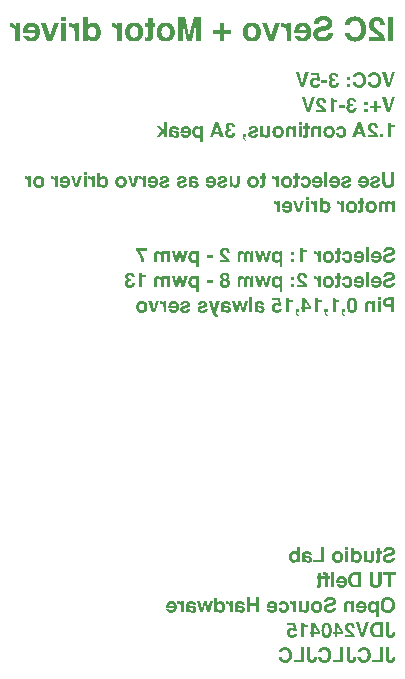
<source format=gbr>
%TF.GenerationSoftware,KiCad,Pcbnew,8.0.1*%
%TF.CreationDate,2024-04-15T16:31:13+02:00*%
%TF.ProjectId,ultimate_motor_board,756c7469-6d61-4746-955f-6d6f746f725f,0.1*%
%TF.SameCoordinates,Original*%
%TF.FileFunction,Legend,Bot*%
%TF.FilePolarity,Positive*%
%FSLAX46Y46*%
G04 Gerber Fmt 4.6, Leading zero omitted, Abs format (unit mm)*
G04 Created by KiCad (PCBNEW 8.0.1) date 2024-04-15 16:31:13*
%MOMM*%
%LPD*%
G01*
G04 APERTURE LIST*
%ADD10C,0.000000*%
G04 APERTURE END LIST*
D10*
G36*
X114916326Y-75209141D02*
G01*
X114921702Y-75200706D01*
X114927247Y-75192591D01*
X114932969Y-75184786D01*
X114938871Y-75177281D01*
X114944960Y-75170065D01*
X114951239Y-75163128D01*
X114957715Y-75156460D01*
X114964393Y-75150050D01*
X114971277Y-75143889D01*
X114978373Y-75137965D01*
X114985687Y-75132268D01*
X114993222Y-75126789D01*
X115000985Y-75121516D01*
X115008980Y-75116440D01*
X115017213Y-75111550D01*
X115025689Y-75106835D01*
X115034330Y-75102330D01*
X115043059Y-75098077D01*
X115051881Y-75094084D01*
X115060802Y-75090353D01*
X115069825Y-75086892D01*
X115078957Y-75083704D01*
X115088203Y-75080796D01*
X115097568Y-75078171D01*
X115107057Y-75075836D01*
X115116675Y-75073796D01*
X115126427Y-75072055D01*
X115136319Y-75070619D01*
X115146356Y-75069493D01*
X115156542Y-75068683D01*
X115166884Y-75068193D01*
X115177385Y-75068028D01*
X115200247Y-75068566D01*
X115222530Y-75070178D01*
X115244235Y-75072865D01*
X115265360Y-75076627D01*
X115285907Y-75081464D01*
X115305875Y-75087376D01*
X115325264Y-75094363D01*
X115344075Y-75102424D01*
X115362307Y-75111561D01*
X115379959Y-75121772D01*
X115397034Y-75133059D01*
X115413529Y-75145420D01*
X115429445Y-75158856D01*
X115444783Y-75173367D01*
X115459542Y-75188952D01*
X115473722Y-75205613D01*
X115487159Y-75223223D01*
X115499692Y-75241656D01*
X115511325Y-75260904D01*
X115522065Y-75280964D01*
X115531915Y-75301831D01*
X115540882Y-75323498D01*
X115548970Y-75345961D01*
X115556185Y-75369215D01*
X115562532Y-75393255D01*
X115568016Y-75418074D01*
X115572642Y-75443669D01*
X115576415Y-75470034D01*
X115579341Y-75497164D01*
X115581424Y-75525053D01*
X115582671Y-75553697D01*
X115583085Y-75583090D01*
X115582631Y-75608638D01*
X115581273Y-75633679D01*
X115579015Y-75658203D01*
X115575864Y-75682200D01*
X115571824Y-75705660D01*
X115566900Y-75728572D01*
X115561097Y-75750925D01*
X115554421Y-75772711D01*
X115546877Y-75793918D01*
X115538470Y-75814535D01*
X115529206Y-75834553D01*
X115519088Y-75853961D01*
X115508123Y-75872749D01*
X115496316Y-75890907D01*
X115483671Y-75908424D01*
X115470195Y-75925290D01*
X115456097Y-75941329D01*
X115441586Y-75956372D01*
X115426662Y-75970412D01*
X115411324Y-75983444D01*
X115395573Y-75995463D01*
X115379408Y-76006464D01*
X115362830Y-76016442D01*
X115345839Y-76025392D01*
X115328434Y-76033308D01*
X115310616Y-76040186D01*
X115292384Y-76046019D01*
X115273739Y-76050804D01*
X115254680Y-76054534D01*
X115235208Y-76057205D01*
X115215323Y-76058811D01*
X115195024Y-76059348D01*
X115182581Y-76059183D01*
X115170391Y-76058693D01*
X115158460Y-76057883D01*
X115146792Y-76056757D01*
X115135393Y-76055321D01*
X115124268Y-76053580D01*
X115113422Y-76051540D01*
X115102860Y-76049205D01*
X115092587Y-76046580D01*
X115082609Y-76043672D01*
X115072931Y-76040484D01*
X115063558Y-76037022D01*
X115054494Y-76033292D01*
X115045746Y-76029298D01*
X115037319Y-76025046D01*
X115029217Y-76020541D01*
X115021281Y-76015706D01*
X115013355Y-76010467D01*
X115005450Y-76004836D01*
X114997577Y-75998823D01*
X114989744Y-75992437D01*
X114981963Y-75985690D01*
X114974244Y-75978591D01*
X114966598Y-75971152D01*
X114959034Y-75963381D01*
X114951563Y-75955290D01*
X114944195Y-75946889D01*
X114936942Y-75938189D01*
X114929812Y-75929199D01*
X114922816Y-75919929D01*
X114915966Y-75910392D01*
X114909270Y-75900595D01*
X114909270Y-76031125D01*
X114669378Y-76031125D01*
X114669378Y-75576037D01*
X114909270Y-75576037D01*
X114909477Y-75591085D01*
X114910097Y-75605803D01*
X114911130Y-75620190D01*
X114912577Y-75634246D01*
X114914438Y-75647972D01*
X114916711Y-75661367D01*
X114919398Y-75674430D01*
X114922499Y-75687164D01*
X114926013Y-75699566D01*
X114929940Y-75711638D01*
X114934281Y-75723379D01*
X114939035Y-75734789D01*
X114944203Y-75745869D01*
X114949784Y-75756618D01*
X114955779Y-75767036D01*
X114962187Y-75777123D01*
X114965546Y-75782002D01*
X114969008Y-75786715D01*
X114972574Y-75791265D01*
X114976243Y-75795651D01*
X114980015Y-75799874D01*
X114983891Y-75803936D01*
X114987870Y-75807836D01*
X114991953Y-75811574D01*
X114996139Y-75815153D01*
X115000428Y-75818572D01*
X115004820Y-75821833D01*
X115009316Y-75824935D01*
X115013916Y-75827879D01*
X115018618Y-75830667D01*
X115023424Y-75833298D01*
X115028334Y-75835773D01*
X115033346Y-75838093D01*
X115038462Y-75840259D01*
X115043682Y-75842272D01*
X115049004Y-75844131D01*
X115059960Y-75847393D01*
X115071329Y-75850050D01*
X115083111Y-75852107D01*
X115095307Y-75853571D01*
X115107916Y-75854445D01*
X115120939Y-75854735D01*
X115133922Y-75854445D01*
X115146420Y-75853571D01*
X115158442Y-75852107D01*
X115169998Y-75850050D01*
X115181100Y-75847393D01*
X115191758Y-75844131D01*
X115201982Y-75840259D01*
X115211781Y-75835773D01*
X115221168Y-75830667D01*
X115230151Y-75824935D01*
X115238741Y-75818572D01*
X115246949Y-75811574D01*
X115254785Y-75803936D01*
X115262259Y-75795651D01*
X115269382Y-75786715D01*
X115276164Y-75777123D01*
X115282572Y-75767034D01*
X115288566Y-75756604D01*
X115294148Y-75745822D01*
X115299315Y-75734679D01*
X115304070Y-75723164D01*
X115308410Y-75711266D01*
X115312338Y-75698975D01*
X115315852Y-75686282D01*
X115318953Y-75673175D01*
X115321640Y-75659644D01*
X115323914Y-75645679D01*
X115325774Y-75631270D01*
X115327221Y-75616406D01*
X115328255Y-75601077D01*
X115328875Y-75585272D01*
X115329081Y-75568982D01*
X115328876Y-75553933D01*
X115328261Y-75539216D01*
X115327244Y-75524829D01*
X115325829Y-75510772D01*
X115324021Y-75497047D01*
X115321826Y-75483652D01*
X115319248Y-75470588D01*
X115316293Y-75457855D01*
X115312966Y-75445453D01*
X115309272Y-75433381D01*
X115305216Y-75421640D01*
X115300804Y-75410230D01*
X115296040Y-75399150D01*
X115290930Y-75388401D01*
X115285479Y-75377983D01*
X115279692Y-75367896D01*
X115279692Y-75364367D01*
X115276653Y-75359479D01*
X115273490Y-75354735D01*
X115270204Y-75350138D01*
X115266793Y-75345687D01*
X115263258Y-75341384D01*
X115259600Y-75337229D01*
X115255817Y-75333222D01*
X115251910Y-75329364D01*
X115247880Y-75325657D01*
X115243725Y-75322099D01*
X115239446Y-75318693D01*
X115235043Y-75315439D01*
X115230516Y-75312337D01*
X115225865Y-75309388D01*
X115221090Y-75306593D01*
X115216191Y-75303953D01*
X115211168Y-75301467D01*
X115206021Y-75299137D01*
X115200750Y-75296964D01*
X115195355Y-75294947D01*
X115189836Y-75293088D01*
X115184193Y-75291387D01*
X115178425Y-75289846D01*
X115172534Y-75288463D01*
X115166519Y-75287241D01*
X115160380Y-75286180D01*
X115154116Y-75285280D01*
X115147729Y-75284543D01*
X115141217Y-75283968D01*
X115134582Y-75283556D01*
X115120939Y-75283227D01*
X115112382Y-75283393D01*
X115103913Y-75283895D01*
X115095537Y-75284738D01*
X115087260Y-75285928D01*
X115079085Y-75287469D01*
X115071019Y-75289366D01*
X115063067Y-75291625D01*
X115055234Y-75294252D01*
X115047524Y-75297250D01*
X115039944Y-75300625D01*
X115032498Y-75304383D01*
X115025192Y-75308528D01*
X115018030Y-75313067D01*
X115011019Y-75318002D01*
X115004162Y-75323342D01*
X114997465Y-75329089D01*
X114987173Y-75338722D01*
X114977469Y-75349105D01*
X114968366Y-75360243D01*
X114959872Y-75372140D01*
X114951998Y-75384802D01*
X114944755Y-75398233D01*
X114938152Y-75412440D01*
X114932201Y-75427427D01*
X114926911Y-75443200D01*
X114922293Y-75459763D01*
X114918357Y-75477123D01*
X114915113Y-75495283D01*
X114912572Y-75514249D01*
X114910745Y-75534027D01*
X114909640Y-75554621D01*
X114909270Y-75576037D01*
X114669378Y-75576037D01*
X114669378Y-74764636D01*
X114916326Y-74764636D01*
X114916326Y-75209141D01*
G37*
G36*
X139353573Y-67253895D02*
G01*
X139628746Y-66290799D01*
X139910972Y-66290799D01*
X139480575Y-67560815D01*
X139233631Y-67560815D01*
X138799705Y-66290799D01*
X139074875Y-66290799D01*
X139353573Y-67253895D01*
G37*
G36*
X130719167Y-75061553D02*
G01*
X130748106Y-75063290D01*
X130776053Y-75066184D01*
X130803008Y-75070235D01*
X130828970Y-75075444D01*
X130853941Y-75081811D01*
X130877919Y-75089335D01*
X130900905Y-75098016D01*
X130922899Y-75107856D01*
X130943900Y-75118852D01*
X130963909Y-75131007D01*
X130982926Y-75144318D01*
X131000951Y-75158788D01*
X131017984Y-75174415D01*
X131034024Y-75191199D01*
X131049072Y-75209141D01*
X131063209Y-75227870D01*
X131076509Y-75247017D01*
X131088961Y-75266589D01*
X131100555Y-75286589D01*
X131111282Y-75307023D01*
X131121130Y-75327896D01*
X131130089Y-75349214D01*
X131138149Y-75370981D01*
X131145299Y-75393203D01*
X131151530Y-75415885D01*
X131156830Y-75439032D01*
X131161190Y-75462650D01*
X131164599Y-75486742D01*
X131167047Y-75511316D01*
X131168523Y-75536375D01*
X131169018Y-75561925D01*
X131168562Y-75587475D01*
X131167192Y-75612534D01*
X131164901Y-75637107D01*
X131161686Y-75661200D01*
X131157541Y-75684817D01*
X131152460Y-75707964D01*
X131146439Y-75730646D01*
X131139472Y-75752868D01*
X131131554Y-75774635D01*
X131122680Y-75795953D01*
X131112845Y-75816826D01*
X131102044Y-75837261D01*
X131090271Y-75857261D01*
X131077522Y-75876832D01*
X131063790Y-75895979D01*
X131049072Y-75914708D01*
X131033985Y-75932650D01*
X131017839Y-75949434D01*
X131000648Y-75965061D01*
X130982429Y-75979531D01*
X130963198Y-75992843D01*
X130942969Y-76004997D01*
X130921758Y-76015994D01*
X130899581Y-76025833D01*
X130876453Y-76034514D01*
X130852389Y-76042038D01*
X130827406Y-76048405D01*
X130801519Y-76053614D01*
X130774742Y-76057665D01*
X130747093Y-76060559D01*
X130718585Y-76062296D01*
X130689236Y-76062874D01*
X130659885Y-76062296D01*
X130631378Y-76060559D01*
X130603728Y-76057665D01*
X130576951Y-76053614D01*
X130551063Y-76048405D01*
X130526080Y-76042038D01*
X130502016Y-76034514D01*
X130478888Y-76025833D01*
X130456711Y-76015994D01*
X130435500Y-76004997D01*
X130415271Y-75992843D01*
X130396039Y-75979531D01*
X130377820Y-75965061D01*
X130360630Y-75949434D01*
X130344484Y-75932650D01*
X130329397Y-75914708D01*
X130315260Y-75895979D01*
X130301960Y-75876832D01*
X130289508Y-75857261D01*
X130277913Y-75837261D01*
X130267187Y-75816826D01*
X130257339Y-75795953D01*
X130248380Y-75774635D01*
X130240321Y-75752868D01*
X130233171Y-75730646D01*
X130226940Y-75707964D01*
X130221640Y-75684817D01*
X130217280Y-75661200D01*
X130213872Y-75637107D01*
X130211424Y-75612534D01*
X130209948Y-75587475D01*
X130209453Y-75561925D01*
X130466980Y-75561925D01*
X130467187Y-75579496D01*
X130467814Y-75596500D01*
X130468864Y-75612945D01*
X130470343Y-75628843D01*
X130472256Y-75644203D01*
X130474608Y-75659036D01*
X130477405Y-75673352D01*
X130480651Y-75687162D01*
X130484352Y-75700476D01*
X130488513Y-75713304D01*
X130493139Y-75725657D01*
X130498235Y-75737544D01*
X130503807Y-75748977D01*
X130509859Y-75759965D01*
X130516397Y-75770519D01*
X130523426Y-75780650D01*
X130530908Y-75790242D01*
X130538798Y-75799177D01*
X130547092Y-75807462D01*
X130555783Y-75815100D01*
X130564867Y-75822098D01*
X130574339Y-75828461D01*
X130584193Y-75834192D01*
X130594424Y-75839299D01*
X130605027Y-75843786D01*
X130615997Y-75847657D01*
X130627329Y-75850919D01*
X130639018Y-75853576D01*
X130651058Y-75855634D01*
X130663445Y-75857097D01*
X130676172Y-75857971D01*
X130689236Y-75858262D01*
X130702299Y-75857971D01*
X130715026Y-75857097D01*
X130727412Y-75855634D01*
X130739452Y-75853576D01*
X130751140Y-75850919D01*
X130762472Y-75847658D01*
X130773442Y-75843786D01*
X130784046Y-75839300D01*
X130794277Y-75834193D01*
X130804131Y-75828461D01*
X130813602Y-75822099D01*
X130822686Y-75815101D01*
X130831377Y-75807462D01*
X130839671Y-75799178D01*
X130847561Y-75790242D01*
X130855043Y-75780650D01*
X130862112Y-75770519D01*
X130868762Y-75759965D01*
X130874988Y-75748976D01*
X130880786Y-75737543D01*
X130886149Y-75725656D01*
X130891073Y-75713303D01*
X130895552Y-75700475D01*
X130899582Y-75687162D01*
X130903157Y-75673352D01*
X130906273Y-75659036D01*
X130908923Y-75644203D01*
X130911103Y-75628843D01*
X130912807Y-75612945D01*
X130914031Y-75596500D01*
X130914769Y-75579496D01*
X130915016Y-75561925D01*
X130914808Y-75544353D01*
X130914175Y-75527349D01*
X130913109Y-75510904D01*
X130911598Y-75495006D01*
X130909633Y-75479646D01*
X130907202Y-75464813D01*
X130904296Y-75450497D01*
X130900904Y-75436687D01*
X130897016Y-75423373D01*
X130892622Y-75410545D01*
X130887711Y-75398193D01*
X130882273Y-75386305D01*
X130876297Y-75374872D01*
X130869774Y-75363884D01*
X130862693Y-75353330D01*
X130855043Y-75343199D01*
X130847561Y-75334189D01*
X130839671Y-75325684D01*
X130831377Y-75317697D01*
X130822686Y-75310237D01*
X130813602Y-75303314D01*
X130804131Y-75296938D01*
X130794277Y-75291121D01*
X130784046Y-75285873D01*
X130773442Y-75281203D01*
X130762472Y-75277122D01*
X130751140Y-75273641D01*
X130739452Y-75270769D01*
X130727412Y-75268518D01*
X130715026Y-75266897D01*
X130702299Y-75265916D01*
X130689236Y-75265587D01*
X130676172Y-75265878D01*
X130663445Y-75266752D01*
X130651058Y-75268215D01*
X130639018Y-75270273D01*
X130627329Y-75272930D01*
X130615997Y-75276191D01*
X130605027Y-75280063D01*
X130594424Y-75284549D01*
X130584193Y-75289656D01*
X130574339Y-75295388D01*
X130564867Y-75301750D01*
X130555783Y-75308748D01*
X130547092Y-75316387D01*
X130538798Y-75324671D01*
X130530908Y-75333607D01*
X130523426Y-75343199D01*
X130516397Y-75352748D01*
X130509859Y-75362871D01*
X130503807Y-75373562D01*
X130498235Y-75384816D01*
X130493139Y-75396629D01*
X130488513Y-75408994D01*
X130484352Y-75421908D01*
X130480651Y-75435364D01*
X130477405Y-75449357D01*
X130474608Y-75463883D01*
X130472256Y-75478935D01*
X130470343Y-75494510D01*
X130468864Y-75510601D01*
X130467814Y-75527204D01*
X130467187Y-75544314D01*
X130466980Y-75561925D01*
X130209453Y-75561925D01*
X130209909Y-75536375D01*
X130211279Y-75511316D01*
X130213570Y-75486742D01*
X130216785Y-75462650D01*
X130220930Y-75439032D01*
X130226011Y-75415885D01*
X130232032Y-75393203D01*
X130238999Y-75370981D01*
X130246917Y-75349214D01*
X130255790Y-75327896D01*
X130265625Y-75307023D01*
X130276426Y-75286589D01*
X130288199Y-75266589D01*
X130300948Y-75247017D01*
X130314679Y-75227870D01*
X130329397Y-75209141D01*
X130345065Y-75191199D01*
X130361643Y-75174415D01*
X130379131Y-75158788D01*
X130397528Y-75144318D01*
X130416834Y-75131007D01*
X130437050Y-75118852D01*
X130458176Y-75107856D01*
X130480211Y-75098016D01*
X130503156Y-75089335D01*
X130527010Y-75081811D01*
X130551774Y-75075444D01*
X130577447Y-75070235D01*
X130604030Y-75066184D01*
X130631522Y-75063290D01*
X130659924Y-75061553D01*
X130689236Y-75060975D01*
X130719167Y-75061553D01*
G37*
G36*
X134784568Y-75065000D02*
G01*
X134808287Y-75066494D01*
X134831488Y-75068991D01*
X134854162Y-75072496D01*
X134876299Y-75077013D01*
X134897888Y-75082548D01*
X134918919Y-75089107D01*
X134939382Y-75096694D01*
X134959265Y-75105314D01*
X134978560Y-75114973D01*
X134997255Y-75125676D01*
X135015340Y-75137428D01*
X135032805Y-75150235D01*
X135049640Y-75164100D01*
X135065834Y-75179031D01*
X135081377Y-75195031D01*
X135096135Y-75211982D01*
X135109979Y-75229765D01*
X135122902Y-75248385D01*
X135134901Y-75267847D01*
X135145969Y-75288157D01*
X135156102Y-75309320D01*
X135165295Y-75331341D01*
X135173542Y-75354224D01*
X135180838Y-75377976D01*
X135187177Y-75402601D01*
X135192556Y-75428105D01*
X135196969Y-75454492D01*
X135200409Y-75481768D01*
X135202874Y-75509939D01*
X135204356Y-75539008D01*
X135204851Y-75568982D01*
X135204314Y-75600854D01*
X135202701Y-75631642D01*
X135200014Y-75661334D01*
X135196252Y-75689920D01*
X135191415Y-75717389D01*
X135185503Y-75743733D01*
X135178516Y-75768939D01*
X135170455Y-75792998D01*
X135161318Y-75815899D01*
X135151107Y-75837633D01*
X135139820Y-75858189D01*
X135127459Y-75877555D01*
X135114023Y-75895723D01*
X135099513Y-75912682D01*
X135083927Y-75928421D01*
X135067266Y-75942931D01*
X135049903Y-75956447D01*
X135032208Y-75969204D01*
X135014183Y-75981185D01*
X134995828Y-75992376D01*
X134977141Y-76002761D01*
X134958124Y-76012323D01*
X134938776Y-76021049D01*
X134919098Y-76028922D01*
X134899088Y-76035927D01*
X134878748Y-76042048D01*
X134858077Y-76047270D01*
X134837076Y-76051577D01*
X134815743Y-76054955D01*
X134794080Y-76057386D01*
X134772086Y-76058856D01*
X134749761Y-76059350D01*
X134723013Y-76058812D01*
X134697008Y-76057200D01*
X134671748Y-76054513D01*
X134647232Y-76050750D01*
X134623461Y-76045913D01*
X134600433Y-76040002D01*
X134578150Y-76033015D01*
X134556611Y-76024953D01*
X134535816Y-76015817D01*
X134515765Y-76005605D01*
X134496459Y-75994319D01*
X134477896Y-75981958D01*
X134460078Y-75968522D01*
X134443004Y-75954011D01*
X134426674Y-75938425D01*
X134411089Y-75921765D01*
X134401455Y-75911182D01*
X134392395Y-75900598D01*
X134383904Y-75890015D01*
X134375976Y-75879432D01*
X134368606Y-75868848D01*
X134361789Y-75858265D01*
X134355519Y-75847681D01*
X134349793Y-75837098D01*
X134344603Y-75826514D01*
X134339946Y-75815931D01*
X134335816Y-75805347D01*
X134332209Y-75794764D01*
X134329117Y-75784181D01*
X134326538Y-75773597D01*
X134324465Y-75763014D01*
X134322893Y-75752431D01*
X134573370Y-75752431D01*
X134576900Y-75752427D01*
X134582199Y-75762680D01*
X134587539Y-75772271D01*
X134590238Y-75776819D01*
X134592962Y-75781201D01*
X134595717Y-75785418D01*
X134598509Y-75789470D01*
X134601341Y-75793356D01*
X134604220Y-75797077D01*
X134607151Y-75800632D01*
X134610139Y-75804022D01*
X134613188Y-75807247D01*
X134616305Y-75810306D01*
X134619494Y-75813200D01*
X134622761Y-75815928D01*
X134628837Y-75821055D01*
X134635156Y-75825850D01*
X134641713Y-75830315D01*
X134648503Y-75834449D01*
X134655519Y-75838253D01*
X134662759Y-75841725D01*
X134670215Y-75844867D01*
X134677883Y-75847679D01*
X134685758Y-75850159D01*
X134693834Y-75852309D01*
X134702107Y-75854128D01*
X134710571Y-75855616D01*
X134719221Y-75856773D01*
X134728051Y-75857600D01*
X134737058Y-75858096D01*
X134746235Y-75858262D01*
X134755373Y-75858137D01*
X134764273Y-75857759D01*
X134772946Y-75857122D01*
X134781403Y-75856222D01*
X134789652Y-75855053D01*
X134797705Y-75853611D01*
X134805572Y-75851889D01*
X134813263Y-75849883D01*
X134820789Y-75847588D01*
X134828160Y-75844998D01*
X134835386Y-75842108D01*
X134842478Y-75838914D01*
X134849446Y-75835409D01*
X134856300Y-75831589D01*
X134863051Y-75827449D01*
X134869709Y-75822983D01*
X134874918Y-75819273D01*
X134879963Y-75815416D01*
X134884843Y-75811412D01*
X134889560Y-75807260D01*
X134894114Y-75802958D01*
X134898506Y-75798504D01*
X134902737Y-75793898D01*
X134906806Y-75789139D01*
X134910716Y-75784224D01*
X134914465Y-75779153D01*
X134918056Y-75773925D01*
X134921489Y-75768537D01*
X134924764Y-75762989D01*
X134927882Y-75757280D01*
X134930844Y-75751408D01*
X134933650Y-75745372D01*
X134936301Y-75739170D01*
X134938798Y-75732802D01*
X134943330Y-75719561D01*
X134947253Y-75705637D01*
X134950572Y-75691021D01*
X134953291Y-75675703D01*
X134955415Y-75659671D01*
X134956951Y-75642915D01*
X134957903Y-75625426D01*
X134315840Y-75625426D01*
X134315950Y-75567933D01*
X134316721Y-75517386D01*
X134317562Y-75494820D01*
X134318815Y-75474114D01*
X134319508Y-75466672D01*
X134569843Y-75466672D01*
X134950849Y-75466672D01*
X134949362Y-75455553D01*
X134947549Y-75444687D01*
X134945416Y-75434078D01*
X134942967Y-75423733D01*
X134940208Y-75413657D01*
X134937145Y-75403855D01*
X134933781Y-75394331D01*
X134930123Y-75385092D01*
X134926176Y-75376142D01*
X134921945Y-75367487D01*
X134917434Y-75359132D01*
X134912650Y-75351081D01*
X134907597Y-75343341D01*
X134902280Y-75335916D01*
X134896705Y-75328811D01*
X134890877Y-75322032D01*
X134884799Y-75315624D01*
X134878467Y-75309630D01*
X134871878Y-75304049D01*
X134865025Y-75298881D01*
X134857903Y-75294127D01*
X134850507Y-75289786D01*
X134842832Y-75285858D01*
X134834873Y-75282344D01*
X134826624Y-75279243D01*
X134818081Y-75276556D01*
X134809238Y-75274282D01*
X134800090Y-75272422D01*
X134790632Y-75270975D01*
X134780859Y-75269941D01*
X134770765Y-75269321D01*
X134760345Y-75269114D01*
X134750546Y-75269320D01*
X134740991Y-75269934D01*
X134731672Y-75270951D01*
X134722587Y-75272366D01*
X134713729Y-75274174D01*
X134705093Y-75276370D01*
X134696674Y-75278947D01*
X134688467Y-75281902D01*
X134680466Y-75285230D01*
X134672667Y-75288924D01*
X134665065Y-75292979D01*
X134657653Y-75297392D01*
X134650428Y-75302155D01*
X134643383Y-75307265D01*
X134636514Y-75312716D01*
X134629816Y-75318503D01*
X134623367Y-75325244D01*
X134617255Y-75332249D01*
X134611483Y-75339533D01*
X134606058Y-75347112D01*
X134600984Y-75355000D01*
X134596267Y-75363214D01*
X134591911Y-75371769D01*
X134587923Y-75380681D01*
X134584306Y-75389965D01*
X134581067Y-75399636D01*
X134578210Y-75409711D01*
X134575741Y-75420204D01*
X134573664Y-75431131D01*
X134571986Y-75442508D01*
X134570710Y-75454349D01*
X134569843Y-75466672D01*
X134319508Y-75466672D01*
X134320565Y-75455311D01*
X134322893Y-75438450D01*
X134325042Y-75424683D01*
X134327516Y-75411158D01*
X134330311Y-75397871D01*
X134333422Y-75384817D01*
X134336842Y-75371990D01*
X134340567Y-75359385D01*
X134344592Y-75346997D01*
X134348911Y-75334821D01*
X134353520Y-75322852D01*
X134358413Y-75311084D01*
X134363585Y-75299513D01*
X134369030Y-75288133D01*
X134374745Y-75276939D01*
X134380723Y-75265926D01*
X134386960Y-75255088D01*
X134393450Y-75244422D01*
X134401472Y-75232722D01*
X134409670Y-75221435D01*
X134418054Y-75210562D01*
X134426634Y-75200103D01*
X134435421Y-75190057D01*
X134444425Y-75180424D01*
X134453656Y-75171205D01*
X134463125Y-75162399D01*
X134472842Y-75154006D01*
X134482818Y-75146027D01*
X134493062Y-75138462D01*
X134503585Y-75131310D01*
X134514398Y-75124571D01*
X134525510Y-75118245D01*
X134536933Y-75112334D01*
X134548675Y-75106835D01*
X134560664Y-75101709D01*
X134572818Y-75096913D01*
X134585138Y-75092449D01*
X134597623Y-75088315D01*
X134610274Y-75084512D01*
X134623089Y-75081039D01*
X134636071Y-75077897D01*
X134649217Y-75075086D01*
X134662529Y-75072606D01*
X134676007Y-75070456D01*
X134689649Y-75068637D01*
X134703457Y-75067149D01*
X134717431Y-75065992D01*
X134731570Y-75065165D01*
X134745874Y-75064669D01*
X134760343Y-75064503D01*
X134784568Y-75065000D01*
G37*
G36*
X122833735Y-75072052D02*
G01*
X122861777Y-75073534D01*
X122888682Y-75075998D01*
X122914460Y-75079439D01*
X122939122Y-75083851D01*
X122962678Y-75089230D01*
X122985139Y-75095570D01*
X123006514Y-75102866D01*
X123026815Y-75111113D01*
X123046051Y-75120305D01*
X123064232Y-75130438D01*
X123081370Y-75141507D01*
X123097475Y-75153505D01*
X123112556Y-75166429D01*
X123126624Y-75180273D01*
X123139690Y-75195031D01*
X123147381Y-75205118D01*
X123154587Y-75215536D01*
X123161317Y-75226285D01*
X123167582Y-75237365D01*
X123173392Y-75248775D01*
X123178758Y-75260516D01*
X123183690Y-75272588D01*
X123188198Y-75284990D01*
X123192293Y-75297723D01*
X123195984Y-75310787D01*
X123199283Y-75324182D01*
X123202199Y-75337907D01*
X123204743Y-75351964D01*
X123206926Y-75366351D01*
X123208757Y-75381068D01*
X123210247Y-75396117D01*
X122970354Y-75396117D01*
X122967535Y-75383219D01*
X122965989Y-75377018D01*
X122964345Y-75370982D01*
X122962597Y-75365112D01*
X122960741Y-75359407D01*
X122958772Y-75353867D01*
X122956683Y-75348492D01*
X122954470Y-75343283D01*
X122952129Y-75338240D01*
X122949653Y-75333361D01*
X122947037Y-75328648D01*
X122944277Y-75324101D01*
X122941366Y-75319718D01*
X122938301Y-75315501D01*
X122935076Y-75311450D01*
X122930278Y-75306323D01*
X122925140Y-75301527D01*
X122919650Y-75297063D01*
X122913798Y-75292928D01*
X122907575Y-75289125D01*
X122900969Y-75285652D01*
X122893970Y-75282510D01*
X122886568Y-75279699D01*
X122878753Y-75277219D01*
X122870513Y-75275069D01*
X122861840Y-75273250D01*
X122852723Y-75271762D01*
X122843150Y-75270604D01*
X122833113Y-75269777D01*
X122822600Y-75269281D01*
X122811601Y-75269116D01*
X122792419Y-75269447D01*
X122783324Y-75269860D01*
X122774559Y-75270439D01*
X122766126Y-75271183D01*
X122758023Y-75272093D01*
X122750251Y-75273167D01*
X122742809Y-75274408D01*
X122735698Y-75275813D01*
X122728918Y-75277384D01*
X122722469Y-75279121D01*
X122716350Y-75281023D01*
X122710562Y-75283090D01*
X122705105Y-75285322D01*
X122699979Y-75287720D01*
X122695183Y-75290284D01*
X122692588Y-75291648D01*
X122690096Y-75293094D01*
X122687704Y-75294622D01*
X122685412Y-75296230D01*
X122683218Y-75297918D01*
X122681121Y-75299686D01*
X122679120Y-75301533D01*
X122677213Y-75303458D01*
X122675399Y-75305460D01*
X122673676Y-75307539D01*
X122672045Y-75309695D01*
X122670502Y-75311926D01*
X122669047Y-75314232D01*
X122667679Y-75316612D01*
X122666396Y-75319066D01*
X122665197Y-75321593D01*
X122664080Y-75324192D01*
X122663045Y-75326863D01*
X122662090Y-75329605D01*
X122661214Y-75332417D01*
X122660416Y-75335299D01*
X122659693Y-75338251D01*
X122659046Y-75341270D01*
X122658472Y-75344358D01*
X122657540Y-75350734D01*
X122656887Y-75357373D01*
X122656503Y-75364271D01*
X122656378Y-75371422D01*
X122656584Y-75377292D01*
X122657204Y-75382992D01*
X122658238Y-75388515D01*
X122659685Y-75393858D01*
X122660563Y-75396460D01*
X122661545Y-75399014D01*
X122662630Y-75401521D01*
X122663819Y-75403980D01*
X122665111Y-75406389D01*
X122666506Y-75408749D01*
X122668004Y-75411058D01*
X122669606Y-75413316D01*
X122671312Y-75415523D01*
X122673120Y-75417677D01*
X122677048Y-75421826D01*
X122681389Y-75425757D01*
X122686143Y-75429467D01*
X122691311Y-75432949D01*
X122696892Y-75436198D01*
X122702887Y-75439210D01*
X122709295Y-75441979D01*
X122717736Y-75444625D01*
X122727210Y-75447272D01*
X122737759Y-75449918D01*
X122749424Y-75452564D01*
X122762247Y-75455209D01*
X122776268Y-75457855D01*
X122791530Y-75460501D01*
X122808073Y-75463147D01*
X122892742Y-75473731D01*
X122927311Y-75478188D01*
X122959605Y-75483597D01*
X122989667Y-75489915D01*
X123003874Y-75493402D01*
X123017539Y-75497102D01*
X123030665Y-75501008D01*
X123043260Y-75505115D01*
X123055327Y-75509419D01*
X123066873Y-75513914D01*
X123077902Y-75518595D01*
X123088419Y-75523457D01*
X123098429Y-75528495D01*
X123107939Y-75533703D01*
X123116083Y-75538747D01*
X123123978Y-75543958D01*
X123131625Y-75549336D01*
X123139021Y-75554884D01*
X123146166Y-75560602D01*
X123153061Y-75566492D01*
X123159703Y-75572556D01*
X123166093Y-75578793D01*
X123172229Y-75585207D01*
X123178112Y-75591797D01*
X123183740Y-75598565D01*
X123189113Y-75605514D01*
X123194231Y-75612643D01*
X123199091Y-75619954D01*
X123203695Y-75627448D01*
X123208041Y-75635128D01*
X123212129Y-75642993D01*
X123215957Y-75651046D01*
X123219526Y-75659287D01*
X123222835Y-75667719D01*
X123225882Y-75676341D01*
X123228668Y-75685156D01*
X123231192Y-75694165D01*
X123233453Y-75703369D01*
X123235450Y-75712769D01*
X123237183Y-75722367D01*
X123238651Y-75732164D01*
X123239854Y-75742161D01*
X123240790Y-75752360D01*
X123241460Y-75762762D01*
X123241862Y-75773367D01*
X123241997Y-75784178D01*
X123241666Y-75800507D01*
X123240674Y-75816411D01*
X123239020Y-75831882D01*
X123236705Y-75846908D01*
X123233728Y-75861479D01*
X123230090Y-75875585D01*
X123225791Y-75889216D01*
X123220830Y-75902361D01*
X123215207Y-75915010D01*
X123208923Y-75927152D01*
X123201978Y-75938778D01*
X123194371Y-75949876D01*
X123186103Y-75960438D01*
X123177173Y-75970451D01*
X123167582Y-75979906D01*
X123157329Y-75988793D01*
X123146580Y-75997764D01*
X123135501Y-76006156D01*
X123124090Y-76013970D01*
X123112349Y-76021204D01*
X123100277Y-76027860D01*
X123087875Y-76033938D01*
X123075141Y-76039436D01*
X123062077Y-76044355D01*
X123048683Y-76048696D01*
X123034957Y-76052458D01*
X123020901Y-76055642D01*
X123006514Y-76058246D01*
X122991797Y-76060272D01*
X122976748Y-76061719D01*
X122961369Y-76062587D01*
X122945659Y-76062876D01*
X122933174Y-76062710D01*
X122920855Y-76062208D01*
X122908700Y-76061365D01*
X122896711Y-76060175D01*
X122884888Y-76058634D01*
X122873229Y-76056737D01*
X122861736Y-76054478D01*
X122850409Y-76051851D01*
X122839247Y-76048853D01*
X122828250Y-76045478D01*
X122817418Y-76041720D01*
X122806752Y-76037575D01*
X122796251Y-76033036D01*
X122785916Y-76028100D01*
X122775746Y-76022761D01*
X122765741Y-76017014D01*
X122757225Y-76012301D01*
X122748874Y-76007423D01*
X122740688Y-76002379D01*
X122732667Y-75997170D01*
X122724812Y-75991796D01*
X122717123Y-75986256D01*
X122709599Y-75980551D01*
X122702240Y-75974681D01*
X122695046Y-75968645D01*
X122688018Y-75962444D01*
X122681155Y-75956077D01*
X122674458Y-75949545D01*
X122667926Y-75942848D01*
X122661559Y-75935985D01*
X122655358Y-75928957D01*
X122649322Y-75921763D01*
X122649282Y-75925691D01*
X122649164Y-75929542D01*
X122648716Y-75937032D01*
X122648020Y-75944274D01*
X122647118Y-75951309D01*
X122646050Y-75958179D01*
X122644858Y-75964924D01*
X122642267Y-75978207D01*
X122639566Y-75991437D01*
X122638111Y-75998051D01*
X122636533Y-76004666D01*
X122634790Y-76011281D01*
X122632840Y-76017896D01*
X122630642Y-76024511D01*
X122629437Y-76027819D01*
X122628155Y-76031127D01*
X122360041Y-76031127D01*
X122360041Y-75995848D01*
X122364561Y-75992927D01*
X122369343Y-75989709D01*
X122375034Y-75985706D01*
X122378040Y-75983500D01*
X122381056Y-75981206D01*
X122384010Y-75978861D01*
X122386830Y-75976500D01*
X122389443Y-75974160D01*
X122391777Y-75971877D01*
X122393760Y-75969686D01*
X122394597Y-75968637D01*
X122395319Y-75967625D01*
X122396640Y-75965516D01*
X122397950Y-75963153D01*
X122399240Y-75960532D01*
X122400499Y-75957648D01*
X122401717Y-75954495D01*
X122402883Y-75951067D01*
X122403987Y-75947361D01*
X122405019Y-75943371D01*
X122405968Y-75939091D01*
X122406825Y-75934517D01*
X122407577Y-75929643D01*
X122408217Y-75924464D01*
X122408732Y-75918975D01*
X122409112Y-75913171D01*
X122409348Y-75907047D01*
X122409429Y-75900597D01*
X122409429Y-75568982D01*
X122656376Y-75568982D01*
X122656376Y-75660704D01*
X122656664Y-75675629D01*
X122657526Y-75689974D01*
X122658957Y-75703741D01*
X122660951Y-75716929D01*
X122663503Y-75729538D01*
X122666608Y-75741569D01*
X122670260Y-75753020D01*
X122674456Y-75763893D01*
X122679188Y-75774187D01*
X122684454Y-75783903D01*
X122690246Y-75793039D01*
X122696560Y-75801597D01*
X122703391Y-75809576D01*
X122710733Y-75816976D01*
X122718582Y-75823798D01*
X122726932Y-75830041D01*
X122735533Y-75835788D01*
X122744144Y-75841127D01*
X122752776Y-75846063D01*
X122761439Y-75850601D01*
X122770143Y-75854746D01*
X122778899Y-75858504D01*
X122787717Y-75861880D01*
X122796607Y-75864878D01*
X122805579Y-75867504D01*
X122814645Y-75869763D01*
X122823814Y-75871661D01*
X122833097Y-75873202D01*
X122842504Y-75874391D01*
X122852045Y-75875234D01*
X122861731Y-75875737D01*
X122871572Y-75875903D01*
X122877484Y-75875780D01*
X122883314Y-75875414D01*
X122889060Y-75874810D01*
X122894724Y-75873973D01*
X122900305Y-75872910D01*
X122905804Y-75871624D01*
X122911220Y-75870121D01*
X122916553Y-75868406D01*
X122921803Y-75866484D01*
X122926971Y-75864361D01*
X122932056Y-75862041D01*
X122937058Y-75859530D01*
X122941978Y-75856833D01*
X122946815Y-75853956D01*
X122951570Y-75850902D01*
X122956241Y-75847678D01*
X122958515Y-75845983D01*
X122960707Y-75844206D01*
X122962818Y-75842348D01*
X122964847Y-75840409D01*
X122966797Y-75838390D01*
X122968667Y-75836292D01*
X122970458Y-75834114D01*
X122972172Y-75831859D01*
X122973807Y-75829526D01*
X122975366Y-75827116D01*
X122976849Y-75824629D01*
X122978256Y-75822068D01*
X122979588Y-75819431D01*
X122980846Y-75816720D01*
X122983141Y-75811078D01*
X122985147Y-75805146D01*
X122986869Y-75798930D01*
X122988311Y-75792435D01*
X122989480Y-75785666D01*
X122990380Y-75778629D01*
X122991017Y-75771327D01*
X122991395Y-75763768D01*
X122991520Y-75755955D01*
X122987991Y-75763011D01*
X122987784Y-75754535D01*
X122987158Y-75746308D01*
X122986108Y-75738329D01*
X122984629Y-75730598D01*
X122982716Y-75723116D01*
X122980364Y-75715881D01*
X122977568Y-75708894D01*
X122974322Y-75702155D01*
X122970621Y-75695665D01*
X122966460Y-75689422D01*
X122961834Y-75683427D01*
X122956738Y-75677681D01*
X122951166Y-75672183D01*
X122945114Y-75666932D01*
X122938576Y-75661930D01*
X122931547Y-75657176D01*
X122927373Y-75654570D01*
X122922796Y-75652043D01*
X122917826Y-75649587D01*
X122912474Y-75647199D01*
X122906750Y-75644873D01*
X122900664Y-75642603D01*
X122894227Y-75640385D01*
X122887449Y-75638214D01*
X122880340Y-75636084D01*
X122872910Y-75633990D01*
X122857132Y-75629890D01*
X122840195Y-75625873D01*
X122822183Y-75621897D01*
X122765739Y-75611315D01*
X122760530Y-75610614D01*
X122755486Y-75609834D01*
X122745895Y-75608064D01*
X122736965Y-75606045D01*
X122728696Y-75603819D01*
X122721089Y-75601428D01*
X122714144Y-75598913D01*
X122707860Y-75596315D01*
X122702238Y-75593676D01*
X122679306Y-75582651D01*
X122673367Y-75579585D01*
X122670423Y-75577977D01*
X122667510Y-75576312D01*
X122664639Y-75574586D01*
X122661819Y-75572792D01*
X122659061Y-75570925D01*
X122656376Y-75568982D01*
X122409429Y-75568982D01*
X122409429Y-75360839D01*
X122409885Y-75340086D01*
X122411255Y-75320165D01*
X122413546Y-75301082D01*
X122416761Y-75282841D01*
X122420906Y-75265447D01*
X122425987Y-75248906D01*
X122432008Y-75233223D01*
X122438975Y-75218403D01*
X122446893Y-75204451D01*
X122455767Y-75191372D01*
X122465602Y-75179172D01*
X122476404Y-75167855D01*
X122488177Y-75157428D01*
X122500927Y-75147894D01*
X122514658Y-75139260D01*
X122529377Y-75131529D01*
X122544676Y-75124461D01*
X122560155Y-75117811D01*
X122575831Y-75111584D01*
X122591719Y-75105787D01*
X122607835Y-75100424D01*
X122624193Y-75095500D01*
X122640810Y-75091020D01*
X122657700Y-75086990D01*
X122674880Y-75083415D01*
X122692365Y-75080300D01*
X122710171Y-75077650D01*
X122728312Y-75075470D01*
X122746805Y-75073766D01*
X122765664Y-75072542D01*
X122784906Y-75071804D01*
X122804546Y-75071557D01*
X122833735Y-75072052D01*
G37*
G36*
X135751665Y-75064501D02*
G01*
X135774485Y-75064873D01*
X135796644Y-75065990D01*
X135818142Y-75067850D01*
X135838978Y-75070454D01*
X135859153Y-75073803D01*
X135878666Y-75077896D01*
X135897518Y-75082733D01*
X135915708Y-75088314D01*
X135933237Y-75094639D01*
X135950105Y-75101709D01*
X135966311Y-75109522D01*
X135981855Y-75118080D01*
X135996738Y-75127382D01*
X136010960Y-75137428D01*
X136024520Y-75148218D01*
X136037418Y-75159752D01*
X136049613Y-75171783D01*
X136061059Y-75184062D01*
X136071750Y-75196588D01*
X136081681Y-75209363D01*
X136090848Y-75222385D01*
X136099244Y-75235656D01*
X136106866Y-75249175D01*
X136113707Y-75262941D01*
X136119763Y-75276956D01*
X136125028Y-75291219D01*
X136129497Y-75305730D01*
X136133165Y-75320489D01*
X136136027Y-75335496D01*
X136138078Y-75350752D01*
X136139312Y-75366255D01*
X136139725Y-75382006D01*
X136139476Y-75395690D01*
X136138726Y-75408961D01*
X136137469Y-75421818D01*
X136135701Y-75434262D01*
X136133416Y-75446292D01*
X136130609Y-75457909D01*
X136127275Y-75469113D01*
X136123409Y-75479903D01*
X136119005Y-75490280D01*
X136114058Y-75500243D01*
X136108564Y-75509793D01*
X136102517Y-75518929D01*
X136095912Y-75527652D01*
X136088743Y-75535962D01*
X136081006Y-75543858D01*
X136072695Y-75551341D01*
X136064345Y-75558574D01*
X136055180Y-75565714D01*
X136045208Y-75572751D01*
X136034440Y-75579674D01*
X136022887Y-75586473D01*
X136010559Y-75593138D01*
X135997466Y-75599658D01*
X135983618Y-75606023D01*
X135969026Y-75612222D01*
X135953701Y-75618246D01*
X135937651Y-75624084D01*
X135920889Y-75629725D01*
X135903424Y-75635160D01*
X135885266Y-75640378D01*
X135866426Y-75645368D01*
X135846914Y-75650120D01*
X135747639Y-75674595D01*
X135706827Y-75685343D01*
X135671845Y-75695100D01*
X135642651Y-75703864D01*
X135619203Y-75711636D01*
X135601461Y-75718416D01*
X135589382Y-75724204D01*
X135587108Y-75725547D01*
X135584916Y-75726932D01*
X135582806Y-75728359D01*
X135580776Y-75729826D01*
X135578827Y-75731336D01*
X135576956Y-75732886D01*
X135575165Y-75734478D01*
X135573452Y-75736111D01*
X135571816Y-75737785D01*
X135570257Y-75739501D01*
X135568775Y-75741258D01*
X135567368Y-75743056D01*
X135566036Y-75744896D01*
X135564778Y-75746777D01*
X135563594Y-75748699D01*
X135562482Y-75750663D01*
X135561444Y-75752668D01*
X135560476Y-75754714D01*
X135559580Y-75756802D01*
X135558755Y-75758931D01*
X135557999Y-75761102D01*
X135557312Y-75763313D01*
X135556694Y-75765566D01*
X135556143Y-75767861D01*
X135555660Y-75770197D01*
X135555243Y-75772574D01*
X135554607Y-75777452D01*
X135554229Y-75782496D01*
X135554104Y-75787705D01*
X135554269Y-75792914D01*
X135554765Y-75797958D01*
X135555592Y-75802836D01*
X135556750Y-75807549D01*
X135558238Y-75812097D01*
X135560057Y-75816479D01*
X135562207Y-75820696D01*
X135564688Y-75824747D01*
X135567499Y-75828633D01*
X135570641Y-75832354D01*
X135574114Y-75835909D01*
X135577918Y-75839299D01*
X135582052Y-75842524D01*
X135586517Y-75845584D01*
X135591313Y-75848478D01*
X135596439Y-75851206D01*
X135601855Y-75853769D01*
X135607519Y-75856167D01*
X135613431Y-75858400D01*
X135619591Y-75860467D01*
X135625999Y-75862369D01*
X135632655Y-75864105D01*
X135639559Y-75865676D01*
X135646711Y-75867082D01*
X135654112Y-75868322D01*
X135661760Y-75869397D01*
X135669656Y-75870307D01*
X135677801Y-75871051D01*
X135686193Y-75871630D01*
X135694833Y-75872043D01*
X135703722Y-75872291D01*
X135712858Y-75872374D01*
X135727782Y-75872168D01*
X135742128Y-75871554D01*
X135755895Y-75870537D01*
X135769083Y-75869122D01*
X135781692Y-75867314D01*
X135793723Y-75865119D01*
X135805174Y-75862541D01*
X135816047Y-75859586D01*
X135826341Y-75856258D01*
X135836056Y-75852564D01*
X135845193Y-75848508D01*
X135853751Y-75844096D01*
X135861730Y-75839332D01*
X135869130Y-75834222D01*
X135875952Y-75828771D01*
X135882194Y-75822983D01*
X135885420Y-75819512D01*
X135888486Y-75815715D01*
X135891396Y-75811597D01*
X135894157Y-75807164D01*
X135896773Y-75802421D01*
X135899249Y-75797373D01*
X135901591Y-75792026D01*
X135903803Y-75786383D01*
X135905892Y-75780452D01*
X135907861Y-75774236D01*
X135909717Y-75767741D01*
X135911465Y-75760972D01*
X135913109Y-75753934D01*
X135914655Y-75746633D01*
X135916108Y-75739074D01*
X135917473Y-75731261D01*
X136167948Y-75731261D01*
X136167534Y-75748953D01*
X136166294Y-75766305D01*
X136164227Y-75783305D01*
X136161333Y-75799943D01*
X136157613Y-75816209D01*
X136153065Y-75832093D01*
X136147691Y-75847584D01*
X136141490Y-75862672D01*
X136134462Y-75877347D01*
X136126607Y-75891598D01*
X136117925Y-75905415D01*
X136108416Y-75918787D01*
X136098081Y-75931705D01*
X136086918Y-75944157D01*
X136074929Y-75956134D01*
X136062113Y-75967625D01*
X136048429Y-75979160D01*
X136033835Y-75989950D01*
X136018332Y-75999996D01*
X136001919Y-76009298D01*
X135984597Y-76017856D01*
X135966365Y-76025669D01*
X135947224Y-76032739D01*
X135927173Y-76039064D01*
X135906212Y-76044645D01*
X135884343Y-76049482D01*
X135861563Y-76053575D01*
X135837874Y-76056923D01*
X135813276Y-76059528D01*
X135787768Y-76061388D01*
X135761351Y-76062504D01*
X135734024Y-76062876D01*
X135706776Y-76062545D01*
X135680583Y-76061546D01*
X135655423Y-76059876D01*
X135631276Y-76057529D01*
X135608121Y-76054500D01*
X135585938Y-76050784D01*
X135564706Y-76046375D01*
X135544403Y-76041268D01*
X135525011Y-76035459D01*
X135506507Y-76028941D01*
X135488871Y-76021711D01*
X135472083Y-76013762D01*
X135456121Y-76005090D01*
X135440966Y-75995689D01*
X135426596Y-75985554D01*
X135412990Y-75974681D01*
X135400214Y-75963269D01*
X135388338Y-75951515D01*
X135377349Y-75939411D01*
X135367240Y-75926945D01*
X135357998Y-75914106D01*
X135349615Y-75900886D01*
X135342078Y-75887272D01*
X135335379Y-75873255D01*
X135329507Y-75858825D01*
X135324451Y-75843972D01*
X135320201Y-75828684D01*
X135316748Y-75812951D01*
X135314079Y-75796764D01*
X135312186Y-75780112D01*
X135311058Y-75762985D01*
X135310684Y-75745371D01*
X135310973Y-75732267D01*
X135311842Y-75719416D01*
X135313289Y-75706823D01*
X135315314Y-75694494D01*
X135317919Y-75682433D01*
X135321102Y-75670646D01*
X135324864Y-75659139D01*
X135329205Y-75647915D01*
X135334124Y-75636981D01*
X135339623Y-75626342D01*
X135345700Y-75616002D01*
X135352356Y-75605967D01*
X135359591Y-75596242D01*
X135367404Y-75586833D01*
X135375796Y-75577743D01*
X135384767Y-75568980D01*
X135394316Y-75560505D01*
X135404439Y-75552278D01*
X135415130Y-75544299D01*
X135426384Y-75536568D01*
X135438197Y-75529085D01*
X135450563Y-75521850D01*
X135463476Y-75514864D01*
X135476932Y-75508125D01*
X135490925Y-75501635D01*
X135505451Y-75495392D01*
X135520504Y-75489397D01*
X135536079Y-75483651D01*
X135552170Y-75478152D01*
X135568774Y-75472902D01*
X135585883Y-75467899D01*
X135603494Y-75463145D01*
X135656088Y-75451583D01*
X135702769Y-75440766D01*
X135743580Y-75430775D01*
X135778563Y-75421694D01*
X135807757Y-75413605D01*
X135831205Y-75406590D01*
X135848948Y-75400733D01*
X135861027Y-75396117D01*
X135865492Y-75393428D01*
X135869632Y-75390646D01*
X135873452Y-75387761D01*
X135875243Y-75386276D01*
X135876957Y-75384762D01*
X135878592Y-75383217D01*
X135880151Y-75381639D01*
X135881633Y-75380028D01*
X135883040Y-75378382D01*
X135884372Y-75376700D01*
X135885630Y-75374980D01*
X135886814Y-75373221D01*
X135887925Y-75371423D01*
X135888964Y-75369583D01*
X135889931Y-75367700D01*
X135890827Y-75365774D01*
X135891653Y-75363802D01*
X135892408Y-75361784D01*
X135893095Y-75359718D01*
X135893713Y-75357603D01*
X135894264Y-75355438D01*
X135894747Y-75353221D01*
X135895164Y-75350951D01*
X135895515Y-75348626D01*
X135895800Y-75346247D01*
X135896178Y-75341315D01*
X135896303Y-75336146D01*
X135896178Y-75332178D01*
X135895800Y-75328215D01*
X135895164Y-75324263D01*
X135894264Y-75320326D01*
X135893095Y-75316409D01*
X135891653Y-75312519D01*
X135889931Y-75308660D01*
X135887925Y-75304836D01*
X135885630Y-75301055D01*
X135883040Y-75297319D01*
X135880151Y-75293636D01*
X135876957Y-75290009D01*
X135873452Y-75286444D01*
X135869632Y-75282946D01*
X135865492Y-75279521D01*
X135861027Y-75276173D01*
X135856852Y-75272989D01*
X135852269Y-75270048D01*
X135847284Y-75267344D01*
X135841900Y-75264873D01*
X135836123Y-75262630D01*
X135829959Y-75260608D01*
X135823412Y-75258804D01*
X135816488Y-75257211D01*
X135809192Y-75255826D01*
X135801529Y-75254641D01*
X135793505Y-75253653D01*
X135785124Y-75252857D01*
X135776391Y-75252246D01*
X135767312Y-75251816D01*
X135757892Y-75251562D01*
X135748136Y-75251479D01*
X135736437Y-75251685D01*
X135725150Y-75252299D01*
X135714277Y-75253316D01*
X135703818Y-75254731D01*
X135693772Y-75256538D01*
X135684139Y-75258734D01*
X135674920Y-75261311D01*
X135666115Y-75264266D01*
X135657722Y-75267593D01*
X135649744Y-75271287D01*
X135642178Y-75275343D01*
X135635026Y-75279755D01*
X135628287Y-75284519D01*
X135621962Y-75289629D01*
X135616050Y-75295080D01*
X135610552Y-75300868D01*
X135607948Y-75304258D01*
X135605432Y-75307813D01*
X135603009Y-75311534D01*
X135600684Y-75315420D01*
X135598463Y-75319471D01*
X135596350Y-75323688D01*
X135594351Y-75328070D01*
X135592470Y-75332618D01*
X135590714Y-75337331D01*
X135589087Y-75342209D01*
X135587594Y-75347253D01*
X135586241Y-75352462D01*
X135585032Y-75357836D01*
X135583974Y-75363376D01*
X135583070Y-75369081D01*
X135582327Y-75374951D01*
X135335380Y-75374951D01*
X135337737Y-75353536D01*
X135340838Y-75332948D01*
X135344682Y-75313186D01*
X135349271Y-75294252D01*
X135354605Y-75276144D01*
X135360682Y-75258863D01*
X135367503Y-75242409D01*
X135375069Y-75226782D01*
X135383378Y-75211982D01*
X135392432Y-75198009D01*
X135402230Y-75184862D01*
X135412773Y-75172542D01*
X135424059Y-75161049D01*
X135436090Y-75150383D01*
X135448864Y-75140544D01*
X135462383Y-75131531D01*
X135476522Y-75123181D01*
X135491157Y-75115332D01*
X135506288Y-75107990D01*
X135521915Y-75101159D01*
X135538038Y-75094845D01*
X135554658Y-75089052D01*
X135571773Y-75083787D01*
X135589385Y-75079055D01*
X135607492Y-75074859D01*
X135626096Y-75071207D01*
X135645196Y-75068102D01*
X135664792Y-75065550D01*
X135684884Y-75063556D01*
X135705472Y-75062125D01*
X135726556Y-75061263D01*
X135748136Y-75060975D01*
X135751665Y-75064501D01*
G37*
G36*
X136874765Y-66266724D02*
G01*
X136903651Y-66268578D01*
X136931937Y-66271662D01*
X136959613Y-66275971D01*
X136986669Y-66281500D01*
X137013095Y-66288243D01*
X137038880Y-66296195D01*
X137064014Y-66305351D01*
X137088487Y-66315707D01*
X137112288Y-66327256D01*
X137135406Y-66339993D01*
X137157833Y-66353914D01*
X137179556Y-66369013D01*
X137200566Y-66385285D01*
X137220853Y-66402725D01*
X137240406Y-66421328D01*
X137262193Y-66444398D01*
X137282574Y-66468630D01*
X137301550Y-66494030D01*
X137319120Y-66520603D01*
X137335285Y-66548354D01*
X137350044Y-66577289D01*
X137363398Y-66607413D01*
X137375346Y-66638730D01*
X137385888Y-66671246D01*
X137395024Y-66704966D01*
X137402756Y-66739896D01*
X137409081Y-66776040D01*
X137414001Y-66813403D01*
X137417515Y-66851991D01*
X137419623Y-66891810D01*
X137420326Y-66932863D01*
X137419707Y-66970731D01*
X137417852Y-67007602D01*
X137414768Y-67043470D01*
X137410459Y-67078331D01*
X137404931Y-67112178D01*
X137398188Y-67145008D01*
X137390235Y-67176814D01*
X137381079Y-67207592D01*
X137370724Y-67237337D01*
X137359175Y-67266043D01*
X137346437Y-67293704D01*
X137332516Y-67320317D01*
X137317417Y-67345876D01*
X137301145Y-67370375D01*
X137283705Y-67393810D01*
X137265102Y-67416175D01*
X137244843Y-67437341D01*
X137223747Y-67457179D01*
X137201803Y-67475684D01*
X137179001Y-67492850D01*
X137155331Y-67508673D01*
X137130783Y-67523147D01*
X137105345Y-67536267D01*
X137079009Y-67548027D01*
X137051763Y-67558424D01*
X137023597Y-67567451D01*
X136994501Y-67575104D01*
X136964464Y-67581376D01*
X136933477Y-67586264D01*
X136901528Y-67589762D01*
X136868607Y-67591864D01*
X136834705Y-67592566D01*
X136807254Y-67592069D01*
X136780459Y-67590575D01*
X136754315Y-67588078D01*
X136728817Y-67584573D01*
X136703959Y-67580056D01*
X136679737Y-67574521D01*
X136656146Y-67567962D01*
X136633180Y-67560375D01*
X136610834Y-67551754D01*
X136589103Y-67542095D01*
X136567982Y-67531392D01*
X136547465Y-67519640D01*
X136527547Y-67506833D01*
X136508224Y-67492967D01*
X136489490Y-67478037D01*
X136471340Y-67462037D01*
X136453934Y-67445249D01*
X136437427Y-67427950D01*
X136421808Y-67410124D01*
X136407069Y-67391756D01*
X136393197Y-67372829D01*
X136380183Y-67353329D01*
X136368016Y-67333239D01*
X136356687Y-67312545D01*
X136346184Y-67291231D01*
X136336498Y-67269281D01*
X136327618Y-67246680D01*
X136319534Y-67223412D01*
X136312235Y-67199463D01*
X136305712Y-67174815D01*
X136299953Y-67149455D01*
X136296302Y-67130421D01*
X136556007Y-67130421D01*
X136562795Y-67154586D01*
X136566326Y-67165962D01*
X136569955Y-67176889D01*
X136573687Y-67187382D01*
X136577528Y-67197457D01*
X136581482Y-67207128D01*
X136585555Y-67216412D01*
X136589752Y-67225324D01*
X136594078Y-67233879D01*
X136598539Y-67242093D01*
X136603139Y-67249981D01*
X136607884Y-67257560D01*
X136612779Y-67264844D01*
X136617829Y-67271849D01*
X136623039Y-67278590D01*
X136632548Y-67289503D01*
X136642552Y-67299749D01*
X136653053Y-67309324D01*
X136664049Y-67318222D01*
X136675542Y-67326438D01*
X136687531Y-67333966D01*
X136700015Y-67340802D01*
X136712996Y-67346940D01*
X136726473Y-67352376D01*
X136740447Y-67357104D01*
X136754916Y-67361118D01*
X136769881Y-67364414D01*
X136785343Y-67366987D01*
X136801301Y-67368831D01*
X136817755Y-67369941D01*
X136834705Y-67370312D01*
X136851698Y-67369899D01*
X136868282Y-67368659D01*
X136884463Y-67366592D01*
X136900246Y-67363698D01*
X136915637Y-67359977D01*
X136930640Y-67355430D01*
X136945260Y-67350055D01*
X136959503Y-67343854D01*
X136973374Y-67336826D01*
X136986878Y-67328971D01*
X137000020Y-67320289D01*
X137012806Y-67310781D01*
X137025240Y-67300446D01*
X137037328Y-67289283D01*
X137049075Y-67277294D01*
X137060486Y-67264478D01*
X137071360Y-67250835D01*
X137081495Y-67236359D01*
X137090896Y-67221046D01*
X137099568Y-67204891D01*
X137107517Y-67187888D01*
X137114747Y-67170033D01*
X137121265Y-67151320D01*
X137127074Y-67131744D01*
X137132181Y-67111299D01*
X137136589Y-67089982D01*
X137140306Y-67067785D01*
X137143335Y-67044705D01*
X137145682Y-67020737D01*
X137147352Y-66995874D01*
X137148350Y-66970112D01*
X137148681Y-66943446D01*
X137148351Y-66916738D01*
X137147359Y-66890852D01*
X137145705Y-66865783D01*
X137143390Y-66841525D01*
X137140413Y-66818073D01*
X137136776Y-66795422D01*
X137132476Y-66773567D01*
X137127515Y-66752502D01*
X137121893Y-66732223D01*
X137115609Y-66712725D01*
X137108664Y-66694001D01*
X137101057Y-66676048D01*
X137092788Y-66658859D01*
X137083859Y-66642430D01*
X137074267Y-66626755D01*
X137064014Y-66611830D01*
X137053222Y-66597733D01*
X137042007Y-66584545D01*
X137030357Y-66572266D01*
X137018263Y-66560897D01*
X137005714Y-66550438D01*
X136992700Y-66540888D01*
X136979211Y-66532247D01*
X136965236Y-66524516D01*
X136950764Y-66517695D01*
X136935787Y-66511783D01*
X136920292Y-66506781D01*
X136904271Y-66502688D01*
X136887711Y-66499504D01*
X136870604Y-66497231D01*
X136852939Y-66495866D01*
X136834705Y-66495411D01*
X136816553Y-66495741D01*
X136799124Y-66496728D01*
X136782398Y-66498365D01*
X136766354Y-66500648D01*
X136750972Y-66503572D01*
X136736231Y-66507132D01*
X136722109Y-66511323D01*
X136708587Y-66516138D01*
X136695644Y-66521574D01*
X136683259Y-66527624D01*
X136671411Y-66534285D01*
X136660080Y-66541550D01*
X136649245Y-66549414D01*
X136638886Y-66557873D01*
X136628981Y-66566920D01*
X136619511Y-66576552D01*
X136614300Y-66582670D01*
X136609250Y-66589120D01*
X136604355Y-66595900D01*
X136599610Y-66603010D01*
X136595010Y-66610452D01*
X136590550Y-66618224D01*
X136586223Y-66626327D01*
X136582026Y-66634761D01*
X136577953Y-66643525D01*
X136573999Y-66652620D01*
X136570159Y-66662046D01*
X136566426Y-66671803D01*
X136562798Y-66681890D01*
X136559267Y-66692308D01*
X136555829Y-66703057D01*
X136552479Y-66714137D01*
X136287891Y-66714137D01*
X136288843Y-66699545D01*
X136290379Y-66684880D01*
X136292504Y-66670154D01*
X136295223Y-66655376D01*
X136298541Y-66640557D01*
X136302464Y-66625706D01*
X136306997Y-66610836D01*
X136312145Y-66595954D01*
X136317913Y-66581073D01*
X136324306Y-66566202D01*
X136331330Y-66551352D01*
X136338989Y-66536533D01*
X136347290Y-66521755D01*
X136356236Y-66507029D01*
X136365833Y-66492365D01*
X136376087Y-66477773D01*
X136385513Y-66464751D01*
X136395271Y-66452141D01*
X136405360Y-66439945D01*
X136415783Y-66428163D01*
X136426538Y-66416794D01*
X136437628Y-66405838D01*
X136449052Y-66395296D01*
X136460811Y-66385167D01*
X136472907Y-66375452D01*
X136485338Y-66366150D01*
X136498107Y-66357262D01*
X136511214Y-66348787D01*
X136524659Y-66340725D01*
X136538444Y-66333077D01*
X136552568Y-66325842D01*
X136567033Y-66319021D01*
X136581838Y-66312613D01*
X136596986Y-66306619D01*
X136628308Y-66295870D01*
X136661005Y-66286775D01*
X136695082Y-66279333D01*
X136730544Y-66273546D01*
X136767396Y-66269412D01*
X136805643Y-66266931D01*
X136845291Y-66266104D01*
X136874765Y-66266724D01*
G37*
G36*
X133672537Y-68429403D02*
G01*
X133701890Y-68431630D01*
X133730085Y-68435334D01*
X133757122Y-68440511D01*
X133783002Y-68447156D01*
X133807724Y-68455264D01*
X133831289Y-68464828D01*
X133853696Y-68475845D01*
X133874946Y-68488309D01*
X133895038Y-68502214D01*
X133913972Y-68517556D01*
X133931749Y-68534330D01*
X133948368Y-68552529D01*
X133963829Y-68572150D01*
X133978133Y-68593187D01*
X133991279Y-68615635D01*
X133997688Y-68628410D01*
X134003689Y-68641604D01*
X134009287Y-68655222D01*
X134014486Y-68669268D01*
X134019293Y-68683749D01*
X134023713Y-68698669D01*
X134027750Y-68714033D01*
X134031410Y-68729848D01*
X134034697Y-68746116D01*
X134037618Y-68762845D01*
X134040177Y-68780039D01*
X134042380Y-68797703D01*
X134044231Y-68815843D01*
X134045736Y-68834463D01*
X134046900Y-68853569D01*
X134047727Y-68873166D01*
X133807834Y-68873166D01*
X133807711Y-68860184D01*
X133807345Y-68847692D01*
X133806741Y-68835687D01*
X133805905Y-68824162D01*
X133804841Y-68813112D01*
X133803555Y-68802533D01*
X133802053Y-68792419D01*
X133800338Y-68782765D01*
X133798416Y-68773566D01*
X133796293Y-68764816D01*
X133793973Y-68756510D01*
X133791463Y-68748644D01*
X133788766Y-68741212D01*
X133785889Y-68734209D01*
X133782835Y-68727630D01*
X133779611Y-68721469D01*
X133776903Y-68716260D01*
X133774071Y-68711217D01*
X133771113Y-68706338D01*
X133768029Y-68701625D01*
X133764818Y-68697078D01*
X133761480Y-68692696D01*
X133758014Y-68688479D01*
X133754420Y-68684427D01*
X133750697Y-68680541D01*
X133746843Y-68676820D01*
X133742859Y-68673265D01*
X133738745Y-68669875D01*
X133734498Y-68666650D01*
X133730119Y-68663591D01*
X133725606Y-68660697D01*
X133720960Y-68657968D01*
X133716180Y-68655405D01*
X133711265Y-68653007D01*
X133706214Y-68650774D01*
X133701027Y-68648707D01*
X133695703Y-68646805D01*
X133690241Y-68645069D01*
X133684641Y-68643498D01*
X133678902Y-68642092D01*
X133673024Y-68640852D01*
X133667005Y-68639777D01*
X133660846Y-68638868D01*
X133654545Y-68638123D01*
X133648102Y-68637545D01*
X133641516Y-68637131D01*
X133627914Y-68636800D01*
X133618116Y-68637007D01*
X133608566Y-68637627D01*
X133599265Y-68638661D01*
X133590211Y-68640108D01*
X133581405Y-68641968D01*
X133572848Y-68644242D01*
X133564538Y-68646929D01*
X133556477Y-68650030D01*
X133548663Y-68653544D01*
X133541098Y-68657472D01*
X133533780Y-68661812D01*
X133526711Y-68666567D01*
X133519890Y-68671735D01*
X133513316Y-68677316D01*
X133506991Y-68683311D01*
X133500913Y-68689719D01*
X133495205Y-68696417D01*
X133489978Y-68703286D01*
X133485215Y-68710331D01*
X133480903Y-68717556D01*
X133477024Y-68724967D01*
X133473564Y-68732570D01*
X133470507Y-68740369D01*
X133467838Y-68748369D01*
X133465541Y-68756576D01*
X133463601Y-68764995D01*
X133462001Y-68773631D01*
X133460728Y-68782490D01*
X133459764Y-68791575D01*
X133459095Y-68800893D01*
X133458705Y-68810449D01*
X133458578Y-68820248D01*
X133462107Y-68816722D01*
X133462397Y-68828587D01*
X133463271Y-68840369D01*
X133464734Y-68852069D01*
X133466792Y-68863686D01*
X133469449Y-68875220D01*
X133472711Y-68886672D01*
X133476582Y-68898041D01*
X133481068Y-68909327D01*
X133486175Y-68920531D01*
X133491907Y-68931652D01*
X133498269Y-68942690D01*
X133505267Y-68953645D01*
X133512906Y-68964518D01*
X133521190Y-68975308D01*
X133530126Y-68986016D01*
X133539718Y-68996641D01*
X133546167Y-69003504D01*
X133553602Y-69010869D01*
X133562020Y-69018740D01*
X133571414Y-69027123D01*
X133581780Y-69036022D01*
X133593112Y-69045444D01*
X133618654Y-69065874D01*
X133648001Y-69088453D01*
X133681109Y-69113224D01*
X133717938Y-69140227D01*
X133758446Y-69169505D01*
X133782342Y-69186661D01*
X133805086Y-69203735D01*
X133826682Y-69220727D01*
X133847137Y-69237635D01*
X133866455Y-69254461D01*
X133884641Y-69271205D01*
X133901700Y-69287865D01*
X133917638Y-69304443D01*
X133932460Y-69320939D01*
X133946170Y-69337351D01*
X133958775Y-69353681D01*
X133970279Y-69369929D01*
X133980688Y-69386093D01*
X133990006Y-69402175D01*
X133998239Y-69418175D01*
X134005392Y-69434091D01*
X134011840Y-69448066D01*
X134017946Y-69462210D01*
X134023701Y-69476531D01*
X134029095Y-69491032D01*
X134034116Y-69505720D01*
X134038755Y-69520599D01*
X134043001Y-69535674D01*
X134046844Y-69550950D01*
X134050274Y-69566434D01*
X134053280Y-69582129D01*
X134055852Y-69598041D01*
X134057979Y-69614176D01*
X134059652Y-69630538D01*
X134060860Y-69647132D01*
X134061592Y-69663964D01*
X134061838Y-69681039D01*
X133208105Y-69681039D01*
X133208105Y-69465842D01*
X133754919Y-69465842D01*
X133752192Y-69461213D01*
X133749310Y-69456595D01*
X133746284Y-69451998D01*
X133743123Y-69447431D01*
X133739838Y-69442906D01*
X133736439Y-69438433D01*
X133732937Y-69434021D01*
X133729342Y-69429682D01*
X133725665Y-69425426D01*
X133721914Y-69421262D01*
X133718102Y-69417202D01*
X133714238Y-69413256D01*
X133710333Y-69409433D01*
X133706397Y-69405745D01*
X133702440Y-69402202D01*
X133698473Y-69398814D01*
X133694256Y-69394721D01*
X133689543Y-69390380D01*
X133684334Y-69385791D01*
X133678629Y-69380954D01*
X133665731Y-69370535D01*
X133650847Y-69359125D01*
X133633980Y-69346722D01*
X133615127Y-69333328D01*
X133594291Y-69318941D01*
X133571470Y-69303562D01*
X133472692Y-69233005D01*
X133443256Y-69210846D01*
X133415805Y-69189349D01*
X133390338Y-69168513D01*
X133366856Y-69148338D01*
X133345359Y-69128824D01*
X133325846Y-69109972D01*
X133308317Y-69091782D01*
X133292772Y-69074253D01*
X133282559Y-69060860D01*
X133273079Y-69047146D01*
X133264324Y-69033123D01*
X133256281Y-69018800D01*
X133248941Y-69004187D01*
X133242293Y-68989296D01*
X133236328Y-68974135D01*
X133231035Y-68958716D01*
X133226403Y-68943050D01*
X133222422Y-68927145D01*
X133219082Y-68911013D01*
X133216372Y-68894664D01*
X133214283Y-68878109D01*
X133212803Y-68861357D01*
X133211923Y-68844418D01*
X133211632Y-68827304D01*
X133212086Y-68805064D01*
X133213451Y-68783331D01*
X133215724Y-68762114D01*
X133218908Y-68741424D01*
X133223000Y-68721272D01*
X133228003Y-68701668D01*
X133233915Y-68682621D01*
X133240736Y-68664143D01*
X133248467Y-68646244D01*
X133257107Y-68628934D01*
X133266657Y-68612223D01*
X133277117Y-68596122D01*
X133288486Y-68580642D01*
X133300764Y-68565791D01*
X133313953Y-68551582D01*
X133328050Y-68538024D01*
X133342933Y-68524587D01*
X133358471Y-68512054D01*
X133374660Y-68500421D01*
X133391496Y-68489681D01*
X133408972Y-68479831D01*
X133427084Y-68470864D01*
X133445826Y-68462775D01*
X133465194Y-68455560D01*
X133485182Y-68449213D01*
X133505784Y-68443729D01*
X133526997Y-68439103D01*
X133548814Y-68435330D01*
X133571231Y-68432404D01*
X133594242Y-68430321D01*
X133617842Y-68429074D01*
X133642027Y-68428660D01*
X133672537Y-68429403D01*
G37*
G36*
X137269881Y-114950705D02*
G01*
X137298767Y-114952559D01*
X137327053Y-114955643D01*
X137354730Y-114959952D01*
X137381787Y-114965481D01*
X137408213Y-114972224D01*
X137433998Y-114980176D01*
X137459133Y-114989333D01*
X137483605Y-114999688D01*
X137507406Y-115011237D01*
X137530525Y-115023975D01*
X137552951Y-115037896D01*
X137574675Y-115052996D01*
X137595685Y-115069269D01*
X137615972Y-115086709D01*
X137635525Y-115105313D01*
X137657312Y-115128382D01*
X137677693Y-115152614D01*
X137696669Y-115178013D01*
X137714239Y-115204587D01*
X137730404Y-115232338D01*
X137745163Y-115261273D01*
X137758516Y-115291397D01*
X137770464Y-115322714D01*
X137781007Y-115355230D01*
X137790143Y-115388951D01*
X137797874Y-115423880D01*
X137804200Y-115460024D01*
X137809119Y-115497387D01*
X137812633Y-115535975D01*
X137814742Y-115575792D01*
X137815445Y-115616845D01*
X137814826Y-115654713D01*
X137812971Y-115691584D01*
X137809887Y-115727453D01*
X137805578Y-115762313D01*
X137800049Y-115796160D01*
X137793306Y-115828990D01*
X137785354Y-115860796D01*
X137776198Y-115891574D01*
X137765843Y-115921318D01*
X137754294Y-115950023D01*
X137741556Y-115977685D01*
X137727635Y-116004297D01*
X137712536Y-116029856D01*
X137696264Y-116054355D01*
X137678824Y-116077790D01*
X137660221Y-116100155D01*
X137639961Y-116121322D01*
X137618864Y-116141160D01*
X137596920Y-116159665D01*
X137574118Y-116176832D01*
X137550448Y-116192654D01*
X137525900Y-116207128D01*
X137500463Y-116220248D01*
X137474126Y-116232009D01*
X137446880Y-116242406D01*
X137418715Y-116251433D01*
X137389619Y-116259085D01*
X137359582Y-116265358D01*
X137328595Y-116270245D01*
X137296646Y-116273743D01*
X137263726Y-116275845D01*
X137229824Y-116276547D01*
X137202372Y-116276050D01*
X137175577Y-116274556D01*
X137149433Y-116272059D01*
X137123935Y-116268555D01*
X137099077Y-116264037D01*
X137074855Y-116258502D01*
X137051264Y-116251944D01*
X137028297Y-116244357D01*
X137005951Y-116235736D01*
X136984220Y-116226077D01*
X136963099Y-116215374D01*
X136942582Y-116203622D01*
X136922665Y-116190816D01*
X136903342Y-116176950D01*
X136884608Y-116162020D01*
X136866459Y-116146020D01*
X136849053Y-116129232D01*
X136832545Y-116111933D01*
X136816927Y-116094107D01*
X136802187Y-116075738D01*
X136788315Y-116056812D01*
X136775302Y-116037311D01*
X136763135Y-116017222D01*
X136751806Y-115996527D01*
X136741303Y-115975213D01*
X136731617Y-115953263D01*
X136722737Y-115930662D01*
X136714653Y-115907394D01*
X136707354Y-115883444D01*
X136700830Y-115858797D01*
X136695072Y-115833436D01*
X136691422Y-115814412D01*
X136951126Y-115814412D01*
X136957913Y-115838722D01*
X136965072Y-115861378D01*
X136968804Y-115872085D01*
X136972645Y-115882380D01*
X136976599Y-115892260D01*
X136980672Y-115901728D01*
X136984869Y-115910782D01*
X136989195Y-115919422D01*
X136993656Y-115927649D01*
X136998256Y-115935463D01*
X137003000Y-115942863D01*
X137007895Y-115949849D01*
X137012944Y-115956422D01*
X137018154Y-115962582D01*
X137027662Y-115973495D01*
X137037667Y-115983742D01*
X137048168Y-115993316D01*
X137059165Y-116002214D01*
X137070658Y-116010429D01*
X137082647Y-116017958D01*
X137095132Y-116024793D01*
X137108113Y-116030932D01*
X137121591Y-116036367D01*
X137135564Y-116041094D01*
X137150034Y-116045109D01*
X137165000Y-116048405D01*
X137180461Y-116050977D01*
X137196420Y-116052821D01*
X137212874Y-116053932D01*
X137229824Y-116054303D01*
X137246816Y-116053889D01*
X137263401Y-116052649D01*
X137279582Y-116050582D01*
X137295365Y-116047688D01*
X137310755Y-116043967D01*
X137325758Y-116039419D01*
X137340379Y-116034044D01*
X137354622Y-116027843D01*
X137368493Y-116020814D01*
X137381997Y-116012959D01*
X137395139Y-116004278D01*
X137407925Y-115994769D01*
X137420359Y-115984434D01*
X137432447Y-115973272D01*
X137444194Y-115961283D01*
X137455604Y-115948468D01*
X137466478Y-115934824D01*
X137476613Y-115920349D01*
X137486014Y-115905036D01*
X137494687Y-115888881D01*
X137502636Y-115871878D01*
X137509866Y-115854022D01*
X137516383Y-115835309D01*
X137522193Y-115815733D01*
X137527299Y-115795289D01*
X137531708Y-115773971D01*
X137535424Y-115751775D01*
X137538454Y-115728695D01*
X137540800Y-115704726D01*
X137542470Y-115679863D01*
X137543469Y-115654101D01*
X137543800Y-115627434D01*
X137543469Y-115600727D01*
X137542477Y-115574840D01*
X137540824Y-115549771D01*
X137538509Y-115525513D01*
X137535532Y-115502060D01*
X137531894Y-115479409D01*
X137527595Y-115457554D01*
X137522634Y-115436490D01*
X137517012Y-115416211D01*
X137510728Y-115396712D01*
X137503782Y-115377989D01*
X137496175Y-115360035D01*
X137487907Y-115342847D01*
X137478977Y-115326418D01*
X137469386Y-115310744D01*
X137459133Y-115295819D01*
X137448341Y-115281721D01*
X137437125Y-115268533D01*
X137425475Y-115256254D01*
X137413381Y-115244885D01*
X137400832Y-115234425D01*
X137387818Y-115224875D01*
X137374328Y-115216234D01*
X137360353Y-115208503D01*
X137345881Y-115201682D01*
X137330904Y-115195770D01*
X137315409Y-115190767D01*
X137299388Y-115186674D01*
X137282829Y-115183491D01*
X137265722Y-115181217D01*
X137248057Y-115179853D01*
X137229824Y-115179398D01*
X137211672Y-115179728D01*
X137194243Y-115180714D01*
X137177517Y-115182352D01*
X137161473Y-115184635D01*
X137146090Y-115187559D01*
X137131348Y-115191119D01*
X137117226Y-115195309D01*
X137103704Y-115200125D01*
X137090760Y-115205560D01*
X137078375Y-115211611D01*
X137066527Y-115218271D01*
X137055195Y-115225536D01*
X137044360Y-115233400D01*
X137034001Y-115241858D01*
X137024096Y-115250906D01*
X137014625Y-115260537D01*
X137009416Y-115266655D01*
X137004366Y-115273105D01*
X136999472Y-115279885D01*
X136994727Y-115286995D01*
X136990127Y-115294437D01*
X136985666Y-115302209D01*
X136981340Y-115310312D01*
X136977143Y-115318746D01*
X136973070Y-115327511D01*
X136969116Y-115336606D01*
X136965275Y-115346032D01*
X136961543Y-115355788D01*
X136957915Y-115365876D01*
X136954384Y-115376294D01*
X136950947Y-115387042D01*
X136947597Y-115398121D01*
X136683010Y-115398121D01*
X136683962Y-115383529D01*
X136685498Y-115368865D01*
X136687622Y-115354138D01*
X136690341Y-115339360D01*
X136693660Y-115324541D01*
X136697583Y-115309691D01*
X136702116Y-115294820D01*
X136707264Y-115279939D01*
X136713032Y-115265058D01*
X136719425Y-115250187D01*
X136726449Y-115235337D01*
X136734108Y-115220518D01*
X136742408Y-115205740D01*
X136751355Y-115191014D01*
X136760952Y-115176350D01*
X136771206Y-115161759D01*
X136780632Y-115148736D01*
X136790389Y-115136127D01*
X136800478Y-115123931D01*
X136810900Y-115112149D01*
X136821656Y-115100780D01*
X136832745Y-115089824D01*
X136844169Y-115079282D01*
X136855928Y-115069153D01*
X136868024Y-115059437D01*
X136880455Y-115050135D01*
X136893224Y-115041247D01*
X136906331Y-115032771D01*
X136919776Y-115024710D01*
X136933561Y-115017061D01*
X136947685Y-115009826D01*
X136962149Y-115003005D01*
X136976955Y-114996596D01*
X136992103Y-114990602D01*
X137023425Y-114979853D01*
X137056122Y-114970757D01*
X137090199Y-114963315D01*
X137125660Y-114957527D01*
X137162512Y-114953393D01*
X137200759Y-114950912D01*
X137240406Y-114950085D01*
X137269881Y-114950705D01*
G37*
G36*
X124423817Y-82003733D02*
G01*
X123929920Y-82003733D01*
X123929920Y-81770894D01*
X124423817Y-81770894D01*
X124423817Y-82003733D01*
G37*
G36*
X125946614Y-70549226D02*
G01*
X125969338Y-70550266D01*
X125991236Y-70552051D01*
X126012224Y-70554621D01*
X126022351Y-70556214D01*
X126032219Y-70558018D01*
X126041819Y-70560039D01*
X126051140Y-70562283D01*
X126060172Y-70564754D01*
X126068903Y-70567457D01*
X126077325Y-70570398D01*
X126085426Y-70573582D01*
X126101129Y-70580369D01*
X126116460Y-70587528D01*
X126131377Y-70595101D01*
X126145840Y-70603128D01*
X126152887Y-70607325D01*
X126159806Y-70611651D01*
X126166590Y-70616112D01*
X126173235Y-70620712D01*
X126179735Y-70625457D01*
X126186086Y-70630351D01*
X126192281Y-70635401D01*
X126198316Y-70640610D01*
X126206130Y-70648588D01*
X126213695Y-70656644D01*
X126221013Y-70664772D01*
X126228082Y-70672967D01*
X126234903Y-70681224D01*
X126241477Y-70689538D01*
X126247802Y-70697904D01*
X126253879Y-70706316D01*
X126259708Y-70714770D01*
X126265289Y-70723259D01*
X126270622Y-70731780D01*
X126275708Y-70740327D01*
X126280545Y-70748894D01*
X126285134Y-70757477D01*
X126289475Y-70766070D01*
X126293568Y-70774668D01*
X126299851Y-70795849D01*
X126305474Y-70817113D01*
X126310435Y-70838542D01*
X126314735Y-70860218D01*
X126318373Y-70882226D01*
X126321349Y-70904647D01*
X126323664Y-70927564D01*
X126325317Y-70951060D01*
X126096008Y-70951060D01*
X126095882Y-70939939D01*
X126095498Y-70929066D01*
X126094846Y-70918441D01*
X126093914Y-70908065D01*
X126092692Y-70897936D01*
X126091172Y-70888055D01*
X126089341Y-70878422D01*
X126087189Y-70869038D01*
X126084707Y-70859901D01*
X126081884Y-70851013D01*
X126078709Y-70842372D01*
X126075172Y-70833980D01*
X126071264Y-70825836D01*
X126066972Y-70817939D01*
X126062288Y-70810291D01*
X126057201Y-70802891D01*
X126051744Y-70796444D01*
X126045956Y-70790338D01*
X126039838Y-70784583D01*
X126033388Y-70779190D01*
X126026608Y-70774169D01*
X126019497Y-70769530D01*
X126012056Y-70765284D01*
X126004284Y-70761441D01*
X125996181Y-70758011D01*
X125987747Y-70755005D01*
X125978983Y-70752433D01*
X125969888Y-70750306D01*
X125960462Y-70748633D01*
X125950706Y-70747426D01*
X125940618Y-70746694D01*
X125930200Y-70746447D01*
X125930199Y-70739388D01*
X125921062Y-70739554D01*
X125912174Y-70740056D01*
X125903533Y-70740900D01*
X125895141Y-70742089D01*
X125886997Y-70743630D01*
X125879100Y-70745527D01*
X125871452Y-70747786D01*
X125864052Y-70750412D01*
X125856900Y-70753410D01*
X125849996Y-70756785D01*
X125843339Y-70760543D01*
X125836931Y-70764688D01*
X125830771Y-70769226D01*
X125824859Y-70774162D01*
X125819196Y-70779501D01*
X125813780Y-70785248D01*
X125808653Y-70790665D01*
X125803858Y-70796329D01*
X125799393Y-70802241D01*
X125795258Y-70808401D01*
X125791455Y-70814809D01*
X125787982Y-70821465D01*
X125784840Y-70828369D01*
X125782029Y-70835522D01*
X125779549Y-70842922D01*
X125777399Y-70850570D01*
X125775580Y-70858466D01*
X125774092Y-70866611D01*
X125772934Y-70875003D01*
X125772108Y-70883644D01*
X125771611Y-70892532D01*
X125771446Y-70901669D01*
X125771776Y-70915270D01*
X125772762Y-70928293D01*
X125774399Y-70940736D01*
X125776683Y-70952601D01*
X125779607Y-70963888D01*
X125783167Y-70974595D01*
X125787357Y-70984723D01*
X125792172Y-70994273D01*
X125797608Y-71003244D01*
X125803658Y-71011637D01*
X125810319Y-71019450D01*
X125817584Y-71026685D01*
X125825448Y-71033341D01*
X125833907Y-71039418D01*
X125842955Y-71044916D01*
X125852587Y-71049836D01*
X125858828Y-71052400D01*
X125865643Y-71054804D01*
X125873027Y-71057053D01*
X125880974Y-71059152D01*
X125889479Y-71061106D01*
X125898538Y-71062921D01*
X125908144Y-71064602D01*
X125918292Y-71066153D01*
X125928978Y-71067580D01*
X125940196Y-71068888D01*
X125964209Y-71071168D01*
X125990289Y-71073035D01*
X126018394Y-71074530D01*
X126018394Y-71250922D01*
X125988959Y-71251259D01*
X125961508Y-71252300D01*
X125936041Y-71254084D01*
X125912559Y-71256654D01*
X125901563Y-71258247D01*
X125891062Y-71260051D01*
X125881057Y-71262073D01*
X125871549Y-71264316D01*
X125862536Y-71266787D01*
X125854020Y-71269491D01*
X125846000Y-71272432D01*
X125838476Y-71275616D01*
X125832295Y-71278335D01*
X125826321Y-71281199D01*
X125820552Y-71284211D01*
X125814987Y-71287371D01*
X125809627Y-71290681D01*
X125804470Y-71294143D01*
X125799516Y-71297757D01*
X125794764Y-71301524D01*
X125790214Y-71305447D01*
X125785865Y-71309525D01*
X125781715Y-71313762D01*
X125777766Y-71318157D01*
X125774015Y-71322713D01*
X125770463Y-71327430D01*
X125767108Y-71332310D01*
X125763951Y-71337354D01*
X125760989Y-71342563D01*
X125758224Y-71347939D01*
X125755653Y-71353483D01*
X125753277Y-71359196D01*
X125751095Y-71365080D01*
X125749106Y-71371135D01*
X125747310Y-71377364D01*
X125745705Y-71383767D01*
X125744291Y-71390346D01*
X125743068Y-71397102D01*
X125742035Y-71404036D01*
X125741192Y-71411150D01*
X125740536Y-71418444D01*
X125740069Y-71425921D01*
X125739696Y-71441426D01*
X125739903Y-71453126D01*
X125740523Y-71464418D01*
X125741557Y-71475307D01*
X125743004Y-71485799D01*
X125744864Y-71495897D01*
X125747138Y-71505608D01*
X125749825Y-71514937D01*
X125752926Y-71523888D01*
X125756440Y-71532467D01*
X125760368Y-71540680D01*
X125764709Y-71548530D01*
X125769463Y-71556025D01*
X125774631Y-71563167D01*
X125780213Y-71569964D01*
X125786207Y-71576420D01*
X125792616Y-71582539D01*
X125799313Y-71588326D01*
X125806175Y-71593777D01*
X125813203Y-71598887D01*
X125820397Y-71603651D01*
X125827755Y-71608063D01*
X125835279Y-71612119D01*
X125842969Y-71615813D01*
X125850824Y-71619140D01*
X125858844Y-71622095D01*
X125867030Y-71624673D01*
X125875381Y-71626868D01*
X125883897Y-71628676D01*
X125892579Y-71630091D01*
X125901426Y-71631108D01*
X125910439Y-71631722D01*
X125919617Y-71631928D01*
X125933919Y-71631557D01*
X125947716Y-71630447D01*
X125960995Y-71628603D01*
X125973747Y-71626030D01*
X125985962Y-71622734D01*
X125997629Y-71618720D01*
X126008738Y-71613992D01*
X126019279Y-71608557D01*
X126029240Y-71602418D01*
X126038613Y-71595582D01*
X126047386Y-71588054D01*
X126055549Y-71579838D01*
X126063092Y-71570940D01*
X126070005Y-71561366D01*
X126076277Y-71551119D01*
X126081898Y-71540206D01*
X126085081Y-71534129D01*
X126088023Y-71527810D01*
X126090726Y-71521252D01*
X126093197Y-71514463D01*
X126095440Y-71507446D01*
X126097462Y-71500207D01*
X126099266Y-71492751D01*
X126100859Y-71485082D01*
X126102245Y-71477208D01*
X126103429Y-71469132D01*
X126104417Y-71460859D01*
X126105214Y-71452395D01*
X126105824Y-71443745D01*
X126106254Y-71434915D01*
X126106508Y-71425908D01*
X126106592Y-71416731D01*
X126346483Y-71416731D01*
X126345616Y-71435045D01*
X126344341Y-71452940D01*
X126342662Y-71470411D01*
X126340586Y-71487453D01*
X126338116Y-71504062D01*
X126335260Y-71520230D01*
X126332020Y-71535955D01*
X126328404Y-71551230D01*
X126324415Y-71566050D01*
X126320060Y-71580410D01*
X126315343Y-71594305D01*
X126310269Y-71607730D01*
X126304844Y-71620680D01*
X126299073Y-71633149D01*
X126292960Y-71645132D01*
X126286512Y-71656624D01*
X126279752Y-71667363D01*
X126272702Y-71677751D01*
X126265360Y-71687789D01*
X126257724Y-71697477D01*
X126249794Y-71706817D01*
X126241568Y-71715808D01*
X126233045Y-71724452D01*
X126224223Y-71732748D01*
X126215102Y-71740699D01*
X126205679Y-71748304D01*
X126195955Y-71755564D01*
X126185926Y-71762480D01*
X126175593Y-71769052D01*
X126164954Y-71775281D01*
X126154007Y-71781168D01*
X126142752Y-71786713D01*
X126131186Y-71791917D01*
X126119309Y-71796780D01*
X126107120Y-71801304D01*
X126094616Y-71805489D01*
X126081797Y-71809335D01*
X126068662Y-71812843D01*
X126055209Y-71816014D01*
X126041437Y-71818849D01*
X126027344Y-71821348D01*
X126012930Y-71823511D01*
X125983131Y-71826835D01*
X125952030Y-71828825D01*
X125919617Y-71829487D01*
X125892950Y-71829032D01*
X125867182Y-71827662D01*
X125842303Y-71825371D01*
X125818302Y-71822156D01*
X125795170Y-71818011D01*
X125772895Y-71812930D01*
X125751469Y-71806909D01*
X125730879Y-71799942D01*
X125711116Y-71792025D01*
X125692169Y-71783151D01*
X125674029Y-71773316D01*
X125656684Y-71762515D01*
X125640125Y-71750742D01*
X125624342Y-71737992D01*
X125609323Y-71724260D01*
X125595058Y-71709542D01*
X125581621Y-71694203D01*
X125569089Y-71678611D01*
X125557455Y-71662761D01*
X125546716Y-71646647D01*
X125536865Y-71630264D01*
X125527898Y-71613608D01*
X125519810Y-71596672D01*
X125512595Y-71579453D01*
X125506248Y-71561944D01*
X125500764Y-71544140D01*
X125496138Y-71526037D01*
X125492365Y-71507628D01*
X125489439Y-71488910D01*
X125487355Y-71469877D01*
X125486109Y-71450523D01*
X125485695Y-71430844D01*
X125486067Y-71411369D01*
X125487183Y-71392617D01*
X125489043Y-71374568D01*
X125491648Y-71357201D01*
X125494996Y-71340495D01*
X125499089Y-71324430D01*
X125503926Y-71308986D01*
X125509507Y-71294141D01*
X125515833Y-71279875D01*
X125522902Y-71266166D01*
X125530715Y-71252996D01*
X125539273Y-71240342D01*
X125548575Y-71228184D01*
X125558621Y-71216501D01*
X125569411Y-71205273D01*
X125580946Y-71194480D01*
X125588759Y-71187450D01*
X125596325Y-71180912D01*
X125603642Y-71174860D01*
X125610712Y-71169288D01*
X125617533Y-71164192D01*
X125624107Y-71159566D01*
X125630432Y-71155406D01*
X125636509Y-71151705D01*
X125642338Y-71148459D01*
X125647920Y-71145662D01*
X125653253Y-71143310D01*
X125658338Y-71141398D01*
X125663175Y-71139919D01*
X125667764Y-71138869D01*
X125672104Y-71138243D01*
X125676197Y-71138035D01*
X125670866Y-71135927D01*
X125665469Y-71133570D01*
X125660019Y-71130966D01*
X125654534Y-71128113D01*
X125649028Y-71125012D01*
X125643517Y-71121664D01*
X125638016Y-71118067D01*
X125632541Y-71114222D01*
X125627107Y-71110129D01*
X125621730Y-71105788D01*
X125616426Y-71101199D01*
X125611209Y-71096362D01*
X125606095Y-71091277D01*
X125601101Y-71085944D01*
X125596240Y-71080363D01*
X125591530Y-71074534D01*
X125583801Y-71065109D01*
X125576495Y-71055359D01*
X125569624Y-71045288D01*
X125563197Y-71034901D01*
X125557225Y-71024205D01*
X125551718Y-71013204D01*
X125546686Y-71001903D01*
X125542141Y-70990307D01*
X125538091Y-70978422D01*
X125534548Y-70966253D01*
X125531521Y-70953805D01*
X125529022Y-70941083D01*
X125527060Y-70928092D01*
X125525645Y-70914838D01*
X125524789Y-70901325D01*
X125524502Y-70887559D01*
X125524916Y-70868585D01*
X125526162Y-70850034D01*
X125528246Y-70831918D01*
X125531171Y-70814246D01*
X125534944Y-70797029D01*
X125539570Y-70780277D01*
X125545054Y-70764001D01*
X125551401Y-70748210D01*
X125558615Y-70732915D01*
X125566704Y-70718127D01*
X125575670Y-70703855D01*
X125585521Y-70690111D01*
X125596260Y-70676904D01*
X125607894Y-70664244D01*
X125620426Y-70652143D01*
X125633863Y-70640610D01*
X125648003Y-70629697D01*
X125662644Y-70619451D01*
X125677792Y-70609876D01*
X125693451Y-70600978D01*
X125709627Y-70592763D01*
X125726325Y-70585234D01*
X125743549Y-70578398D01*
X125761307Y-70572260D01*
X125779601Y-70566824D01*
X125798438Y-70562097D01*
X125817823Y-70558082D01*
X125837761Y-70554786D01*
X125858257Y-70552213D01*
X125879316Y-70550369D01*
X125900944Y-70549259D01*
X125923145Y-70548888D01*
X125946614Y-70549226D01*
G37*
G36*
X122639704Y-111055870D02*
G01*
X122667746Y-111057352D01*
X122694651Y-111059816D01*
X122720429Y-111063257D01*
X122745091Y-111067669D01*
X122768647Y-111073048D01*
X122791108Y-111079388D01*
X122812483Y-111086683D01*
X122832784Y-111094930D01*
X122852020Y-111104123D01*
X122870202Y-111114256D01*
X122887340Y-111125324D01*
X122903444Y-111137323D01*
X122918525Y-111150247D01*
X122932594Y-111164090D01*
X122945659Y-111178849D01*
X122953351Y-111188936D01*
X122960556Y-111199354D01*
X122967286Y-111210103D01*
X122973551Y-111221183D01*
X122979362Y-111232593D01*
X122984727Y-111244334D01*
X122989659Y-111256406D01*
X122994167Y-111268809D01*
X122998262Y-111281542D01*
X123001953Y-111294607D01*
X123005252Y-111308002D01*
X123008168Y-111321728D01*
X123010713Y-111335785D01*
X123012895Y-111350173D01*
X123014726Y-111364891D01*
X123016216Y-111379941D01*
X122776323Y-111379941D01*
X122773505Y-111367041D01*
X122771959Y-111360839D01*
X122770315Y-111354803D01*
X122768567Y-111348933D01*
X122766711Y-111343228D01*
X122764742Y-111337688D01*
X122762653Y-111332314D01*
X122760440Y-111327105D01*
X122758098Y-111322061D01*
X122755622Y-111317183D01*
X122753006Y-111312470D01*
X122750246Y-111307922D01*
X122747336Y-111303539D01*
X122744270Y-111299322D01*
X122741045Y-111295270D01*
X122736248Y-111290143D01*
X122731109Y-111285347D01*
X122725619Y-111280882D01*
X122719768Y-111276748D01*
X122713544Y-111272945D01*
X122706938Y-111269472D01*
X122699939Y-111266330D01*
X122692537Y-111263519D01*
X122684722Y-111261039D01*
X122676483Y-111258890D01*
X122667810Y-111257071D01*
X122658693Y-111255583D01*
X122649121Y-111254426D01*
X122639083Y-111253599D01*
X122628571Y-111253103D01*
X122617573Y-111252938D01*
X122598389Y-111253269D01*
X122589294Y-111253682D01*
X122580529Y-111254261D01*
X122572096Y-111255005D01*
X122563993Y-111255915D01*
X122556220Y-111256990D01*
X122548779Y-111258230D01*
X122541668Y-111259635D01*
X122534888Y-111261206D01*
X122528439Y-111262942D01*
X122522320Y-111264844D01*
X122516533Y-111266910D01*
X122511076Y-111269142D01*
X122505949Y-111271539D01*
X122501154Y-111274102D01*
X122498559Y-111275466D01*
X122496067Y-111276912D01*
X122493675Y-111278440D01*
X122491383Y-111280048D01*
X122489189Y-111281736D01*
X122487092Y-111283504D01*
X122485090Y-111285351D01*
X122483183Y-111287275D01*
X122481369Y-111289278D01*
X122479646Y-111291357D01*
X122478014Y-111293512D01*
X122476472Y-111295743D01*
X122475017Y-111298049D01*
X122473648Y-111300429D01*
X122472365Y-111302883D01*
X122471166Y-111305410D01*
X122470050Y-111308009D01*
X122469015Y-111310680D01*
X122468060Y-111313422D01*
X122467184Y-111316234D01*
X122466385Y-111319117D01*
X122465663Y-111322068D01*
X122465015Y-111325088D01*
X122464441Y-111328175D01*
X122463509Y-111334551D01*
X122462857Y-111341191D01*
X122462473Y-111348089D01*
X122462347Y-111355240D01*
X122462554Y-111361110D01*
X122463174Y-111366809D01*
X122464207Y-111372332D01*
X122465654Y-111377675D01*
X122466533Y-111380277D01*
X122467515Y-111382832D01*
X122468600Y-111385338D01*
X122469788Y-111387797D01*
X122471080Y-111390206D01*
X122472476Y-111392566D01*
X122473974Y-111394875D01*
X122475576Y-111397133D01*
X122477282Y-111399340D01*
X122479090Y-111401494D01*
X122483018Y-111405643D01*
X122487359Y-111409575D01*
X122492113Y-111413285D01*
X122497281Y-111416767D01*
X122502862Y-111420016D01*
X122508856Y-111423028D01*
X122515264Y-111425797D01*
X122523705Y-111428443D01*
X122533179Y-111431089D01*
X122543729Y-111433735D01*
X122555394Y-111436381D01*
X122568217Y-111439027D01*
X122582238Y-111441673D01*
X122597500Y-111444319D01*
X122614044Y-111446965D01*
X122698711Y-111457547D01*
X122733280Y-111462004D01*
X122765575Y-111467413D01*
X122795637Y-111473731D01*
X122809844Y-111477218D01*
X122823509Y-111480918D01*
X122836636Y-111484823D01*
X122849231Y-111488931D01*
X122861298Y-111493235D01*
X122872844Y-111497730D01*
X122883873Y-111502410D01*
X122894390Y-111507272D01*
X122904400Y-111512310D01*
X122913910Y-111517518D01*
X122922054Y-111522562D01*
X122929950Y-111527772D01*
X122937596Y-111533151D01*
X122944992Y-111538699D01*
X122952137Y-111544417D01*
X122959032Y-111550307D01*
X122965674Y-111556370D01*
X122972064Y-111562608D01*
X122978201Y-111569022D01*
X122984083Y-111575612D01*
X122989711Y-111582381D01*
X122995084Y-111589329D01*
X123000202Y-111596458D01*
X123005063Y-111603770D01*
X123009666Y-111611265D01*
X123014012Y-111618944D01*
X123018100Y-111626810D01*
X123021928Y-111634863D01*
X123025497Y-111643105D01*
X123028806Y-111651536D01*
X123031853Y-111660159D01*
X123034639Y-111668974D01*
X123037163Y-111677983D01*
X123039424Y-111687187D01*
X123041421Y-111696588D01*
X123043154Y-111706186D01*
X123044622Y-111715983D01*
X123045825Y-111725980D01*
X123046761Y-111736179D01*
X123047431Y-111746581D01*
X123047834Y-111757187D01*
X123047968Y-111767998D01*
X123047637Y-111784327D01*
X123046645Y-111800231D01*
X123044991Y-111815701D01*
X123042676Y-111830727D01*
X123039699Y-111845298D01*
X123036061Y-111859404D01*
X123031762Y-111873034D01*
X123026800Y-111886179D01*
X123021178Y-111898828D01*
X123014894Y-111910970D01*
X123007948Y-111922595D01*
X123000341Y-111933694D01*
X122992073Y-111944255D01*
X122983143Y-111954268D01*
X122973552Y-111963724D01*
X122963299Y-111972611D01*
X122952550Y-111981582D01*
X122941470Y-111989974D01*
X122930060Y-111997788D01*
X122918319Y-112005023D01*
X122906247Y-112011679D01*
X122893845Y-112017756D01*
X122881112Y-112023255D01*
X122868048Y-112028174D01*
X122854653Y-112032515D01*
X122840927Y-112036278D01*
X122826871Y-112039461D01*
X122812484Y-112042066D01*
X122797767Y-112044092D01*
X122782719Y-112045539D01*
X122767340Y-112046407D01*
X122751631Y-112046696D01*
X122739145Y-112046530D01*
X122726825Y-112046028D01*
X122714671Y-112045185D01*
X122702681Y-112043996D01*
X122690858Y-112042455D01*
X122679199Y-112040558D01*
X122667706Y-112038299D01*
X122656378Y-112035674D01*
X122645216Y-112032676D01*
X122634219Y-112029301D01*
X122623388Y-112025543D01*
X122612721Y-112021398D01*
X122602221Y-112016860D01*
X122591885Y-112011923D01*
X122581715Y-112006584D01*
X122571710Y-112000836D01*
X122563194Y-111996122D01*
X122554843Y-111991243D01*
X122546657Y-111986199D01*
X122538637Y-111980989D01*
X122530782Y-111975614D01*
X122523093Y-111970074D01*
X122515568Y-111964369D01*
X122508210Y-111958498D01*
X122501016Y-111952462D01*
X122493988Y-111946261D01*
X122487125Y-111939895D01*
X122480428Y-111933363D01*
X122473896Y-111926666D01*
X122467529Y-111919804D01*
X122461328Y-111912776D01*
X122455292Y-111905583D01*
X122455251Y-111909511D01*
X122455133Y-111913361D01*
X122454685Y-111920850D01*
X122453990Y-111928091D01*
X122453087Y-111935126D01*
X122452019Y-111941996D01*
X122450827Y-111948742D01*
X122448236Y-111962029D01*
X122448155Y-111965336D01*
X122447919Y-111968644D01*
X122447539Y-111971951D01*
X122447024Y-111975258D01*
X122446385Y-111978566D01*
X122445632Y-111981873D01*
X122444776Y-111985180D01*
X122443827Y-111988487D01*
X122441691Y-111995102D01*
X122439307Y-112001716D01*
X122436758Y-112008329D01*
X122434126Y-112014943D01*
X122166010Y-112014943D01*
X122166010Y-111979664D01*
X122170530Y-111976742D01*
X122175312Y-111973524D01*
X122181004Y-111969520D01*
X122184010Y-111967314D01*
X122187026Y-111965020D01*
X122189980Y-111962675D01*
X122192800Y-111960314D01*
X122195413Y-111957974D01*
X122197747Y-111955690D01*
X122199730Y-111953500D01*
X122200566Y-111952451D01*
X122201288Y-111951439D01*
X122202609Y-111949330D01*
X122203920Y-111946968D01*
X122205210Y-111944347D01*
X122206470Y-111941463D01*
X122207688Y-111938310D01*
X122208854Y-111934883D01*
X122209958Y-111931177D01*
X122210990Y-111927187D01*
X122211939Y-111922907D01*
X122212796Y-111918333D01*
X122213548Y-111913458D01*
X122214188Y-111908280D01*
X122214703Y-111902790D01*
X122215084Y-111896986D01*
X122215320Y-111890862D01*
X122215401Y-111884411D01*
X122215401Y-111556325D01*
X122465874Y-111556325D01*
X122465874Y-111648045D01*
X122466162Y-111662969D01*
X122467024Y-111677315D01*
X122468455Y-111691081D01*
X122470449Y-111704269D01*
X122473001Y-111716878D01*
X122476106Y-111728909D01*
X122479758Y-111740360D01*
X122483954Y-111751233D01*
X122488686Y-111761527D01*
X122493951Y-111771243D01*
X122499744Y-111780379D01*
X122506058Y-111788937D01*
X122512889Y-111796916D01*
X122520231Y-111804316D01*
X122528080Y-111811137D01*
X122536430Y-111817380D01*
X122545031Y-111823127D01*
X122553642Y-111828466D01*
X122562274Y-111833402D01*
X122570937Y-111837940D01*
X122579641Y-111842086D01*
X122588397Y-111845844D01*
X122597214Y-111849219D01*
X122606104Y-111852218D01*
X122615077Y-111854844D01*
X122624143Y-111857103D01*
X122633312Y-111859001D01*
X122642595Y-111860542D01*
X122652002Y-111861732D01*
X122661543Y-111862575D01*
X122671229Y-111863077D01*
X122681070Y-111863244D01*
X122686982Y-111863121D01*
X122692811Y-111862755D01*
X122698557Y-111862151D01*
X122704221Y-111861315D01*
X122709802Y-111860251D01*
X122715301Y-111858965D01*
X122720717Y-111857462D01*
X122726050Y-111855748D01*
X122731300Y-111853826D01*
X122736468Y-111851703D01*
X122741553Y-111849384D01*
X122746556Y-111846874D01*
X122751476Y-111844177D01*
X122756313Y-111841300D01*
X122761067Y-111838246D01*
X122765739Y-111835023D01*
X122768013Y-111833327D01*
X122770205Y-111831550D01*
X122772315Y-111829691D01*
X122774345Y-111827752D01*
X122776295Y-111825733D01*
X122778165Y-111823634D01*
X122779956Y-111821456D01*
X122781669Y-111819200D01*
X122783305Y-111816867D01*
X122784864Y-111814457D01*
X122786346Y-111811971D01*
X122787753Y-111809409D01*
X122789085Y-111806772D01*
X122790343Y-111804061D01*
X122792638Y-111798419D01*
X122794644Y-111792487D01*
X122796365Y-111786271D01*
X122797808Y-111779776D01*
X122798976Y-111773008D01*
X122799876Y-111765970D01*
X122800513Y-111758670D01*
X122800891Y-111751110D01*
X122801016Y-111743298D01*
X122797489Y-111746831D01*
X122797281Y-111738356D01*
X122796655Y-111730135D01*
X122795605Y-111722172D01*
X122794127Y-111714473D01*
X122792214Y-111707043D01*
X122789862Y-111699886D01*
X122787065Y-111693009D01*
X122783819Y-111686416D01*
X122780118Y-111680113D01*
X122775957Y-111674104D01*
X122771331Y-111668394D01*
X122766235Y-111662990D01*
X122760664Y-111657896D01*
X122754611Y-111653116D01*
X122748074Y-111648658D01*
X122741045Y-111644524D01*
X122736871Y-111641920D01*
X122732294Y-111639392D01*
X122727324Y-111636937D01*
X122721972Y-111634549D01*
X122716248Y-111632222D01*
X122710162Y-111629953D01*
X122703725Y-111627735D01*
X122696947Y-111625563D01*
X122689838Y-111623433D01*
X122682408Y-111621339D01*
X122666629Y-111617239D01*
X122649693Y-111613221D01*
X122631681Y-111609246D01*
X122575235Y-111598664D01*
X122570026Y-111597962D01*
X122564982Y-111597182D01*
X122555391Y-111595411D01*
X122546461Y-111593392D01*
X122538193Y-111591166D01*
X122530586Y-111588774D01*
X122523641Y-111586259D01*
X122517357Y-111583660D01*
X122511734Y-111581021D01*
X122488804Y-111569997D01*
X122482864Y-111566932D01*
X122479921Y-111565323D01*
X122477008Y-111563658D01*
X122474136Y-111561931D01*
X122471317Y-111560137D01*
X122468559Y-111558270D01*
X122465874Y-111556325D01*
X122215401Y-111556325D01*
X122215401Y-111344655D01*
X122215856Y-111323901D01*
X122217226Y-111303980D01*
X122219517Y-111284896D01*
X122222732Y-111266654D01*
X122226877Y-111249261D01*
X122231958Y-111232720D01*
X122237979Y-111217037D01*
X122244946Y-111202217D01*
X122252863Y-111188265D01*
X122261737Y-111175187D01*
X122271572Y-111162987D01*
X122282373Y-111151671D01*
X122294146Y-111141243D01*
X122306896Y-111131710D01*
X122320627Y-111123076D01*
X122335346Y-111115346D01*
X122350645Y-111107696D01*
X122366125Y-111100615D01*
X122381801Y-111094092D01*
X122397690Y-111088116D01*
X122413805Y-111082678D01*
X122430164Y-111077768D01*
X122446780Y-111073373D01*
X122463671Y-111069486D01*
X122480851Y-111066094D01*
X122498336Y-111063188D01*
X122516141Y-111060758D01*
X122534282Y-111058792D01*
X122552775Y-111057282D01*
X122571634Y-111056215D01*
X122590876Y-111055583D01*
X122610515Y-111055375D01*
X122639704Y-111055870D01*
G37*
G36*
X132001587Y-67253895D02*
G01*
X132276756Y-66290799D01*
X132558985Y-66290799D01*
X132128589Y-67560815D01*
X131881641Y-67560815D01*
X131447718Y-66290799D01*
X131722889Y-66290799D01*
X132001587Y-67253895D01*
G37*
G36*
X113949316Y-75068238D02*
G01*
X113962711Y-75068864D01*
X113975775Y-75069914D01*
X113988508Y-75071392D01*
X114000910Y-75073305D01*
X114012982Y-75075657D01*
X114024723Y-75078454D01*
X114036134Y-75081700D01*
X114047213Y-75085401D01*
X114057962Y-75089562D01*
X114068380Y-75094188D01*
X114078467Y-75099284D01*
X114088224Y-75104855D01*
X114097650Y-75110908D01*
X114106745Y-75117445D01*
X114115510Y-75124474D01*
X114120844Y-75128730D01*
X114126265Y-75133549D01*
X114131780Y-75138916D01*
X114137393Y-75144815D01*
X114143109Y-75151230D01*
X114148934Y-75158147D01*
X114154873Y-75165550D01*
X114160930Y-75173423D01*
X114167112Y-75181751D01*
X114173422Y-75190518D01*
X114186452Y-75209308D01*
X114200060Y-75229669D01*
X114214289Y-75251477D01*
X114214289Y-75089198D01*
X114447125Y-75089198D01*
X114447125Y-76027598D01*
X114200177Y-76027598D01*
X114200177Y-75579564D01*
X114199688Y-75552616D01*
X114198248Y-75527364D01*
X114197184Y-75515386D01*
X114195898Y-75503847D01*
X114194395Y-75492753D01*
X114192681Y-75482109D01*
X114190759Y-75471919D01*
X114188636Y-75462189D01*
X114186317Y-75452924D01*
X114183806Y-75444129D01*
X114181110Y-75435810D01*
X114178232Y-75427971D01*
X114175179Y-75420618D01*
X114171955Y-75413756D01*
X114168565Y-75407896D01*
X114165008Y-75402222D01*
X114161283Y-75396733D01*
X114157389Y-75391431D01*
X114153324Y-75386315D01*
X114149088Y-75381385D01*
X114144678Y-75376641D01*
X114140094Y-75372083D01*
X114135334Y-75367711D01*
X114130398Y-75363526D01*
X114125283Y-75359526D01*
X114119988Y-75355712D01*
X114114513Y-75352084D01*
X114108855Y-75348643D01*
X114103014Y-75345387D01*
X114096988Y-75342317D01*
X114090777Y-75339434D01*
X114084377Y-75336736D01*
X114077790Y-75334225D01*
X114071012Y-75331899D01*
X114064043Y-75329760D01*
X114056882Y-75327807D01*
X114049527Y-75326039D01*
X114041976Y-75324458D01*
X114034230Y-75323063D01*
X114026285Y-75321854D01*
X114018142Y-75320830D01*
X114009799Y-75319993D01*
X114001254Y-75319342D01*
X113992506Y-75318877D01*
X113974397Y-75318505D01*
X113903840Y-75318505D01*
X113903840Y-75068030D01*
X113935591Y-75068030D01*
X113949316Y-75068238D01*
G37*
G36*
X132316334Y-75068565D02*
G01*
X132341133Y-75070171D01*
X132365260Y-75072842D01*
X132388710Y-75076572D01*
X132411478Y-75081357D01*
X132433559Y-75087190D01*
X132454947Y-75094068D01*
X132475638Y-75101984D01*
X132495625Y-75110933D01*
X132514905Y-75120911D01*
X132533472Y-75131913D01*
X132551320Y-75143932D01*
X132568445Y-75156964D01*
X132584841Y-75171004D01*
X132600503Y-75186046D01*
X132615427Y-75202086D01*
X132629525Y-75219077D01*
X132642713Y-75236972D01*
X132654992Y-75255766D01*
X132666361Y-75275454D01*
X132676820Y-75296031D01*
X132686370Y-75317491D01*
X132695011Y-75339830D01*
X132702741Y-75363043D01*
X132709563Y-75387124D01*
X132715475Y-75412067D01*
X132720477Y-75437869D01*
X132724570Y-75464523D01*
X132727753Y-75492025D01*
X132730027Y-75520369D01*
X132731391Y-75549550D01*
X132731846Y-75579564D01*
X132731432Y-75606314D01*
X132730192Y-75632336D01*
X132728125Y-75657645D01*
X132725231Y-75682256D01*
X132721511Y-75706185D01*
X132716963Y-75729447D01*
X132711589Y-75752059D01*
X132705388Y-75774034D01*
X132698360Y-75795390D01*
X132690505Y-75816141D01*
X132681823Y-75836303D01*
X132672314Y-75855891D01*
X132661979Y-75874921D01*
X132650816Y-75893409D01*
X132638827Y-75911369D01*
X132626011Y-75928818D01*
X132619272Y-75937273D01*
X132612287Y-75945440D01*
X132605056Y-75953319D01*
X132597581Y-75960914D01*
X132589863Y-75968224D01*
X132581904Y-75975251D01*
X132573704Y-75981996D01*
X132565265Y-75988461D01*
X132547676Y-76000555D01*
X132529147Y-76011544D01*
X132509687Y-76021436D01*
X132489307Y-76030244D01*
X132468018Y-76037977D01*
X132445830Y-76044645D01*
X132422752Y-76050259D01*
X132398797Y-76054828D01*
X132373972Y-76058365D01*
X132348290Y-76060878D01*
X132321760Y-76062378D01*
X132294393Y-76062876D01*
X132266985Y-76062255D01*
X132240332Y-76060389D01*
X132214443Y-76057272D01*
X132189330Y-76052899D01*
X132165002Y-76047266D01*
X132141470Y-76040366D01*
X132118744Y-76032195D01*
X132096835Y-76022747D01*
X132075753Y-76012018D01*
X132055507Y-76000003D01*
X132036110Y-75986695D01*
X132017570Y-75972090D01*
X131999898Y-75956183D01*
X131983104Y-75938969D01*
X131967200Y-75920442D01*
X131952194Y-75900597D01*
X131943221Y-75887988D01*
X131934817Y-75875296D01*
X131926971Y-75862522D01*
X131919672Y-75849665D01*
X131912911Y-75836725D01*
X131906677Y-75823702D01*
X131900960Y-75810597D01*
X131895749Y-75797409D01*
X131891035Y-75784138D01*
X131886806Y-75770785D01*
X131883052Y-75757348D01*
X131879764Y-75743830D01*
X131876930Y-75730228D01*
X131874541Y-75716544D01*
X131872585Y-75702777D01*
X131871054Y-75688927D01*
X132121528Y-75688927D01*
X132122353Y-75698065D01*
X132123492Y-75706959D01*
X132124932Y-75715616D01*
X132126655Y-75724040D01*
X132128647Y-75732237D01*
X132130893Y-75740211D01*
X132133376Y-75747969D01*
X132136081Y-75755515D01*
X132138993Y-75762854D01*
X132142096Y-75769992D01*
X132145375Y-75776933D01*
X132148814Y-75783683D01*
X132152398Y-75790247D01*
X132156112Y-75796630D01*
X132163864Y-75808875D01*
X132165910Y-75811800D01*
X132168080Y-75814622D01*
X132170373Y-75817342D01*
X132172787Y-75819961D01*
X132175323Y-75822479D01*
X132177980Y-75824897D01*
X132180757Y-75827215D01*
X132183653Y-75829435D01*
X132186669Y-75831556D01*
X132189802Y-75833580D01*
X132193053Y-75835507D01*
X132196421Y-75837338D01*
X132199905Y-75839073D01*
X132203505Y-75840713D01*
X132207220Y-75842259D01*
X132211049Y-75843711D01*
X132219048Y-75846337D01*
X132227496Y-75848596D01*
X132236388Y-75850493D01*
X132245720Y-75852034D01*
X132255486Y-75853224D01*
X132265681Y-75854067D01*
X132276299Y-75854569D01*
X132287336Y-75854735D01*
X132302260Y-75854280D01*
X132316600Y-75852916D01*
X132330351Y-75850642D01*
X132343507Y-75847459D01*
X132356064Y-75843366D01*
X132368016Y-75838364D01*
X132379358Y-75832452D01*
X132390086Y-75825631D01*
X132395217Y-75821879D01*
X132400193Y-75817900D01*
X132409675Y-75809259D01*
X132418526Y-75799709D01*
X132426742Y-75789250D01*
X132434317Y-75777881D01*
X132441246Y-75765602D01*
X132447524Y-75752414D01*
X132453146Y-75738316D01*
X132456330Y-75730214D01*
X132459271Y-75721787D01*
X132461975Y-75713039D01*
X132464446Y-75703975D01*
X132466689Y-75694602D01*
X132468711Y-75684924D01*
X132470515Y-75674946D01*
X132472108Y-75664673D01*
X132473494Y-75654112D01*
X132474678Y-75643265D01*
X132475666Y-75632140D01*
X132476462Y-75620741D01*
X132477503Y-75597142D01*
X132477840Y-75572508D01*
X132477503Y-75545547D01*
X132476462Y-75520198D01*
X132474678Y-75496420D01*
X132472108Y-75474171D01*
X132470515Y-75463607D01*
X132468711Y-75453410D01*
X132466689Y-75443575D01*
X132464446Y-75434097D01*
X132461975Y-75424970D01*
X132459271Y-75416189D01*
X132456330Y-75407749D01*
X132453146Y-75399645D01*
X132446903Y-75384887D01*
X132440082Y-75371044D01*
X132432682Y-75358120D01*
X132428765Y-75352005D01*
X132424703Y-75346121D01*
X132420496Y-75340471D01*
X132416145Y-75335053D01*
X132411649Y-75329869D01*
X132407009Y-75324920D01*
X132402223Y-75320206D01*
X132397293Y-75315727D01*
X132392218Y-75311486D01*
X132386999Y-75307481D01*
X132381635Y-75303714D01*
X132376126Y-75300185D01*
X132370472Y-75296895D01*
X132364674Y-75293845D01*
X132358731Y-75291035D01*
X132352643Y-75288466D01*
X132346411Y-75286139D01*
X132340034Y-75284054D01*
X132333512Y-75282212D01*
X132326846Y-75280613D01*
X132320034Y-75279258D01*
X132313078Y-75278149D01*
X132305978Y-75277285D01*
X132298732Y-75276667D01*
X132291342Y-75276295D01*
X132283808Y-75276171D01*
X132273351Y-75276379D01*
X132263157Y-75277005D01*
X132253243Y-75278055D01*
X132243623Y-75279534D01*
X132234314Y-75281447D01*
X132225330Y-75283799D01*
X132216687Y-75286596D01*
X132208400Y-75289842D01*
X132200486Y-75293543D01*
X132192959Y-75297704D01*
X132185836Y-75302330D01*
X132179131Y-75307426D01*
X132172860Y-75312998D01*
X132167039Y-75319050D01*
X132161682Y-75325588D01*
X132156807Y-75332617D01*
X132153542Y-75337951D01*
X132150371Y-75343366D01*
X132147303Y-75348865D01*
X132144348Y-75354446D01*
X132141518Y-75360109D01*
X132138822Y-75365856D01*
X132136271Y-75371685D01*
X132133875Y-75377596D01*
X132131645Y-75383591D01*
X132129590Y-75389668D01*
X132127721Y-75395828D01*
X132126049Y-75402070D01*
X132124583Y-75408396D01*
X132123334Y-75414804D01*
X132122312Y-75421295D01*
X132121528Y-75427868D01*
X131871054Y-75427868D01*
X131874071Y-75403228D01*
X131877826Y-75379574D01*
X131882316Y-75356903D01*
X131887535Y-75335208D01*
X131893477Y-75314484D01*
X131900137Y-75294727D01*
X131907510Y-75275931D01*
X131915592Y-75258092D01*
X131924376Y-75241203D01*
X131933858Y-75225259D01*
X131944032Y-75210256D01*
X131954894Y-75196189D01*
X131966437Y-75183052D01*
X131978658Y-75170839D01*
X131991551Y-75159547D01*
X132005110Y-75149169D01*
X132001587Y-75145640D01*
X132015765Y-75136048D01*
X132030512Y-75127112D01*
X132045817Y-75118827D01*
X132061670Y-75111189D01*
X132078060Y-75104191D01*
X132094977Y-75097828D01*
X132112411Y-75092097D01*
X132130352Y-75086990D01*
X132148789Y-75082504D01*
X132167711Y-75078632D01*
X132187109Y-75075370D01*
X132206972Y-75072713D01*
X132227290Y-75070656D01*
X132248052Y-75069193D01*
X132269249Y-75068318D01*
X132290869Y-75068028D01*
X132316334Y-75068565D01*
G37*
G36*
X130769901Y-77181692D02*
G01*
X130793619Y-77183186D01*
X130816821Y-77185683D01*
X130839495Y-77189188D01*
X130861632Y-77193705D01*
X130883221Y-77199241D01*
X130904252Y-77205800D01*
X130924714Y-77213387D01*
X130944598Y-77222008D01*
X130963892Y-77231667D01*
X130982587Y-77242371D01*
X131000673Y-77254123D01*
X131018138Y-77266930D01*
X131034973Y-77280796D01*
X131051167Y-77295726D01*
X131066709Y-77311726D01*
X131081468Y-77328677D01*
X131095311Y-77346460D01*
X131108235Y-77365080D01*
X131120233Y-77384543D01*
X131131302Y-77404852D01*
X131141435Y-77426015D01*
X131150627Y-77448035D01*
X131158874Y-77470919D01*
X131166170Y-77494670D01*
X131172510Y-77519295D01*
X131177889Y-77544799D01*
X131182301Y-77571186D01*
X131185742Y-77598462D01*
X131188206Y-77626632D01*
X131189688Y-77655701D01*
X131190183Y-77685675D01*
X131189646Y-77717548D01*
X131188034Y-77748335D01*
X131185346Y-77778026D01*
X131181584Y-77806612D01*
X131176747Y-77834082D01*
X131170835Y-77860425D01*
X131163849Y-77885631D01*
X131155787Y-77909690D01*
X131146651Y-77932592D01*
X131136439Y-77954326D01*
X131125153Y-77974881D01*
X131112792Y-77994248D01*
X131099356Y-78012416D01*
X131084845Y-78029374D01*
X131069259Y-78045113D01*
X131052599Y-78059622D01*
X131035235Y-78073139D01*
X131017541Y-78085895D01*
X130999516Y-78097877D01*
X130981160Y-78109068D01*
X130962474Y-78119452D01*
X130943456Y-78129015D01*
X130924109Y-78137741D01*
X130904430Y-78145614D01*
X130884421Y-78152619D01*
X130864081Y-78158740D01*
X130843410Y-78163962D01*
X130822408Y-78168269D01*
X130801076Y-78171646D01*
X130779413Y-78174077D01*
X130757419Y-78175548D01*
X130735094Y-78176041D01*
X130708345Y-78175504D01*
X130682341Y-78173892D01*
X130657081Y-78171204D01*
X130632565Y-78167442D01*
X130608793Y-78162605D01*
X130585766Y-78156694D01*
X130563482Y-78149707D01*
X130541943Y-78141646D01*
X130521148Y-78132509D01*
X130501098Y-78122298D01*
X130481791Y-78111012D01*
X130463229Y-78098650D01*
X130445411Y-78085214D01*
X130428337Y-78070703D01*
X130412007Y-78055117D01*
X130396421Y-78038457D01*
X130386788Y-78027873D01*
X130377728Y-78017289D01*
X130369236Y-78006706D01*
X130361308Y-77996122D01*
X130353938Y-77985539D01*
X130347121Y-77974955D01*
X130340852Y-77964372D01*
X130335125Y-77953788D01*
X130329936Y-77943205D01*
X130325279Y-77932621D01*
X130321150Y-77922038D01*
X130317542Y-77911454D01*
X130314451Y-77900871D01*
X130311872Y-77890287D01*
X130309799Y-77879704D01*
X130308227Y-77869120D01*
X130562233Y-77869120D01*
X130567532Y-77879373D01*
X130572872Y-77888964D01*
X130575570Y-77893512D01*
X130578295Y-77897894D01*
X130581050Y-77902111D01*
X130583841Y-77906162D01*
X130586674Y-77910048D01*
X130589553Y-77913769D01*
X130592484Y-77917325D01*
X130595471Y-77920715D01*
X130598521Y-77923939D01*
X130601638Y-77926999D01*
X130604827Y-77929893D01*
X130608093Y-77932622D01*
X130614169Y-77937748D01*
X130620489Y-77942544D01*
X130627046Y-77947009D01*
X130633835Y-77951143D01*
X130640852Y-77954946D01*
X130648091Y-77958419D01*
X130655547Y-77961561D01*
X130663215Y-77964372D01*
X130671090Y-77966852D01*
X130679167Y-77969002D01*
X130687439Y-77970821D01*
X130695903Y-77972309D01*
X130704553Y-77973467D01*
X130713384Y-77974294D01*
X130722390Y-77974790D01*
X130731567Y-77974955D01*
X130740705Y-77974830D01*
X130749606Y-77974452D01*
X130758279Y-77973816D01*
X130766735Y-77972916D01*
X130774984Y-77971747D01*
X130783037Y-77970305D01*
X130790904Y-77968583D01*
X130798596Y-77966577D01*
X130806122Y-77964282D01*
X130813493Y-77961692D01*
X130820719Y-77958803D01*
X130827811Y-77955609D01*
X130834779Y-77952104D01*
X130841633Y-77948285D01*
X130848384Y-77944144D01*
X130855041Y-77939679D01*
X130860251Y-77935968D01*
X130865295Y-77932111D01*
X130870176Y-77928107D01*
X130874892Y-77923955D01*
X130879447Y-77919652D01*
X130883839Y-77915199D01*
X130888069Y-77910593D01*
X130892139Y-77905833D01*
X130896048Y-77900918D01*
X130899798Y-77895847D01*
X130903389Y-77890619D01*
X130906822Y-77885231D01*
X130910097Y-77879683D01*
X130913215Y-77873974D01*
X130916177Y-77868102D01*
X130918983Y-77862066D01*
X130921634Y-77855864D01*
X130924131Y-77849496D01*
X130928664Y-77836255D01*
X130932587Y-77822332D01*
X130935905Y-77807716D01*
X130938624Y-77792397D01*
X130940748Y-77776365D01*
X130942284Y-77759610D01*
X130943235Y-77742121D01*
X130301172Y-77742121D01*
X130301282Y-77684628D01*
X130302054Y-77634080D01*
X130302895Y-77611515D01*
X130304149Y-77590810D01*
X130304841Y-77583365D01*
X130555176Y-77583365D01*
X130936182Y-77583365D01*
X130934694Y-77572247D01*
X130932882Y-77561380D01*
X130930748Y-77550772D01*
X130928299Y-77540427D01*
X130925541Y-77530351D01*
X130922477Y-77520549D01*
X130919114Y-77511025D01*
X130915456Y-77501786D01*
X130911509Y-77492837D01*
X130907277Y-77484182D01*
X130902767Y-77475826D01*
X130897982Y-77467776D01*
X130892929Y-77460035D01*
X130887612Y-77452610D01*
X130882037Y-77445505D01*
X130876209Y-77438725D01*
X130870131Y-77432317D01*
X130863800Y-77426323D01*
X130857210Y-77420741D01*
X130850357Y-77415574D01*
X130843235Y-77410819D01*
X130835840Y-77406478D01*
X130828165Y-77402551D01*
X130820206Y-77399037D01*
X130811957Y-77395936D01*
X130803414Y-77393249D01*
X130794571Y-77390975D01*
X130785423Y-77389115D01*
X130775965Y-77387668D01*
X130766192Y-77386634D01*
X130756099Y-77386014D01*
X130745680Y-77385808D01*
X130735881Y-77386013D01*
X130726324Y-77386628D01*
X130717006Y-77387645D01*
X130707920Y-77389060D01*
X130699062Y-77390868D01*
X130690426Y-77393063D01*
X130682007Y-77395641D01*
X130673799Y-77398596D01*
X130665799Y-77401923D01*
X130658000Y-77405617D01*
X130650397Y-77409673D01*
X130642986Y-77414085D01*
X130635761Y-77418849D01*
X130628716Y-77423959D01*
X130621847Y-77429410D01*
X130615148Y-77435196D01*
X130608700Y-77441938D01*
X130602587Y-77448943D01*
X130596816Y-77456227D01*
X130591391Y-77463805D01*
X130586317Y-77471694D01*
X130581599Y-77479908D01*
X130577244Y-77488463D01*
X130573255Y-77497375D01*
X130569639Y-77506658D01*
X130566399Y-77516330D01*
X130563542Y-77526404D01*
X130561073Y-77536897D01*
X130558997Y-77547824D01*
X130557318Y-77559201D01*
X130556043Y-77571043D01*
X130555176Y-77583365D01*
X130304841Y-77583365D01*
X130305899Y-77572006D01*
X130308227Y-77555146D01*
X130310376Y-77541378D01*
X130312850Y-77527854D01*
X130315645Y-77514567D01*
X130318755Y-77501512D01*
X130322175Y-77488685D01*
X130325900Y-77476080D01*
X130329924Y-77463693D01*
X130334244Y-77451516D01*
X130338852Y-77439547D01*
X130343745Y-77427779D01*
X130348917Y-77416208D01*
X130354363Y-77404828D01*
X130360078Y-77393633D01*
X130366056Y-77382620D01*
X130372292Y-77371782D01*
X130378782Y-77361115D01*
X130386804Y-77349415D01*
X130395002Y-77338129D01*
X130403386Y-77327256D01*
X130411967Y-77316797D01*
X130420754Y-77306751D01*
X130429757Y-77297118D01*
X130438989Y-77287899D01*
X130448458Y-77279093D01*
X130458175Y-77270701D01*
X130468150Y-77262722D01*
X130478394Y-77255157D01*
X130488918Y-77248005D01*
X130499730Y-77241266D01*
X130510843Y-77234941D01*
X130522265Y-77229029D01*
X130534008Y-77223530D01*
X130545997Y-77218404D01*
X130558151Y-77213608D01*
X130570471Y-77209143D01*
X130582956Y-77205009D01*
X130595606Y-77201205D01*
X130608422Y-77197732D01*
X130621403Y-77194590D01*
X130634550Y-77191779D01*
X130647862Y-77189298D01*
X130661339Y-77187148D01*
X130674982Y-77185329D01*
X130688790Y-77183841D01*
X130702763Y-77182683D01*
X130716902Y-77181856D01*
X130731206Y-77181360D01*
X130745676Y-77181195D01*
X130769901Y-77181692D01*
G37*
G36*
X130661013Y-85362223D02*
G01*
X130657486Y-85362223D01*
X130661013Y-85358698D01*
X130661013Y-85362223D01*
G37*
G36*
X132174450Y-116244809D02*
G01*
X131281910Y-116244809D01*
X131281910Y-116015503D01*
X131909862Y-116015503D01*
X131909862Y-114974793D01*
X132174450Y-114974793D01*
X132174450Y-116244809D01*
G37*
G36*
X139812191Y-86614602D02*
G01*
X139547607Y-86614602D01*
X139547607Y-86159512D01*
X139279491Y-86159512D01*
X139253405Y-86159141D01*
X139228069Y-86158031D01*
X139203487Y-86156187D01*
X139179665Y-86153614D01*
X139156607Y-86150318D01*
X139134319Y-86146304D01*
X139112807Y-86141576D01*
X139092075Y-86136140D01*
X139072128Y-86130002D01*
X139052972Y-86123166D01*
X139034612Y-86115637D01*
X139017053Y-86107421D01*
X139000300Y-86098523D01*
X138984358Y-86088948D01*
X138969233Y-86078701D01*
X138954929Y-86067788D01*
X138954929Y-86064259D01*
X138941453Y-86051857D01*
X138928809Y-86038462D01*
X138917002Y-86024075D01*
X138906037Y-86008696D01*
X138895920Y-85992325D01*
X138886655Y-85974962D01*
X138878248Y-85956606D01*
X138870705Y-85937258D01*
X138864029Y-85916918D01*
X138858226Y-85895585D01*
X138853302Y-85873261D01*
X138849262Y-85849944D01*
X138846111Y-85825635D01*
X138843853Y-85800334D01*
X138842495Y-85774041D01*
X138842041Y-85746758D01*
X139103100Y-85746758D01*
X139103306Y-85759080D01*
X139103927Y-85770916D01*
X139104960Y-85782276D01*
X139106407Y-85793172D01*
X139108267Y-85803612D01*
X139110541Y-85813608D01*
X139113228Y-85823170D01*
X139116329Y-85832308D01*
X139119843Y-85841033D01*
X139123771Y-85849355D01*
X139128111Y-85857284D01*
X139132866Y-85864831D01*
X139138033Y-85872005D01*
X139143615Y-85878818D01*
X139149609Y-85885279D01*
X139156017Y-85891400D01*
X139162797Y-85897147D01*
X139169908Y-85902486D01*
X139177349Y-85907422D01*
X139185122Y-85911960D01*
X139193225Y-85916106D01*
X139201658Y-85919864D01*
X139210423Y-85923239D01*
X139219518Y-85926237D01*
X139228943Y-85928863D01*
X139238700Y-85931123D01*
X139248787Y-85933020D01*
X139259205Y-85934561D01*
X139269954Y-85935750D01*
X139281033Y-85936594D01*
X139292443Y-85937096D01*
X139303914Y-85937258D01*
X139547607Y-85937258D01*
X139547607Y-85563309D01*
X139300659Y-85563309D01*
X139288919Y-85563475D01*
X139277515Y-85563971D01*
X139266452Y-85564798D01*
X139255735Y-85565955D01*
X139245369Y-85567444D01*
X139235360Y-85569263D01*
X139225712Y-85571413D01*
X139216432Y-85573893D01*
X139207523Y-85576705D01*
X139198992Y-85579847D01*
X139190843Y-85583320D01*
X139183082Y-85587123D01*
X139175714Y-85591258D01*
X139168743Y-85595723D01*
X139162176Y-85600518D01*
X139156017Y-85605645D01*
X139149609Y-85611144D01*
X139143615Y-85617062D01*
X139138033Y-85623404D01*
X139132866Y-85630174D01*
X139128111Y-85637379D01*
X139123771Y-85645023D01*
X139119843Y-85653111D01*
X139116329Y-85661649D01*
X139113228Y-85670641D01*
X139110541Y-85680094D01*
X139108267Y-85690012D01*
X139106407Y-85700400D01*
X139104960Y-85711263D01*
X139103927Y-85722607D01*
X139103306Y-85734437D01*
X139103100Y-85746758D01*
X138842041Y-85746758D01*
X138842041Y-85746756D01*
X138842495Y-85721373D01*
X138843853Y-85696822D01*
X138846111Y-85673109D01*
X138849262Y-85650237D01*
X138853302Y-85628213D01*
X138858226Y-85607042D01*
X138864029Y-85586728D01*
X138870705Y-85567278D01*
X138878248Y-85548695D01*
X138886655Y-85530986D01*
X138895920Y-85514156D01*
X138906037Y-85498209D01*
X138917002Y-85483151D01*
X138928809Y-85468987D01*
X138941453Y-85455722D01*
X138954929Y-85443362D01*
X138969150Y-85431788D01*
X138984027Y-85420886D01*
X138999555Y-85410666D01*
X139015730Y-85401139D01*
X139032544Y-85392314D01*
X139049995Y-85384203D01*
X139068076Y-85376815D01*
X139086782Y-85370161D01*
X139106109Y-85364251D01*
X139126050Y-85359095D01*
X139146601Y-85354704D01*
X139167757Y-85351088D01*
X139189512Y-85348258D01*
X139211862Y-85346224D01*
X139234801Y-85344996D01*
X139258324Y-85344584D01*
X139812191Y-85344584D01*
X139812191Y-86614602D01*
G37*
G36*
X132773792Y-77184931D02*
G01*
X132787187Y-77185557D01*
X132800251Y-77186607D01*
X132812984Y-77188086D01*
X132825386Y-77189999D01*
X132837458Y-77192352D01*
X132849199Y-77195148D01*
X132860609Y-77198395D01*
X132871689Y-77202096D01*
X132882438Y-77206257D01*
X132892856Y-77210883D01*
X132902944Y-77215979D01*
X132912700Y-77221551D01*
X132922127Y-77227603D01*
X132931222Y-77234141D01*
X132939987Y-77241170D01*
X132945321Y-77245425D01*
X132950743Y-77250244D01*
X132956258Y-77255610D01*
X132961871Y-77261509D01*
X132967587Y-77267925D01*
X132973412Y-77274842D01*
X132979350Y-77282245D01*
X132985408Y-77290118D01*
X132991589Y-77298446D01*
X132997900Y-77307213D01*
X133010929Y-77326004D01*
X133024537Y-77346364D01*
X133038765Y-77368172D01*
X133038765Y-77205893D01*
X133271602Y-77205893D01*
X133271602Y-78144295D01*
X133024656Y-78144295D01*
X133024656Y-77696263D01*
X133024167Y-77669315D01*
X133022727Y-77644062D01*
X133021663Y-77632084D01*
X133020378Y-77620546D01*
X133018875Y-77609451D01*
X133017160Y-77598806D01*
X133015239Y-77588616D01*
X133013115Y-77578886D01*
X133010796Y-77569622D01*
X133008285Y-77560827D01*
X133005588Y-77552508D01*
X133002711Y-77544669D01*
X132999657Y-77537317D01*
X132996433Y-77530455D01*
X132993043Y-77524595D01*
X132989486Y-77518921D01*
X132985761Y-77513433D01*
X132981867Y-77508131D01*
X132977802Y-77503014D01*
X132973566Y-77498084D01*
X132969157Y-77493341D01*
X132964573Y-77488783D01*
X132959813Y-77484411D01*
X132954876Y-77480225D01*
X132949761Y-77476225D01*
X132944467Y-77472411D01*
X132938992Y-77468784D01*
X132933334Y-77465342D01*
X132927493Y-77462086D01*
X132921467Y-77459017D01*
X132915256Y-77456133D01*
X132908857Y-77453436D01*
X132902269Y-77450924D01*
X132895491Y-77448599D01*
X132888522Y-77446459D01*
X132881361Y-77444506D01*
X132874006Y-77442739D01*
X132866456Y-77441157D01*
X132858709Y-77439762D01*
X132850765Y-77438553D01*
X132842622Y-77437530D01*
X132834278Y-77436692D01*
X132825733Y-77436041D01*
X132816985Y-77435576D01*
X132798876Y-77435204D01*
X132770653Y-77435204D01*
X132770653Y-77435198D01*
X132728317Y-77435198D01*
X132728317Y-77184723D01*
X132760067Y-77184723D01*
X132773792Y-77184931D01*
G37*
G36*
X136219637Y-68432530D02*
G01*
X136242361Y-68433571D01*
X136264258Y-68435355D01*
X136285246Y-68437925D01*
X136295372Y-68439518D01*
X136305241Y-68441322D01*
X136314841Y-68443344D01*
X136324161Y-68445588D01*
X136333193Y-68448059D01*
X136341925Y-68450762D01*
X136350346Y-68453704D01*
X136358448Y-68456888D01*
X136374151Y-68463674D01*
X136389483Y-68470833D01*
X136404401Y-68478406D01*
X136418864Y-68486433D01*
X136425912Y-68490630D01*
X136432830Y-68494956D01*
X136439615Y-68499417D01*
X136446260Y-68504017D01*
X136452760Y-68508762D01*
X136459110Y-68513656D01*
X136465305Y-68518706D01*
X136471340Y-68523916D01*
X136479153Y-68531894D01*
X136486718Y-68539949D01*
X136494036Y-68548077D01*
X136501105Y-68556273D01*
X136507926Y-68564530D01*
X136514499Y-68572844D01*
X136520824Y-68581209D01*
X136526901Y-68589622D01*
X136532730Y-68598075D01*
X136538311Y-68606565D01*
X136543644Y-68615086D01*
X136548729Y-68623632D01*
X136553566Y-68632200D01*
X136558155Y-68640782D01*
X136562496Y-68649376D01*
X136566589Y-68657974D01*
X136572873Y-68679155D01*
X136578495Y-68700418D01*
X136583456Y-68721847D01*
X136587756Y-68743523D01*
X136591393Y-68765531D01*
X136594370Y-68787952D01*
X136596685Y-68810869D01*
X136598339Y-68834365D01*
X136369030Y-68834365D01*
X136368904Y-68823244D01*
X136368520Y-68812371D01*
X136367867Y-68801746D01*
X136366935Y-68791370D01*
X136365713Y-68781241D01*
X136364192Y-68771360D01*
X136362361Y-68761728D01*
X136360209Y-68752343D01*
X136357727Y-68743207D01*
X136354904Y-68734318D01*
X136351729Y-68725678D01*
X136348192Y-68717285D01*
X136344284Y-68709141D01*
X136339993Y-68701245D01*
X136335309Y-68693597D01*
X136330223Y-68686197D01*
X136324765Y-68679749D01*
X136318977Y-68673643D01*
X136312859Y-68667888D01*
X136306409Y-68662494D01*
X136299629Y-68657473D01*
X136292518Y-68652834D01*
X136285077Y-68648588D01*
X136277305Y-68644745D01*
X136269202Y-68641315D01*
X136260768Y-68638309D01*
X136252004Y-68635738D01*
X136242908Y-68633610D01*
X136233483Y-68631938D01*
X136223726Y-68630730D01*
X136213638Y-68629998D01*
X136203220Y-68629752D01*
X136203226Y-68622692D01*
X136194090Y-68622858D01*
X136185201Y-68623360D01*
X136176561Y-68624203D01*
X136168168Y-68625393D01*
X136160024Y-68626934D01*
X136152128Y-68628831D01*
X136144480Y-68631090D01*
X136137079Y-68633716D01*
X136129927Y-68636714D01*
X136123023Y-68640090D01*
X136116367Y-68643848D01*
X136109959Y-68647993D01*
X136103799Y-68652531D01*
X136097887Y-68657467D01*
X136092223Y-68662807D01*
X136086807Y-68668554D01*
X136081681Y-68673970D01*
X136076885Y-68679634D01*
X136072420Y-68685545D01*
X136068286Y-68691705D01*
X136064482Y-68698113D01*
X136061009Y-68704769D01*
X136057867Y-68711673D01*
X136055056Y-68718825D01*
X136052575Y-68726226D01*
X136050425Y-68733874D01*
X136048606Y-68741770D01*
X136047118Y-68749914D01*
X136045960Y-68758307D01*
X136045133Y-68766947D01*
X136044637Y-68775836D01*
X136044472Y-68784973D01*
X136044801Y-68798574D01*
X136045788Y-68811597D01*
X136047425Y-68824041D01*
X136049708Y-68835906D01*
X136052632Y-68847192D01*
X136056192Y-68857899D01*
X136060382Y-68868028D01*
X136065198Y-68877578D01*
X136070634Y-68886549D01*
X136076684Y-68894941D01*
X136083345Y-68902755D01*
X136090610Y-68909989D01*
X136098475Y-68916645D01*
X136106934Y-68922722D01*
X136115982Y-68928221D01*
X136125614Y-68933140D01*
X136131855Y-68935705D01*
X136138670Y-68938109D01*
X136146054Y-68940358D01*
X136154001Y-68942457D01*
X136162506Y-68944411D01*
X136171564Y-68946226D01*
X136181169Y-68947906D01*
X136191318Y-68949457D01*
X136202004Y-68950885D01*
X136213222Y-68952193D01*
X136237235Y-68954473D01*
X136263314Y-68956341D01*
X136291420Y-68957836D01*
X136291420Y-69134226D01*
X136261984Y-69134564D01*
X136234534Y-69135605D01*
X136209067Y-69137389D01*
X136185586Y-69139959D01*
X136174589Y-69141552D01*
X136164088Y-69143356D01*
X136154084Y-69145378D01*
X136144575Y-69147622D01*
X136135563Y-69150093D01*
X136127046Y-69152796D01*
X136119026Y-69155738D01*
X136111502Y-69158922D01*
X136105321Y-69161640D01*
X136099346Y-69164505D01*
X136093577Y-69167516D01*
X136088012Y-69170677D01*
X136082652Y-69173987D01*
X136077495Y-69177448D01*
X136072541Y-69181062D01*
X136067789Y-69184829D01*
X136063239Y-69188752D01*
X136058889Y-69192831D01*
X136054740Y-69197067D01*
X136050791Y-69201462D01*
X136047040Y-69206018D01*
X136043488Y-69210735D01*
X136040133Y-69215615D01*
X136036975Y-69220659D01*
X136034014Y-69225868D01*
X136031249Y-69231244D01*
X136028678Y-69236788D01*
X136026302Y-69242501D01*
X136024120Y-69248385D01*
X136022131Y-69254440D01*
X136020335Y-69260669D01*
X136018730Y-69267072D01*
X136017317Y-69273650D01*
X136016094Y-69280406D01*
X136015061Y-69287340D01*
X136014217Y-69294454D01*
X136013562Y-69301748D01*
X136013095Y-69309225D01*
X136012722Y-69324730D01*
X136012929Y-69336430D01*
X136013549Y-69347723D01*
X136014582Y-69358612D01*
X136016030Y-69369103D01*
X136017890Y-69379202D01*
X136020164Y-69388913D01*
X136022851Y-69398242D01*
X136025952Y-69407193D01*
X136029466Y-69415772D01*
X136033394Y-69423985D01*
X136037735Y-69431835D01*
X136042490Y-69439329D01*
X136047657Y-69446472D01*
X136053239Y-69453268D01*
X136059233Y-69459723D01*
X136065641Y-69465843D01*
X136072338Y-69471630D01*
X136079201Y-69477081D01*
X136086229Y-69482191D01*
X136093422Y-69486955D01*
X136100781Y-69491367D01*
X136108305Y-69495423D01*
X136115995Y-69499117D01*
X136123849Y-69502444D01*
X136131870Y-69505399D01*
X136140056Y-69507977D01*
X136148407Y-69510173D01*
X136156923Y-69511980D01*
X136165605Y-69513396D01*
X136174452Y-69514413D01*
X136183464Y-69515027D01*
X136192642Y-69515233D01*
X136206945Y-69514861D01*
X136220741Y-69513751D01*
X136234020Y-69511907D01*
X136246773Y-69509335D01*
X136258987Y-69506038D01*
X136270654Y-69502024D01*
X136281763Y-69497296D01*
X136292303Y-69491861D01*
X136302265Y-69485722D01*
X136311637Y-69478886D01*
X136320410Y-69471358D01*
X136328574Y-69463142D01*
X136336117Y-69454244D01*
X136343030Y-69444669D01*
X136349302Y-69434423D01*
X136354923Y-69423509D01*
X136358107Y-69417433D01*
X136361048Y-69411114D01*
X136363752Y-69404557D01*
X136366223Y-69397768D01*
X136368466Y-69390751D01*
X136370488Y-69383512D01*
X136372292Y-69376056D01*
X136373884Y-69368388D01*
X136375270Y-69360513D01*
X136376454Y-69352437D01*
X136377441Y-69344164D01*
X136378238Y-69335700D01*
X136378848Y-69327050D01*
X136379278Y-69318220D01*
X136379532Y-69309213D01*
X136379616Y-69300036D01*
X136619511Y-69300036D01*
X136618643Y-69318349D01*
X136617367Y-69336244D01*
X136615689Y-69353716D01*
X136613612Y-69370758D01*
X136611142Y-69387366D01*
X136608285Y-69403535D01*
X136605046Y-69419259D01*
X136601429Y-69434534D01*
X136597441Y-69449355D01*
X136593085Y-69463715D01*
X136588368Y-69477610D01*
X136583294Y-69491035D01*
X136577868Y-69503985D01*
X136572097Y-69516454D01*
X136565984Y-69528437D01*
X136559536Y-69539929D01*
X136552777Y-69550668D01*
X136545727Y-69561056D01*
X136538385Y-69571093D01*
X136530749Y-69580782D01*
X136522819Y-69590121D01*
X136514594Y-69599113D01*
X136506071Y-69607756D01*
X136497249Y-69616053D01*
X136488128Y-69624004D01*
X136478706Y-69631609D01*
X136468981Y-69638869D01*
X136458953Y-69645785D01*
X136448620Y-69652357D01*
X136437981Y-69658586D01*
X136427034Y-69664473D01*
X136415778Y-69670018D01*
X136404213Y-69675222D01*
X136392336Y-69680086D01*
X136380146Y-69684609D01*
X136367643Y-69688794D01*
X136354824Y-69692640D01*
X136341688Y-69696149D01*
X136328235Y-69699320D01*
X136314463Y-69702154D01*
X136300370Y-69704653D01*
X136285956Y-69706817D01*
X136256157Y-69710140D01*
X136225056Y-69712131D01*
X136192642Y-69712793D01*
X136165975Y-69712337D01*
X136140207Y-69710967D01*
X136115328Y-69708677D01*
X136091327Y-69705462D01*
X136068195Y-69701316D01*
X136045920Y-69696235D01*
X136024493Y-69690214D01*
X136003903Y-69683247D01*
X135984141Y-69675329D01*
X135965194Y-69666455D01*
X135947054Y-69656620D01*
X135929710Y-69645819D01*
X135913151Y-69634046D01*
X135897367Y-69621296D01*
X135882348Y-69607565D01*
X135868084Y-69592846D01*
X135854647Y-69577508D01*
X135842114Y-69561916D01*
X135830481Y-69546066D01*
X135819741Y-69529952D01*
X135809891Y-69513570D01*
X135800924Y-69496913D01*
X135792836Y-69479978D01*
X135785621Y-69462758D01*
X135779274Y-69445249D01*
X135773791Y-69427445D01*
X135769165Y-69409341D01*
X135765392Y-69390933D01*
X135762466Y-69372215D01*
X135760383Y-69353181D01*
X135759136Y-69333827D01*
X135758722Y-69314148D01*
X135759094Y-69294672D01*
X135760210Y-69275921D01*
X135762071Y-69257872D01*
X135764675Y-69240505D01*
X135768023Y-69223799D01*
X135772116Y-69207735D01*
X135776953Y-69192290D01*
X135782534Y-69177445D01*
X135788859Y-69163179D01*
X135795928Y-69149471D01*
X135803741Y-69136300D01*
X135812299Y-69123646D01*
X135821601Y-69111488D01*
X135831647Y-69099805D01*
X135842437Y-69088578D01*
X135853971Y-69077784D01*
X135861785Y-69070755D01*
X135869351Y-69064217D01*
X135876669Y-69058165D01*
X135883738Y-69052593D01*
X135890560Y-69047497D01*
X135897133Y-69042871D01*
X135903458Y-69038710D01*
X135909536Y-69035009D01*
X135915365Y-69031763D01*
X135920946Y-69028967D01*
X135926279Y-69026614D01*
X135931364Y-69024701D01*
X135936200Y-69023223D01*
X135940789Y-69022173D01*
X135945130Y-69021547D01*
X135949222Y-69021339D01*
X135943892Y-69019231D01*
X135938494Y-69016874D01*
X135933045Y-69014270D01*
X135927559Y-69011417D01*
X135922053Y-69008317D01*
X135916542Y-69004968D01*
X135911041Y-69001371D01*
X135905566Y-68997526D01*
X135900132Y-68993433D01*
X135894755Y-68989092D01*
X135889450Y-68984503D01*
X135884234Y-68979666D01*
X135879120Y-68974581D01*
X135874126Y-68969248D01*
X135869266Y-68963667D01*
X135864555Y-68957838D01*
X135856826Y-68948413D01*
X135849520Y-68938662D01*
X135842649Y-68928591D01*
X135836221Y-68918205D01*
X135830249Y-68907509D01*
X135824742Y-68896508D01*
X135819710Y-68885207D01*
X135815164Y-68873611D01*
X135811115Y-68861726D01*
X135807571Y-68849557D01*
X135804545Y-68837109D01*
X135802045Y-68824387D01*
X135800083Y-68811397D01*
X135798669Y-68798142D01*
X135797813Y-68784630D01*
X135797525Y-68770864D01*
X135797940Y-68751890D01*
X135799186Y-68733340D01*
X135801269Y-68715223D01*
X135804195Y-68697551D01*
X135807968Y-68680334D01*
X135812594Y-68663582D01*
X135818078Y-68647306D01*
X135824425Y-68631515D01*
X135831640Y-68616220D01*
X135839728Y-68601432D01*
X135848695Y-68587160D01*
X135858545Y-68573416D01*
X135869285Y-68560209D01*
X135880918Y-68547550D01*
X135893450Y-68535449D01*
X135906887Y-68523916D01*
X135921026Y-68513003D01*
X135935667Y-68502756D01*
X135950815Y-68493181D01*
X135966474Y-68484283D01*
X135982650Y-68476067D01*
X135999347Y-68468539D01*
X136016572Y-68461703D01*
X136034330Y-68455564D01*
X136052624Y-68450129D01*
X136071461Y-68445401D01*
X136090846Y-68441387D01*
X136110784Y-68438091D01*
X136131280Y-68435518D01*
X136152340Y-68433674D01*
X136173967Y-68432564D01*
X136196169Y-68432192D01*
X136219637Y-68432530D01*
G37*
G36*
X138315919Y-83531778D02*
G01*
X138339638Y-83533272D01*
X138362839Y-83535769D01*
X138385514Y-83539274D01*
X138407651Y-83543792D01*
X138429240Y-83549327D01*
X138450271Y-83555886D01*
X138470733Y-83563473D01*
X138490617Y-83572094D01*
X138509912Y-83581754D01*
X138528607Y-83592457D01*
X138546692Y-83604209D01*
X138564157Y-83617016D01*
X138580992Y-83630882D01*
X138597185Y-83645812D01*
X138612728Y-83661812D01*
X138627487Y-83678763D01*
X138641330Y-83696546D01*
X138654254Y-83715166D01*
X138666253Y-83734629D01*
X138677321Y-83754939D01*
X138687454Y-83776101D01*
X138696647Y-83798122D01*
X138704893Y-83821005D01*
X138712189Y-83844757D01*
X138718529Y-83869381D01*
X138723908Y-83894885D01*
X138728320Y-83921272D01*
X138731761Y-83948548D01*
X138734225Y-83976718D01*
X138735707Y-84005788D01*
X138736202Y-84035761D01*
X138735665Y-84067634D01*
X138734052Y-84098421D01*
X138731365Y-84128113D01*
X138727603Y-84156698D01*
X138722766Y-84184168D01*
X138716855Y-84210511D01*
X138709868Y-84235718D01*
X138701806Y-84259777D01*
X138692670Y-84282678D01*
X138682459Y-84304412D01*
X138671172Y-84324967D01*
X138658811Y-84344334D01*
X138645375Y-84362502D01*
X138630864Y-84379461D01*
X138615278Y-84395200D01*
X138598617Y-84409709D01*
X138581254Y-84423225D01*
X138563559Y-84435982D01*
X138545534Y-84447963D01*
X138527178Y-84459154D01*
X138508492Y-84469538D01*
X138489475Y-84479101D01*
X138470127Y-84487827D01*
X138450448Y-84495700D01*
X138430438Y-84502705D01*
X138410098Y-84508826D01*
X138389428Y-84514048D01*
X138368426Y-84518355D01*
X138347094Y-84521732D01*
X138325431Y-84524164D01*
X138303437Y-84525634D01*
X138281113Y-84526127D01*
X138254364Y-84525590D01*
X138228360Y-84523978D01*
X138203100Y-84521291D01*
X138178584Y-84517529D01*
X138154813Y-84512692D01*
X138131785Y-84506780D01*
X138109502Y-84499793D01*
X138087962Y-84491732D01*
X138067167Y-84482595D01*
X138047117Y-84472384D01*
X138027810Y-84461098D01*
X138009248Y-84448737D01*
X137991429Y-84435301D01*
X137974355Y-84420790D01*
X137958025Y-84405204D01*
X137942440Y-84388543D01*
X137932806Y-84377959D01*
X137923747Y-84367376D01*
X137915255Y-84356792D01*
X137907327Y-84346208D01*
X137899957Y-84335625D01*
X137893140Y-84325042D01*
X137886871Y-84314458D01*
X137881144Y-84303875D01*
X137875955Y-84293291D01*
X137871298Y-84282708D01*
X137867168Y-84272124D01*
X137863560Y-84261541D01*
X137860469Y-84250957D01*
X137857889Y-84240374D01*
X137855816Y-84229790D01*
X137854244Y-84219206D01*
X138108253Y-84219206D01*
X138113552Y-84229459D01*
X138118891Y-84239051D01*
X138121590Y-84243598D01*
X138124314Y-84247980D01*
X138127069Y-84252197D01*
X138129860Y-84256249D01*
X138132693Y-84260135D01*
X138135572Y-84263855D01*
X138138503Y-84267411D01*
X138141491Y-84270801D01*
X138144540Y-84274026D01*
X138147657Y-84277085D01*
X138150847Y-84279979D01*
X138154114Y-84282708D01*
X138160190Y-84287834D01*
X138166509Y-84292630D01*
X138173066Y-84297095D01*
X138179855Y-84301229D01*
X138186872Y-84305032D01*
X138194111Y-84308505D01*
X138201567Y-84311647D01*
X138209235Y-84314458D01*
X138217109Y-84316939D01*
X138225185Y-84319088D01*
X138233458Y-84320907D01*
X138241922Y-84322396D01*
X138250572Y-84323553D01*
X138259403Y-84324380D01*
X138268410Y-84324876D01*
X138277588Y-84325041D01*
X138286726Y-84324917D01*
X138295626Y-84324538D01*
X138304299Y-84323902D01*
X138312755Y-84323002D01*
X138321005Y-84321833D01*
X138329058Y-84320391D01*
X138336925Y-84318669D01*
X138344616Y-84316664D01*
X138352142Y-84314368D01*
X138359512Y-84311779D01*
X138366738Y-84308889D01*
X138373830Y-84305695D01*
X138380797Y-84302190D01*
X138387651Y-84298371D01*
X138394401Y-84294231D01*
X138401058Y-84289765D01*
X138406268Y-84286054D01*
X138411312Y-84282198D01*
X138416193Y-84278194D01*
X138420910Y-84274041D01*
X138425465Y-84269739D01*
X138429857Y-84265285D01*
X138434087Y-84260679D01*
X138438157Y-84255919D01*
X138442067Y-84251005D01*
X138445817Y-84245934D01*
X138449408Y-84240705D01*
X138452840Y-84235317D01*
X138456116Y-84229769D01*
X138459234Y-84224060D01*
X138462195Y-84218188D01*
X138465001Y-84212152D01*
X138467652Y-84205951D01*
X138470149Y-84199583D01*
X138474682Y-84186341D01*
X138478605Y-84172418D01*
X138481923Y-84157802D01*
X138484642Y-84142483D01*
X138486766Y-84126452D01*
X138488302Y-84109696D01*
X138489254Y-84092208D01*
X137847191Y-84092208D01*
X137847301Y-84034714D01*
X137848072Y-83984166D01*
X137848913Y-83961601D01*
X137850166Y-83940896D01*
X137850859Y-83933451D01*
X138101196Y-83933451D01*
X138482204Y-83933451D01*
X138480717Y-83922333D01*
X138478904Y-83911466D01*
X138476771Y-83900858D01*
X138474322Y-83890513D01*
X138471564Y-83880437D01*
X138468500Y-83870635D01*
X138465136Y-83861112D01*
X138461478Y-83851873D01*
X138457531Y-83842923D01*
X138453299Y-83834268D01*
X138448788Y-83825912D01*
X138444003Y-83817862D01*
X138438950Y-83810121D01*
X138433633Y-83802696D01*
X138428058Y-83795591D01*
X138422230Y-83788811D01*
X138416152Y-83782403D01*
X138409822Y-83776409D01*
X138403232Y-83770828D01*
X138396380Y-83765660D01*
X138389258Y-83760906D01*
X138381862Y-83756565D01*
X138374188Y-83752637D01*
X138366228Y-83749123D01*
X138357980Y-83746023D01*
X138349437Y-83743335D01*
X138340594Y-83741062D01*
X138331446Y-83739201D01*
X138321988Y-83737754D01*
X138312215Y-83736721D01*
X138302121Y-83736101D01*
X138291702Y-83735894D01*
X138281903Y-83736100D01*
X138272346Y-83736714D01*
X138263027Y-83737731D01*
X138253941Y-83739146D01*
X138245083Y-83740954D01*
X138236447Y-83743149D01*
X138228028Y-83745727D01*
X138219820Y-83748682D01*
X138211820Y-83752009D01*
X138204021Y-83755703D01*
X138196419Y-83759759D01*
X138189007Y-83764171D01*
X138181782Y-83768935D01*
X138174738Y-83774045D01*
X138167869Y-83779496D01*
X138161171Y-83785283D01*
X138154722Y-83792024D01*
X138148610Y-83799029D01*
X138142838Y-83806313D01*
X138137413Y-83813891D01*
X138132339Y-83821780D01*
X138127622Y-83829994D01*
X138123266Y-83838549D01*
X138119277Y-83847461D01*
X138115661Y-83856745D01*
X138112421Y-83866416D01*
X138109564Y-83876490D01*
X138107095Y-83886983D01*
X138105018Y-83897911D01*
X138103339Y-83909287D01*
X138102064Y-83921129D01*
X138101196Y-83933451D01*
X137850859Y-83933451D01*
X137851916Y-83922092D01*
X137854244Y-83905232D01*
X137856393Y-83891465D01*
X137858868Y-83877940D01*
X137861663Y-83864653D01*
X137864773Y-83851599D01*
X137868194Y-83838771D01*
X137871919Y-83826167D01*
X137875943Y-83813779D01*
X137880263Y-83801603D01*
X137884871Y-83789633D01*
X137889764Y-83777866D01*
X137894936Y-83766294D01*
X137900382Y-83754914D01*
X137906096Y-83743720D01*
X137912074Y-83732706D01*
X137918311Y-83721868D01*
X137924801Y-83711201D01*
X137932823Y-83699502D01*
X137941021Y-83688215D01*
X137949405Y-83677342D01*
X137957985Y-83666883D01*
X137966772Y-83656837D01*
X137975776Y-83647204D01*
X137985007Y-83637985D01*
X137994476Y-83629180D01*
X138004193Y-83620787D01*
X138014168Y-83612808D01*
X138024412Y-83605243D01*
X138034935Y-83598091D01*
X138045748Y-83591352D01*
X138056860Y-83585027D01*
X138068282Y-83579115D01*
X138080025Y-83573617D01*
X138092014Y-83568490D01*
X138104169Y-83563694D01*
X138116489Y-83559229D01*
X138128975Y-83555095D01*
X138141625Y-83551292D01*
X138154441Y-83547819D01*
X138167423Y-83544677D01*
X138180570Y-83541865D01*
X138193882Y-83539385D01*
X138207359Y-83537235D01*
X138221002Y-83535416D01*
X138234809Y-83533927D01*
X138248783Y-83532769D01*
X138262921Y-83531943D01*
X138277225Y-83531446D01*
X138291694Y-83531281D01*
X138315919Y-83531778D01*
G37*
G36*
X131959251Y-70742915D02*
G01*
X131708776Y-70742915D01*
X131708776Y-70517134D01*
X131959251Y-70517134D01*
X131959251Y-70742915D01*
G37*
G36*
X131994530Y-111588078D02*
G01*
X131994867Y-111610066D01*
X131995908Y-111631019D01*
X131997692Y-111650898D01*
X131998876Y-111660421D01*
X132000262Y-111669660D01*
X132001855Y-111678610D01*
X132003659Y-111687265D01*
X132005680Y-111695620D01*
X132007924Y-111703671D01*
X132010395Y-111711411D01*
X132013099Y-111718836D01*
X132016040Y-111725941D01*
X132019224Y-111732720D01*
X132022273Y-111738911D01*
X132025467Y-111744915D01*
X132028808Y-111750732D01*
X132032295Y-111756361D01*
X132035929Y-111761802D01*
X132039711Y-111767053D01*
X132043642Y-111772114D01*
X132047722Y-111776984D01*
X132051952Y-111781664D01*
X132056332Y-111786151D01*
X132060864Y-111790446D01*
X132065547Y-111794548D01*
X132070383Y-111798456D01*
X132075372Y-111802169D01*
X132080514Y-111805687D01*
X132085811Y-111809010D01*
X132091264Y-111812136D01*
X132096871Y-111815066D01*
X132102635Y-111817797D01*
X132108556Y-111820330D01*
X132114635Y-111822665D01*
X132120872Y-111824799D01*
X132127268Y-111826734D01*
X132133823Y-111828467D01*
X132140539Y-111829999D01*
X132147415Y-111831329D01*
X132154453Y-111832456D01*
X132161653Y-111833380D01*
X132169016Y-111834099D01*
X132176542Y-111834614D01*
X132184232Y-111834923D01*
X132192087Y-111835026D01*
X132204367Y-111834738D01*
X132216072Y-111833876D01*
X132227210Y-111832445D01*
X132237784Y-111830451D01*
X132247800Y-111827899D01*
X132257263Y-111824794D01*
X132266178Y-111821141D01*
X132274550Y-111816946D01*
X132282385Y-111812213D01*
X132289688Y-111806948D01*
X132296463Y-111801156D01*
X132302717Y-111794841D01*
X132308454Y-111788011D01*
X132313680Y-111780668D01*
X132318399Y-111772820D01*
X132322616Y-111764470D01*
X132325140Y-111759053D01*
X132327426Y-111753384D01*
X132329485Y-111747456D01*
X132331327Y-111741264D01*
X132332961Y-111734804D01*
X132334400Y-111728069D01*
X132335652Y-111721056D01*
X132336729Y-111713758D01*
X132337641Y-111706171D01*
X132338397Y-111698289D01*
X132339008Y-111690108D01*
X132339486Y-111681622D01*
X132340078Y-111663714D01*
X132340257Y-111644524D01*
X132340257Y-111080071D01*
X132590732Y-111080071D01*
X132590732Y-111644524D01*
X132590078Y-111683200D01*
X132588142Y-111719768D01*
X132584966Y-111754102D01*
X132580590Y-111786080D01*
X132577966Y-111801146D01*
X132575058Y-111815577D01*
X132571870Y-111829357D01*
X132568409Y-111842470D01*
X132564679Y-111854901D01*
X132560685Y-111866635D01*
X132556433Y-111877656D01*
X132551927Y-111887948D01*
X132547173Y-111897063D01*
X132542169Y-111905890D01*
X132536914Y-111914427D01*
X132531408Y-111922674D01*
X132525648Y-111930632D01*
X132519634Y-111938301D01*
X132513364Y-111945681D01*
X132506837Y-111952771D01*
X132500051Y-111959571D01*
X132493006Y-111966082D01*
X132485700Y-111972304D01*
X132478131Y-111978237D01*
X132470299Y-111983880D01*
X132462202Y-111989233D01*
X132453839Y-111994298D01*
X132445209Y-111999073D01*
X132436310Y-112003558D01*
X132427141Y-112007754D01*
X132417701Y-112011661D01*
X132407988Y-112015278D01*
X132398001Y-112018606D01*
X132387739Y-112021645D01*
X132377200Y-112024394D01*
X132366384Y-112026854D01*
X132355288Y-112029024D01*
X132343913Y-112030905D01*
X132332255Y-112032497D01*
X132320315Y-112033799D01*
X132308091Y-112034812D01*
X132295581Y-112035536D01*
X132269699Y-112036114D01*
X132251509Y-112035790D01*
X132233980Y-112034846D01*
X132217112Y-112033323D01*
X132200906Y-112031263D01*
X132185362Y-112028707D01*
X132170479Y-112025696D01*
X132156258Y-112022271D01*
X132142698Y-112018475D01*
X132129310Y-112012839D01*
X132122505Y-112009747D01*
X132115633Y-112006458D01*
X132108699Y-112002963D01*
X132101708Y-111999251D01*
X132094665Y-111995311D01*
X132087576Y-111991133D01*
X132080445Y-111986708D01*
X132073278Y-111982024D01*
X132066080Y-111977072D01*
X132058857Y-111971840D01*
X132051613Y-111966319D01*
X132044353Y-111960499D01*
X132037083Y-111954369D01*
X132029808Y-111947919D01*
X132027203Y-111945894D01*
X132024681Y-111943792D01*
X132022242Y-111941617D01*
X132019885Y-111939375D01*
X132017611Y-111937071D01*
X132015420Y-111934710D01*
X132013312Y-111932297D01*
X132011286Y-111929838D01*
X132009343Y-111927338D01*
X132007483Y-111924801D01*
X132005705Y-111922233D01*
X132004010Y-111919640D01*
X132002398Y-111917026D01*
X132000869Y-111914396D01*
X131999422Y-111911757D01*
X131998058Y-111909112D01*
X131996155Y-111906510D01*
X131994406Y-111904000D01*
X131992802Y-111901594D01*
X131991333Y-111899301D01*
X131988756Y-111895098D01*
X131986592Y-111891473D01*
X131984759Y-111888510D01*
X131983940Y-111887302D01*
X131983174Y-111886290D01*
X131982448Y-111885485D01*
X131981754Y-111884898D01*
X131981415Y-111884689D01*
X131981080Y-111884538D01*
X131980748Y-111884446D01*
X131980417Y-111884415D01*
X131980417Y-112014950D01*
X131744055Y-112014950D01*
X131744055Y-111076546D01*
X131994530Y-111076546D01*
X131994530Y-111588078D01*
G37*
G36*
X131811087Y-107774495D02*
G01*
X131571194Y-107774495D01*
X131571194Y-107658078D01*
X131565242Y-107666511D01*
X131559295Y-107674614D01*
X131553358Y-107682386D01*
X131547437Y-107689827D01*
X131541537Y-107696938D01*
X131535662Y-107703718D01*
X131529818Y-107710167D01*
X131524010Y-107716286D01*
X131518244Y-107722074D01*
X131512524Y-107727531D01*
X131506856Y-107732658D01*
X131501244Y-107737453D01*
X131495694Y-107741919D01*
X131490212Y-107746053D01*
X131484802Y-107749857D01*
X131479469Y-107753331D01*
X131470664Y-107759077D01*
X131461452Y-107764416D01*
X131451835Y-107769351D01*
X131441821Y-107773889D01*
X131431415Y-107778034D01*
X131420620Y-107781792D01*
X131409443Y-107785167D01*
X131397889Y-107788166D01*
X131385963Y-107790792D01*
X131373670Y-107793051D01*
X131361015Y-107794949D01*
X131348004Y-107796490D01*
X131334641Y-107797679D01*
X131320932Y-107798523D01*
X131306882Y-107799025D01*
X131292496Y-107799191D01*
X131269674Y-107798613D01*
X131247509Y-107796883D01*
X131225995Y-107794005D01*
X131205126Y-107789986D01*
X131184899Y-107784829D01*
X131165307Y-107778541D01*
X131146346Y-107771126D01*
X131128010Y-107762590D01*
X131110294Y-107752938D01*
X131093193Y-107742174D01*
X131076702Y-107730305D01*
X131060816Y-107717334D01*
X131045529Y-107703269D01*
X131030836Y-107688112D01*
X131016733Y-107671871D01*
X131003214Y-107654549D01*
X131003212Y-107661606D01*
X130990435Y-107643456D01*
X130978558Y-107624722D01*
X130967570Y-107605399D01*
X130957460Y-107585482D01*
X130948218Y-107564966D01*
X130939835Y-107543845D01*
X130932298Y-107522114D01*
X130925599Y-107499768D01*
X130919727Y-107476802D01*
X130914671Y-107453211D01*
X130910421Y-107428989D01*
X130906967Y-107404132D01*
X130904299Y-107378633D01*
X130902406Y-107352489D01*
X130901310Y-107326466D01*
X131161964Y-107326466D01*
X131162171Y-107342135D01*
X131162791Y-107357389D01*
X131163825Y-107372231D01*
X131165272Y-107386659D01*
X131167132Y-107400673D01*
X131169406Y-107414274D01*
X131172094Y-107427462D01*
X131175195Y-107440237D01*
X131178709Y-107452598D01*
X131182636Y-107464546D01*
X131186978Y-107476080D01*
X131191732Y-107487201D01*
X131196900Y-107497909D01*
X131202481Y-107508204D01*
X131208476Y-107518086D01*
X131214884Y-107527554D01*
X131211355Y-107524022D01*
X131218135Y-107533614D01*
X131225245Y-107542550D01*
X131228925Y-107546773D01*
X131232687Y-107550835D01*
X131236531Y-107554734D01*
X131240459Y-107558473D01*
X131244469Y-107562052D01*
X131248562Y-107565472D01*
X131252737Y-107568732D01*
X131256995Y-107571834D01*
X131261336Y-107574778D01*
X131265760Y-107577566D01*
X131270266Y-107580197D01*
X131274855Y-107582673D01*
X131279526Y-107584993D01*
X131284281Y-107587159D01*
X131289118Y-107589172D01*
X131294037Y-107591031D01*
X131299040Y-107592738D01*
X131304125Y-107594293D01*
X131314543Y-107596950D01*
X131325291Y-107599008D01*
X131336371Y-107600471D01*
X131347781Y-107601345D01*
X131359522Y-107601636D01*
X131373166Y-107601345D01*
X131386318Y-107600471D01*
X131398985Y-107599008D01*
X131411172Y-107596950D01*
X131422883Y-107594293D01*
X131434124Y-107591031D01*
X131444899Y-107587159D01*
X131455215Y-107582673D01*
X131465076Y-107577566D01*
X131474487Y-107571834D01*
X131483454Y-107565472D01*
X131491982Y-107558473D01*
X131500075Y-107550835D01*
X131507740Y-107542550D01*
X131514981Y-107533614D01*
X131521803Y-107524022D01*
X131528210Y-107513935D01*
X131534205Y-107503517D01*
X131539786Y-107492769D01*
X131544953Y-107481689D01*
X131549708Y-107470279D01*
X131554049Y-107458538D01*
X131557976Y-107446466D01*
X131561490Y-107434064D01*
X131564591Y-107421330D01*
X131567278Y-107408266D01*
X131569552Y-107394871D01*
X131571413Y-107381145D01*
X131572860Y-107367088D01*
X131573893Y-107352701D01*
X131574514Y-107337983D01*
X131574720Y-107322934D01*
X131574383Y-107298301D01*
X131573342Y-107274702D01*
X131571558Y-107252178D01*
X131568988Y-107230769D01*
X131567395Y-107220497D01*
X131565591Y-107210518D01*
X131563569Y-107200840D01*
X131561326Y-107191466D01*
X131558855Y-107182403D01*
X131556151Y-107173654D01*
X131553210Y-107165227D01*
X131550026Y-107157124D01*
X131546956Y-107149641D01*
X131543702Y-107142406D01*
X131540265Y-107135417D01*
X131536645Y-107128675D01*
X131532844Y-107122178D01*
X131528864Y-107115925D01*
X131524706Y-107109917D01*
X131520370Y-107104153D01*
X131515859Y-107098631D01*
X131511174Y-107093352D01*
X131506315Y-107088314D01*
X131501284Y-107083517D01*
X131496083Y-107078961D01*
X131490713Y-107074644D01*
X131485175Y-107070566D01*
X131479470Y-107066726D01*
X131473599Y-107063124D01*
X131467565Y-107059760D01*
X131461368Y-107056631D01*
X131455009Y-107053739D01*
X131448490Y-107051081D01*
X131441812Y-107048658D01*
X131434977Y-107046469D01*
X131427985Y-107044513D01*
X131420839Y-107042790D01*
X131413538Y-107041298D01*
X131406085Y-107040038D01*
X131398481Y-107039008D01*
X131390727Y-107038208D01*
X131382825Y-107037638D01*
X131366579Y-107037182D01*
X131350373Y-107037678D01*
X131334829Y-107039160D01*
X131319946Y-107041624D01*
X131305724Y-107045065D01*
X131292164Y-107049477D01*
X131279266Y-107054855D01*
X131267029Y-107061195D01*
X131255453Y-107068491D01*
X131244539Y-107076738D01*
X131234286Y-107085930D01*
X131224695Y-107096063D01*
X131215766Y-107107132D01*
X131207497Y-107119130D01*
X131199890Y-107132054D01*
X131192945Y-107145898D01*
X131186661Y-107160657D01*
X131183476Y-107168758D01*
X131180535Y-107177186D01*
X131177831Y-107185933D01*
X131175359Y-107194997D01*
X131173116Y-107204370D01*
X131171094Y-107214048D01*
X131169290Y-107224026D01*
X131167697Y-107234299D01*
X131166311Y-107244861D01*
X131165127Y-107255707D01*
X131164139Y-107266833D01*
X131163342Y-107278232D01*
X131162302Y-107301832D01*
X131161964Y-107326466D01*
X130901310Y-107326466D01*
X130901277Y-107325693D01*
X130900904Y-107298241D01*
X130901317Y-107270949D01*
X130902557Y-107244608D01*
X130904624Y-107219176D01*
X130907518Y-107194612D01*
X130911239Y-107170876D01*
X130915787Y-107147924D01*
X130921161Y-107125717D01*
X130927363Y-107104212D01*
X130934391Y-107083369D01*
X130942246Y-107063146D01*
X130950928Y-107043502D01*
X130960437Y-107024395D01*
X130970772Y-107005784D01*
X130981935Y-106987628D01*
X130993924Y-106969886D01*
X131006740Y-106952515D01*
X131020260Y-106936475D01*
X131034363Y-106921433D01*
X131049056Y-106907393D01*
X131064342Y-106894361D01*
X131080229Y-106882342D01*
X131096720Y-106871341D01*
X131113821Y-106861363D01*
X131131537Y-106852414D01*
X131149873Y-106844498D01*
X131168834Y-106837621D01*
X131188426Y-106831787D01*
X131208653Y-106827003D01*
X131229521Y-106823273D01*
X131251035Y-106820602D01*
X131273201Y-106818996D01*
X131296022Y-106818459D01*
X131308466Y-106818624D01*
X131320662Y-106819120D01*
X131332609Y-106819947D01*
X131344309Y-106821104D01*
X131355760Y-106822592D01*
X131366964Y-106824411D01*
X131377919Y-106826560D01*
X131388627Y-106829041D01*
X131399086Y-106831852D01*
X131409298Y-106834993D01*
X131419261Y-106838466D01*
X131428977Y-106842269D01*
X131438444Y-106846403D01*
X131447664Y-106850868D01*
X131456635Y-106855664D01*
X131465359Y-106860791D01*
X131472554Y-106864923D01*
X131479594Y-106869375D01*
X131486490Y-106874138D01*
X131493251Y-106879200D01*
X131499888Y-106884552D01*
X131506411Y-106890184D01*
X131512831Y-106896083D01*
X131519158Y-106902242D01*
X131525402Y-106908648D01*
X131531574Y-106915292D01*
X131537683Y-106922164D01*
X131543742Y-106929252D01*
X131549759Y-106936547D01*
X131555744Y-106944038D01*
X131567665Y-106959569D01*
X131567665Y-106508008D01*
X131811087Y-106508008D01*
X131811087Y-107774495D01*
G37*
G36*
X128713653Y-71797734D02*
G01*
X128713653Y-71794207D01*
X128717182Y-71794207D01*
X128713653Y-71797734D01*
G37*
G36*
X110809551Y-75068238D02*
G01*
X110822946Y-75068864D01*
X110836010Y-75069914D01*
X110848743Y-75071392D01*
X110861145Y-75073305D01*
X110873217Y-75075657D01*
X110884958Y-75078454D01*
X110896369Y-75081700D01*
X110907448Y-75085401D01*
X110918197Y-75089562D01*
X110928615Y-75094188D01*
X110938703Y-75099284D01*
X110948459Y-75104855D01*
X110957885Y-75110908D01*
X110966981Y-75117445D01*
X110975745Y-75124474D01*
X110981079Y-75128730D01*
X110986501Y-75133549D01*
X110992016Y-75138916D01*
X110997629Y-75144815D01*
X111003345Y-75151230D01*
X111009170Y-75158147D01*
X111015108Y-75165550D01*
X111021166Y-75173423D01*
X111027347Y-75181751D01*
X111033658Y-75190518D01*
X111046687Y-75209308D01*
X111060296Y-75229669D01*
X111074524Y-75251477D01*
X111074524Y-75089198D01*
X111307361Y-75089198D01*
X111307361Y-76027598D01*
X111060413Y-76027598D01*
X111060413Y-75579564D01*
X111059924Y-75552616D01*
X111058483Y-75527364D01*
X111057420Y-75515386D01*
X111056134Y-75503847D01*
X111054631Y-75492753D01*
X111052916Y-75482109D01*
X111050994Y-75471919D01*
X111048871Y-75462189D01*
X111046552Y-75452924D01*
X111044041Y-75444129D01*
X111041345Y-75435810D01*
X111038467Y-75427971D01*
X111035414Y-75420618D01*
X111032190Y-75413756D01*
X111028800Y-75407896D01*
X111025243Y-75402222D01*
X111021518Y-75396733D01*
X111017624Y-75391431D01*
X111013559Y-75386315D01*
X111009323Y-75381385D01*
X111004913Y-75376641D01*
X111000329Y-75372083D01*
X110995570Y-75367711D01*
X110990633Y-75363526D01*
X110985518Y-75359526D01*
X110980223Y-75355712D01*
X110974748Y-75352084D01*
X110969090Y-75348643D01*
X110963249Y-75345387D01*
X110957224Y-75342317D01*
X110951012Y-75339434D01*
X110944613Y-75336736D01*
X110938025Y-75334225D01*
X110931247Y-75331899D01*
X110924278Y-75329760D01*
X110917117Y-75327807D01*
X110909762Y-75326039D01*
X110902212Y-75324458D01*
X110894465Y-75323063D01*
X110886521Y-75321854D01*
X110878377Y-75320830D01*
X110870034Y-75319993D01*
X110861489Y-75319342D01*
X110852741Y-75318877D01*
X110834632Y-75318505D01*
X110764075Y-75318505D01*
X110764075Y-75068030D01*
X110795826Y-75068030D01*
X110809551Y-75068238D01*
G37*
G36*
X128420845Y-82116623D02*
G01*
X128565489Y-81439280D01*
X128815964Y-81439280D01*
X128950020Y-82113097D01*
X129098188Y-81439280D01*
X129362774Y-81439280D01*
X129098188Y-82377684D01*
X128844183Y-82377684D01*
X128696016Y-81693286D01*
X128547848Y-82377684D01*
X128286787Y-82377684D01*
X128015144Y-81439280D01*
X128272678Y-81439280D01*
X128420845Y-82116623D01*
G37*
G36*
X121365192Y-84233319D02*
G01*
X121509832Y-83555976D01*
X121760307Y-83555976D01*
X121894365Y-84229792D01*
X122042534Y-83555976D01*
X122307121Y-83555976D01*
X122042534Y-84494380D01*
X121788530Y-84494380D01*
X121640362Y-83809981D01*
X121492193Y-84494380D01*
X121231134Y-84494380D01*
X120959492Y-83555976D01*
X121217024Y-83555976D01*
X121365192Y-84233319D01*
G37*
G36*
X130457169Y-111055915D02*
G01*
X130481968Y-111057522D01*
X130506095Y-111060192D01*
X130529545Y-111063923D01*
X130552313Y-111068707D01*
X130574394Y-111074541D01*
X130595782Y-111081419D01*
X130616472Y-111089335D01*
X130636460Y-111098285D01*
X130655740Y-111108263D01*
X130674306Y-111119265D01*
X130692155Y-111131284D01*
X130709280Y-111144316D01*
X130725676Y-111158356D01*
X130741338Y-111173399D01*
X130756262Y-111189438D01*
X130770359Y-111206429D01*
X130783547Y-111224324D01*
X130795826Y-111243118D01*
X130807195Y-111262806D01*
X130817654Y-111283384D01*
X130827204Y-111304844D01*
X130835845Y-111327184D01*
X130843576Y-111350396D01*
X130850397Y-111374477D01*
X130856309Y-111399421D01*
X130861311Y-111425223D01*
X130865404Y-111451877D01*
X130868588Y-111479379D01*
X130870861Y-111507723D01*
X130872226Y-111536905D01*
X130872681Y-111566918D01*
X130872267Y-111593708D01*
X130871027Y-111619836D01*
X130868960Y-111645303D01*
X130866066Y-111670108D01*
X130862345Y-111694252D01*
X130857797Y-111717734D01*
X130852423Y-111740555D01*
X130846222Y-111762714D01*
X130839194Y-111784212D01*
X130831339Y-111805049D01*
X130822657Y-111825224D01*
X130813148Y-111844737D01*
X130802813Y-111863589D01*
X130791651Y-111881780D01*
X130779662Y-111899309D01*
X130766846Y-111916176D01*
X130753121Y-111932216D01*
X130738416Y-111947259D01*
X130722738Y-111961299D01*
X130706100Y-111974331D01*
X130688511Y-111986350D01*
X130669981Y-111997352D01*
X130650521Y-112007330D01*
X130630141Y-112016280D01*
X130608852Y-112024196D01*
X130586664Y-112031074D01*
X130563586Y-112036907D01*
X130539631Y-112041692D01*
X130514806Y-112045422D01*
X130489125Y-112048093D01*
X130462595Y-112049700D01*
X130435228Y-112050236D01*
X130407820Y-112049615D01*
X130381166Y-112047749D01*
X130355278Y-112044632D01*
X130330164Y-112040259D01*
X130305836Y-112034625D01*
X130282304Y-112027725D01*
X130259578Y-112019554D01*
X130237669Y-112010107D01*
X130216587Y-111999377D01*
X130196341Y-111987361D01*
X130176944Y-111974053D01*
X130158404Y-111959448D01*
X130140732Y-111943540D01*
X130123939Y-111926325D01*
X130108034Y-111907797D01*
X130093029Y-111887951D01*
X130084056Y-111875342D01*
X130075652Y-111862651D01*
X130067806Y-111849876D01*
X130060507Y-111837019D01*
X130053746Y-111824079D01*
X130047512Y-111811056D01*
X130041795Y-111797951D01*
X130036584Y-111784763D01*
X130031870Y-111771492D01*
X130027641Y-111758139D01*
X130023887Y-111744703D01*
X130020599Y-111731184D01*
X130017765Y-111717582D01*
X130015375Y-111703898D01*
X130013420Y-111690131D01*
X130011888Y-111676282D01*
X130262363Y-111676282D01*
X130263188Y-111685419D01*
X130264327Y-111694313D01*
X130265766Y-111702970D01*
X130267490Y-111711394D01*
X130269482Y-111719591D01*
X130271727Y-111727566D01*
X130274210Y-111735323D01*
X130276916Y-111742869D01*
X130279828Y-111750208D01*
X130282931Y-111757345D01*
X130286210Y-111764287D01*
X130289649Y-111771036D01*
X130293233Y-111777600D01*
X130296946Y-111783983D01*
X130304699Y-111796227D01*
X130306745Y-111799152D01*
X130308915Y-111801974D01*
X130311207Y-111804694D01*
X130313622Y-111807312D01*
X130316158Y-111809830D01*
X130318815Y-111812248D01*
X130321591Y-111814566D01*
X130324488Y-111816786D01*
X130327503Y-111818907D01*
X130330636Y-111820931D01*
X130333887Y-111822858D01*
X130337255Y-111824688D01*
X130340739Y-111826424D01*
X130344339Y-111828064D01*
X130348054Y-111829610D01*
X130351883Y-111831062D01*
X130359882Y-111833688D01*
X130368330Y-111835947D01*
X130377222Y-111837845D01*
X130386554Y-111839386D01*
X130396320Y-111840576D01*
X130406515Y-111841419D01*
X130417134Y-111841921D01*
X130428171Y-111842087D01*
X130443095Y-111841633D01*
X130457434Y-111840268D01*
X130471185Y-111837995D01*
X130484341Y-111834812D01*
X130496897Y-111830719D01*
X130508849Y-111825717D01*
X130520192Y-111819805D01*
X130530919Y-111812984D01*
X130536050Y-111809232D01*
X130541026Y-111805253D01*
X130550508Y-111796613D01*
X130559359Y-111787063D01*
X130567575Y-111776604D01*
X130575150Y-111765235D01*
X130582079Y-111752956D01*
X130588357Y-111739768D01*
X130593979Y-111725670D01*
X130597163Y-111717569D01*
X130600105Y-111709141D01*
X130602809Y-111700393D01*
X130605280Y-111691330D01*
X130607524Y-111681957D01*
X130609545Y-111672279D01*
X130611350Y-111662301D01*
X130612942Y-111652028D01*
X130614328Y-111641466D01*
X130615512Y-111630620D01*
X130616500Y-111619494D01*
X130617297Y-111608095D01*
X130618337Y-111584495D01*
X130618675Y-111559861D01*
X130618337Y-111532899D01*
X130617297Y-111507550D01*
X130615512Y-111483772D01*
X130612942Y-111461523D01*
X130611350Y-111450960D01*
X130609545Y-111440763D01*
X130607524Y-111430928D01*
X130605280Y-111421450D01*
X130602809Y-111412323D01*
X130600105Y-111403542D01*
X130597163Y-111395102D01*
X130593979Y-111386998D01*
X130587737Y-111372240D01*
X130580916Y-111358396D01*
X130573516Y-111345473D01*
X130569598Y-111339357D01*
X130565537Y-111333474D01*
X130561330Y-111327823D01*
X130556979Y-111322405D01*
X130552483Y-111317221D01*
X130547842Y-111312272D01*
X130543057Y-111307558D01*
X130538127Y-111303079D01*
X130533052Y-111298837D01*
X130527833Y-111294832D01*
X130522469Y-111291064D01*
X130516960Y-111287535D01*
X130511306Y-111284245D01*
X130505508Y-111281195D01*
X130499565Y-111278385D01*
X130493477Y-111275816D01*
X130487245Y-111273488D01*
X130480868Y-111271403D01*
X130474346Y-111269561D01*
X130467680Y-111267962D01*
X130460868Y-111266607D01*
X130453913Y-111265498D01*
X130446812Y-111264633D01*
X130439567Y-111264015D01*
X130432177Y-111263644D01*
X130424642Y-111263520D01*
X130414185Y-111263727D01*
X130403992Y-111264354D01*
X130394078Y-111265403D01*
X130384458Y-111266882D01*
X130375148Y-111268795D01*
X130366164Y-111271147D01*
X130357521Y-111273944D01*
X130349235Y-111277190D01*
X130341321Y-111280891D01*
X130333794Y-111285052D01*
X130326671Y-111289678D01*
X130319966Y-111294775D01*
X130313695Y-111300346D01*
X130307874Y-111306399D01*
X130302517Y-111312937D01*
X130297642Y-111319966D01*
X130294377Y-111325299D01*
X130291206Y-111330716D01*
X130288138Y-111336214D01*
X130285183Y-111341796D01*
X130282353Y-111347460D01*
X130279657Y-111353206D01*
X130277106Y-111359035D01*
X130274710Y-111364947D01*
X130272480Y-111370942D01*
X130270425Y-111377019D01*
X130268556Y-111383179D01*
X130266883Y-111389422D01*
X130265418Y-111395747D01*
X130264169Y-111402155D01*
X130263147Y-111408646D01*
X130262363Y-111415219D01*
X130011888Y-111415219D01*
X130014905Y-111390578D01*
X130018661Y-111366924D01*
X130023151Y-111344252D01*
X130028369Y-111322557D01*
X130034311Y-111301834D01*
X130040971Y-111282077D01*
X130048345Y-111263282D01*
X130056426Y-111245442D01*
X130065210Y-111228553D01*
X130074692Y-111212611D01*
X130084866Y-111197608D01*
X130095728Y-111183542D01*
X130107272Y-111170405D01*
X130119492Y-111158193D01*
X130132385Y-111146902D01*
X130145944Y-111136525D01*
X130142422Y-111132992D01*
X130156600Y-111123401D01*
X130171347Y-111114465D01*
X130186652Y-111106181D01*
X130202504Y-111098542D01*
X130218895Y-111091544D01*
X130235812Y-111085182D01*
X130253246Y-111079450D01*
X130271187Y-111074343D01*
X130289623Y-111069856D01*
X130308546Y-111065984D01*
X130327944Y-111062722D01*
X130347807Y-111060065D01*
X130368125Y-111058007D01*
X130388887Y-111056543D01*
X130410083Y-111055669D01*
X130431703Y-111055379D01*
X130457169Y-111055915D01*
G37*
G36*
X137469715Y-107781552D02*
G01*
X137469715Y-107778027D01*
X137473244Y-107778027D01*
X137469715Y-107781552D01*
G37*
G36*
X133936085Y-114950705D02*
G01*
X133964971Y-114952559D01*
X133993257Y-114955643D01*
X134020933Y-114959952D01*
X134047990Y-114965481D01*
X134074416Y-114972224D01*
X134100201Y-114980176D01*
X134125335Y-114989333D01*
X134149808Y-114999688D01*
X134173609Y-115011237D01*
X134196728Y-115023975D01*
X134219154Y-115037896D01*
X134240877Y-115052996D01*
X134261888Y-115069269D01*
X134282174Y-115086709D01*
X134301727Y-115105313D01*
X134323514Y-115128382D01*
X134343896Y-115152614D01*
X134362871Y-115178013D01*
X134380442Y-115204587D01*
X134396606Y-115232338D01*
X134411365Y-115261273D01*
X134424719Y-115291397D01*
X134436667Y-115322714D01*
X134447209Y-115355230D01*
X134456346Y-115388951D01*
X134464077Y-115423880D01*
X134470402Y-115460024D01*
X134475322Y-115497387D01*
X134478836Y-115535975D01*
X134480945Y-115575792D01*
X134481647Y-115616845D01*
X134481028Y-115654713D01*
X134479174Y-115691584D01*
X134476089Y-115727453D01*
X134471780Y-115762313D01*
X134466252Y-115796160D01*
X134459509Y-115828990D01*
X134451556Y-115860796D01*
X134442400Y-115891574D01*
X134432045Y-115921318D01*
X134420496Y-115950023D01*
X134407758Y-115977685D01*
X134393837Y-116004297D01*
X134378738Y-116029856D01*
X134362465Y-116054355D01*
X134345025Y-116077790D01*
X134326422Y-116100155D01*
X134306162Y-116121322D01*
X134285066Y-116141160D01*
X134263122Y-116159665D01*
X134240321Y-116176832D01*
X134216651Y-116192654D01*
X134192103Y-116207128D01*
X134166666Y-116220248D01*
X134140329Y-116232009D01*
X134113083Y-116242406D01*
X134084918Y-116251433D01*
X134055822Y-116259085D01*
X134025785Y-116265358D01*
X133994798Y-116270245D01*
X133962849Y-116273743D01*
X133929929Y-116275845D01*
X133896026Y-116276547D01*
X133868575Y-116276050D01*
X133841780Y-116274556D01*
X133815636Y-116272059D01*
X133790138Y-116268555D01*
X133765280Y-116264037D01*
X133741058Y-116258502D01*
X133717467Y-116251944D01*
X133694501Y-116244357D01*
X133672154Y-116235736D01*
X133650423Y-116226077D01*
X133629302Y-116215374D01*
X133608785Y-116203622D01*
X133588868Y-116190816D01*
X133569545Y-116176950D01*
X133550811Y-116162020D01*
X133532661Y-116146020D01*
X133515255Y-116129232D01*
X133498748Y-116111933D01*
X133483130Y-116094107D01*
X133468390Y-116075738D01*
X133454518Y-116056812D01*
X133441504Y-116037311D01*
X133429338Y-116017222D01*
X133418008Y-115996527D01*
X133407506Y-115975213D01*
X133397819Y-115953263D01*
X133388939Y-115930662D01*
X133380855Y-115907394D01*
X133373556Y-115883444D01*
X133367033Y-115858797D01*
X133361274Y-115833436D01*
X133357625Y-115814412D01*
X133617328Y-115814412D01*
X133624116Y-115838722D01*
X133631275Y-115861378D01*
X133635007Y-115872085D01*
X133638848Y-115882380D01*
X133642802Y-115892260D01*
X133646875Y-115901728D01*
X133651072Y-115910782D01*
X133655399Y-115919422D01*
X133659859Y-115927649D01*
X133664459Y-115935463D01*
X133669204Y-115942863D01*
X133674099Y-115949849D01*
X133679148Y-115956422D01*
X133684358Y-115962582D01*
X133693867Y-115973495D01*
X133703872Y-115983742D01*
X133714372Y-115993316D01*
X133725369Y-116002214D01*
X133736862Y-116010429D01*
X133748851Y-116017958D01*
X133761336Y-116024793D01*
X133774317Y-116030932D01*
X133787795Y-116036367D01*
X133801768Y-116041094D01*
X133816238Y-116045109D01*
X133831203Y-116048405D01*
X133846665Y-116050977D01*
X133862623Y-116052821D01*
X133879077Y-116053932D01*
X133896026Y-116054303D01*
X133913019Y-116053889D01*
X133929603Y-116052649D01*
X133945784Y-116050582D01*
X133961568Y-116047688D01*
X133976958Y-116043967D01*
X133991961Y-116039419D01*
X134006581Y-116034044D01*
X134020825Y-116027843D01*
X134034696Y-116020814D01*
X134048200Y-116012959D01*
X134061342Y-116004278D01*
X134074128Y-115994769D01*
X134086563Y-115984434D01*
X134098651Y-115973272D01*
X134110398Y-115961283D01*
X134121809Y-115948468D01*
X134132682Y-115934824D01*
X134142817Y-115920349D01*
X134152217Y-115905036D01*
X134160889Y-115888881D01*
X134168838Y-115871878D01*
X134176068Y-115854022D01*
X134182586Y-115835309D01*
X134188395Y-115815733D01*
X134193501Y-115795289D01*
X134197910Y-115773971D01*
X134201627Y-115751775D01*
X134204656Y-115728695D01*
X134207003Y-115704726D01*
X134208673Y-115679863D01*
X134209671Y-115654101D01*
X134210003Y-115627434D01*
X134209672Y-115600727D01*
X134208680Y-115574840D01*
X134207026Y-115549771D01*
X134204711Y-115525513D01*
X134201734Y-115502060D01*
X134198096Y-115479409D01*
X134193797Y-115457554D01*
X134188836Y-115436490D01*
X134183214Y-115416211D01*
X134176930Y-115396712D01*
X134169985Y-115377989D01*
X134162378Y-115360035D01*
X134154110Y-115342847D01*
X134145181Y-115326418D01*
X134135590Y-115310744D01*
X134125337Y-115295819D01*
X134114545Y-115281721D01*
X134103329Y-115268533D01*
X134091679Y-115256254D01*
X134079585Y-115244885D01*
X134067035Y-115234425D01*
X134054021Y-115224875D01*
X134040532Y-115216234D01*
X134026556Y-115208503D01*
X134012085Y-115201682D01*
X133997107Y-115195770D01*
X133981613Y-115190767D01*
X133965591Y-115186674D01*
X133949032Y-115183491D01*
X133931925Y-115181217D01*
X133914260Y-115179853D01*
X133896026Y-115179398D01*
X133877874Y-115179728D01*
X133860445Y-115180714D01*
X133843719Y-115182352D01*
X133827675Y-115184635D01*
X133812293Y-115187559D01*
X133797551Y-115191119D01*
X133783430Y-115195309D01*
X133769907Y-115200125D01*
X133756964Y-115205560D01*
X133744579Y-115211611D01*
X133732731Y-115218271D01*
X133721400Y-115225536D01*
X133710565Y-115233400D01*
X133700205Y-115241858D01*
X133690300Y-115250906D01*
X133680830Y-115260537D01*
X133675620Y-115266655D01*
X133670570Y-115273105D01*
X133665675Y-115279885D01*
X133660931Y-115286995D01*
X133656330Y-115294437D01*
X133651870Y-115302209D01*
X133647544Y-115310312D01*
X133643347Y-115318746D01*
X133639274Y-115327511D01*
X133635319Y-115336606D01*
X133631479Y-115346032D01*
X133627747Y-115355788D01*
X133624118Y-115365876D01*
X133620587Y-115376294D01*
X133617150Y-115387042D01*
X133613800Y-115398121D01*
X133349213Y-115398121D01*
X133350164Y-115383529D01*
X133351700Y-115368865D01*
X133353825Y-115354138D01*
X133356544Y-115339360D01*
X133359863Y-115324541D01*
X133363786Y-115309691D01*
X133368319Y-115294820D01*
X133373466Y-115279939D01*
X133379234Y-115265058D01*
X133385628Y-115250187D01*
X133392651Y-115235337D01*
X133400311Y-115220518D01*
X133408611Y-115205740D01*
X133417557Y-115191014D01*
X133427155Y-115176350D01*
X133437408Y-115161759D01*
X133446834Y-115148736D01*
X133456592Y-115136127D01*
X133466681Y-115123931D01*
X133477103Y-115112149D01*
X133487859Y-115100780D01*
X133498948Y-115089824D01*
X133510372Y-115079282D01*
X133522132Y-115069153D01*
X133534227Y-115059437D01*
X133546659Y-115050135D01*
X133559428Y-115041247D01*
X133572535Y-115032771D01*
X133585980Y-115024710D01*
X133599764Y-115017061D01*
X133613888Y-115009826D01*
X133628353Y-115003005D01*
X133643159Y-114996596D01*
X133658306Y-114990602D01*
X133689628Y-114979853D01*
X133722326Y-114970757D01*
X133756402Y-114963315D01*
X133791864Y-114957527D01*
X133828716Y-114953393D01*
X133866963Y-114950912D01*
X133906610Y-114950085D01*
X133936085Y-114950705D01*
G37*
G36*
X115943336Y-62078946D02*
G01*
X115964421Y-62080056D01*
X115985009Y-62081900D01*
X116005101Y-62084473D01*
X116024697Y-62087769D01*
X116043797Y-62091784D01*
X116062401Y-62096511D01*
X116080509Y-62101947D01*
X116098120Y-62108085D01*
X116115236Y-62114921D01*
X116131855Y-62122450D01*
X116147978Y-62130666D01*
X116163606Y-62139564D01*
X116178737Y-62149139D01*
X116193372Y-62159386D01*
X116207511Y-62170299D01*
X116216193Y-62177326D01*
X116225040Y-62185168D01*
X116234052Y-62193817D01*
X116243230Y-62203262D01*
X116252573Y-62213492D01*
X116262082Y-62224498D01*
X116271756Y-62236268D01*
X116281595Y-62248793D01*
X116291600Y-62262062D01*
X116301770Y-62276065D01*
X116312105Y-62290791D01*
X116322606Y-62306230D01*
X116333272Y-62322373D01*
X116344104Y-62339207D01*
X116355101Y-62356724D01*
X116366263Y-62374913D01*
X116366263Y-62113854D01*
X116740213Y-62113854D01*
X116740213Y-63616707D01*
X116345096Y-63616707D01*
X116345096Y-62897030D01*
X116344428Y-62853532D01*
X116342395Y-62812969D01*
X116340855Y-62793776D01*
X116338957Y-62775300D01*
X116336698Y-62757538D01*
X116334072Y-62740483D01*
X116331074Y-62724132D01*
X116327698Y-62708478D01*
X116323940Y-62693517D01*
X116319795Y-62679242D01*
X116315257Y-62665650D01*
X116310321Y-62652735D01*
X116304982Y-62640492D01*
X116299234Y-62628915D01*
X116294118Y-62619469D01*
X116288692Y-62610312D01*
X116282956Y-62601447D01*
X116276910Y-62592872D01*
X116270553Y-62584590D01*
X116263887Y-62576600D01*
X116256911Y-62568903D01*
X116249624Y-62561501D01*
X116242028Y-62554393D01*
X116234121Y-62547580D01*
X116225904Y-62541063D01*
X116217378Y-62534842D01*
X116208541Y-62528919D01*
X116199394Y-62523293D01*
X116189937Y-62517966D01*
X116180170Y-62512938D01*
X116170093Y-62508210D01*
X116159706Y-62503782D01*
X116149009Y-62499655D01*
X116138001Y-62495830D01*
X116126684Y-62492307D01*
X116115057Y-62489087D01*
X116103119Y-62486170D01*
X116090872Y-62483558D01*
X116078314Y-62481251D01*
X116065446Y-62479249D01*
X116052269Y-62477554D01*
X116038781Y-62476165D01*
X116024983Y-62475084D01*
X116010875Y-62474311D01*
X115981729Y-62473692D01*
X115935868Y-62473692D01*
X115921426Y-62473802D01*
X115913420Y-62474064D01*
X115905000Y-62474573D01*
X115900661Y-62474947D01*
X115896249Y-62475414D01*
X115891775Y-62475984D01*
X115887250Y-62476668D01*
X115882684Y-62477476D01*
X115878086Y-62478418D01*
X115873468Y-62479505D01*
X115868839Y-62480747D01*
X115868839Y-62078575D01*
X115921756Y-62078575D01*
X115943336Y-62078946D01*
G37*
G36*
X133313463Y-75065000D02*
G01*
X133337181Y-75066494D01*
X133360382Y-75068991D01*
X133383057Y-75072496D01*
X133405194Y-75077013D01*
X133426783Y-75082548D01*
X133447814Y-75089107D01*
X133468276Y-75096694D01*
X133488160Y-75105314D01*
X133507454Y-75114973D01*
X133526149Y-75125676D01*
X133544235Y-75137428D01*
X133561700Y-75150235D01*
X133578535Y-75164100D01*
X133594728Y-75179031D01*
X133610271Y-75195031D01*
X133625030Y-75211982D01*
X133638874Y-75229765D01*
X133651797Y-75248385D01*
X133663796Y-75267847D01*
X133674865Y-75288157D01*
X133684998Y-75309320D01*
X133694190Y-75331341D01*
X133702437Y-75354224D01*
X133709733Y-75377976D01*
X133716072Y-75402601D01*
X133721451Y-75428105D01*
X133725863Y-75454492D01*
X133729304Y-75481768D01*
X133731768Y-75509939D01*
X133733250Y-75539008D01*
X133733745Y-75568982D01*
X133733208Y-75600854D01*
X133731596Y-75631642D01*
X133728909Y-75661334D01*
X133725147Y-75689920D01*
X133720310Y-75717389D01*
X133714398Y-75743733D01*
X133707411Y-75768939D01*
X133699350Y-75792998D01*
X133690213Y-75815899D01*
X133680002Y-75837633D01*
X133668716Y-75858189D01*
X133656355Y-75877555D01*
X133642919Y-75895723D01*
X133628408Y-75912682D01*
X133612822Y-75928421D01*
X133596161Y-75942931D01*
X133578797Y-75956447D01*
X133561103Y-75969204D01*
X133543078Y-75981185D01*
X133524722Y-75992376D01*
X133506036Y-76002761D01*
X133487018Y-76012323D01*
X133467671Y-76021049D01*
X133447992Y-76028922D01*
X133427983Y-76035927D01*
X133407643Y-76042048D01*
X133386972Y-76047270D01*
X133365970Y-76051577D01*
X133344638Y-76054955D01*
X133322975Y-76057386D01*
X133300981Y-76058856D01*
X133278656Y-76059350D01*
X133251907Y-76058812D01*
X133225903Y-76057200D01*
X133200643Y-76054513D01*
X133176127Y-76050750D01*
X133152355Y-76045913D01*
X133129328Y-76040002D01*
X133107044Y-76033015D01*
X133085505Y-76024953D01*
X133064711Y-76015817D01*
X133044660Y-76005605D01*
X133025354Y-75994319D01*
X133006791Y-75981958D01*
X132988974Y-75968522D01*
X132971900Y-75954011D01*
X132955570Y-75938425D01*
X132939985Y-75921765D01*
X132930351Y-75911182D01*
X132921291Y-75900598D01*
X132912799Y-75890015D01*
X132904871Y-75879432D01*
X132897501Y-75868848D01*
X132890684Y-75858265D01*
X132884414Y-75847681D01*
X132878687Y-75837098D01*
X132873498Y-75826514D01*
X132868841Y-75815931D01*
X132864712Y-75805347D01*
X132861104Y-75794764D01*
X132858013Y-75784181D01*
X132855434Y-75773597D01*
X132853361Y-75763014D01*
X132851789Y-75752431D01*
X133102264Y-75752431D01*
X133105795Y-75752427D01*
X133111094Y-75762680D01*
X133116434Y-75772271D01*
X133119132Y-75776819D01*
X133121857Y-75781201D01*
X133124612Y-75785418D01*
X133127403Y-75789470D01*
X133130236Y-75793356D01*
X133133115Y-75797077D01*
X133136046Y-75800632D01*
X133139033Y-75804022D01*
X133142083Y-75807247D01*
X133145200Y-75810306D01*
X133148389Y-75813200D01*
X133151655Y-75815928D01*
X133157731Y-75821055D01*
X133164051Y-75825850D01*
X133170607Y-75830315D01*
X133177397Y-75834449D01*
X133184414Y-75838253D01*
X133191653Y-75841725D01*
X133199109Y-75844867D01*
X133206777Y-75847679D01*
X133214652Y-75850159D01*
X133222729Y-75852309D01*
X133231001Y-75854128D01*
X133239465Y-75855616D01*
X133248115Y-75856773D01*
X133256946Y-75857600D01*
X133265952Y-75858096D01*
X133275129Y-75858262D01*
X133284267Y-75858137D01*
X133293168Y-75857759D01*
X133301841Y-75857122D01*
X133310297Y-75856222D01*
X133318546Y-75855053D01*
X133326599Y-75853611D01*
X133334466Y-75851889D01*
X133342158Y-75849883D01*
X133349684Y-75847588D01*
X133357055Y-75844998D01*
X133364281Y-75842108D01*
X133371373Y-75838914D01*
X133378341Y-75835409D01*
X133385195Y-75831589D01*
X133391946Y-75827449D01*
X133398603Y-75822983D01*
X133403813Y-75819273D01*
X133408857Y-75815416D01*
X133413737Y-75811412D01*
X133418454Y-75807260D01*
X133423009Y-75802958D01*
X133427401Y-75798504D01*
X133431631Y-75793898D01*
X133435701Y-75789139D01*
X133439610Y-75784224D01*
X133443360Y-75779153D01*
X133446951Y-75773925D01*
X133450384Y-75768537D01*
X133453659Y-75762989D01*
X133456777Y-75757280D01*
X133459739Y-75751408D01*
X133462545Y-75745372D01*
X133465196Y-75739170D01*
X133467693Y-75732802D01*
X133472226Y-75719561D01*
X133476149Y-75705637D01*
X133479468Y-75691021D01*
X133482187Y-75675703D01*
X133484312Y-75659671D01*
X133485847Y-75642915D01*
X133486799Y-75625426D01*
X132844734Y-75625426D01*
X132844844Y-75567933D01*
X132845616Y-75517386D01*
X132846457Y-75494820D01*
X132847710Y-75474114D01*
X132848403Y-75466672D01*
X133098741Y-75466672D01*
X133479745Y-75466672D01*
X133478259Y-75455553D01*
X133476446Y-75444687D01*
X133474313Y-75434078D01*
X133471864Y-75423733D01*
X133469106Y-75413657D01*
X133466042Y-75403855D01*
X133462679Y-75394331D01*
X133459021Y-75385092D01*
X133455073Y-75376142D01*
X133450842Y-75367487D01*
X133446331Y-75359132D01*
X133441547Y-75351081D01*
X133436494Y-75343341D01*
X133431178Y-75335916D01*
X133425603Y-75328811D01*
X133419775Y-75322032D01*
X133413697Y-75315624D01*
X133407366Y-75309630D01*
X133400776Y-75304049D01*
X133393923Y-75298881D01*
X133386801Y-75294127D01*
X133379405Y-75289786D01*
X133371730Y-75285858D01*
X133363770Y-75282344D01*
X133355522Y-75279243D01*
X133346978Y-75276556D01*
X133338135Y-75274282D01*
X133328987Y-75272422D01*
X133319529Y-75270975D01*
X133309756Y-75269941D01*
X133299663Y-75269321D01*
X133289244Y-75269114D01*
X133279445Y-75269320D01*
X133269889Y-75269934D01*
X133260571Y-75270951D01*
X133251485Y-75272366D01*
X133242627Y-75274174D01*
X133233991Y-75276370D01*
X133225572Y-75278947D01*
X133217365Y-75281902D01*
X133209364Y-75285230D01*
X133201565Y-75288924D01*
X133193962Y-75292979D01*
X133186551Y-75297392D01*
X133179325Y-75302155D01*
X133172280Y-75307265D01*
X133165411Y-75312716D01*
X133158712Y-75318503D01*
X133152264Y-75325244D01*
X133146152Y-75332249D01*
X133140380Y-75339533D01*
X133134955Y-75347112D01*
X133129881Y-75355000D01*
X133125164Y-75363214D01*
X133120809Y-75371769D01*
X133116820Y-75380681D01*
X133113203Y-75389965D01*
X133109964Y-75399636D01*
X133107107Y-75409711D01*
X133104638Y-75420204D01*
X133102562Y-75431131D01*
X133100883Y-75442508D01*
X133099608Y-75454349D01*
X133098741Y-75466672D01*
X132848403Y-75466672D01*
X132849461Y-75455311D01*
X132851789Y-75438450D01*
X132853938Y-75424683D01*
X132856412Y-75411158D01*
X132859207Y-75397871D01*
X132862317Y-75384817D01*
X132865737Y-75371990D01*
X132869462Y-75359385D01*
X132873486Y-75346997D01*
X132877806Y-75334821D01*
X132882414Y-75322852D01*
X132887307Y-75311084D01*
X132892479Y-75299513D01*
X132897925Y-75288133D01*
X132903640Y-75276939D01*
X132909618Y-75265926D01*
X132915854Y-75255088D01*
X132922344Y-75244422D01*
X132930366Y-75232722D01*
X132938564Y-75221435D01*
X132946948Y-75210562D01*
X132955529Y-75200103D01*
X132964315Y-75190057D01*
X132973319Y-75180424D01*
X132982551Y-75171205D01*
X132992020Y-75162399D01*
X133001737Y-75154006D01*
X133011712Y-75146027D01*
X133021956Y-75138462D01*
X133032480Y-75131310D01*
X133043292Y-75124571D01*
X133054405Y-75118245D01*
X133065827Y-75112334D01*
X133077570Y-75106835D01*
X133089559Y-75101709D01*
X133101713Y-75096913D01*
X133114033Y-75092449D01*
X133126518Y-75088315D01*
X133139168Y-75084512D01*
X133151984Y-75081039D01*
X133164965Y-75077897D01*
X133178112Y-75075086D01*
X133191424Y-75072606D01*
X133204901Y-75070456D01*
X133218544Y-75068637D01*
X133232352Y-75067149D01*
X133246325Y-75065992D01*
X133260464Y-75065165D01*
X133274768Y-75064669D01*
X133289238Y-75064503D01*
X133313463Y-75065000D01*
G37*
G36*
X133931790Y-108614456D02*
G01*
X133955734Y-108615448D01*
X133978447Y-108617102D01*
X133999935Y-108619417D01*
X134020204Y-108622394D01*
X134039258Y-108626032D01*
X134057103Y-108630332D01*
X134073744Y-108635293D01*
X134089186Y-108640916D01*
X134103435Y-108647200D01*
X134116494Y-108654146D01*
X134128371Y-108661753D01*
X134139069Y-108670021D01*
X134148594Y-108678951D01*
X134156952Y-108688543D01*
X134164146Y-108698796D01*
X134170514Y-108706405D01*
X134176397Y-108714685D01*
X134181804Y-108723648D01*
X134186746Y-108733303D01*
X134191233Y-108743661D01*
X134195276Y-108754731D01*
X134198884Y-108766526D01*
X134202069Y-108779054D01*
X134204841Y-108792326D01*
X134207210Y-108806353D01*
X134209185Y-108821144D01*
X134210779Y-108836710D01*
X134212000Y-108853062D01*
X134212860Y-108870210D01*
X134213368Y-108888163D01*
X134213535Y-108906933D01*
X134213535Y-108966908D01*
X134347591Y-108966908D01*
X134347591Y-109139771D01*
X134210007Y-109139771D01*
X134210007Y-109898255D01*
X133966585Y-109898255D01*
X133966585Y-109139771D01*
X133804306Y-109139771D01*
X133804306Y-108966908D01*
X133966585Y-108966908D01*
X133966585Y-108889294D01*
X133966503Y-108885988D01*
X133966261Y-108882686D01*
X133965864Y-108879395D01*
X133965318Y-108876120D01*
X133964626Y-108872865D01*
X133963795Y-108869636D01*
X133962830Y-108866438D01*
X133961735Y-108863277D01*
X133960516Y-108860156D01*
X133959179Y-108857082D01*
X133957728Y-108854060D01*
X133956168Y-108851095D01*
X133954505Y-108848191D01*
X133952743Y-108845355D01*
X133950888Y-108842592D01*
X133948946Y-108839905D01*
X133947912Y-108838603D01*
X133946798Y-108837342D01*
X133945603Y-108836123D01*
X133944329Y-108834945D01*
X133942978Y-108833808D01*
X133941551Y-108832712D01*
X133940048Y-108831658D01*
X133938472Y-108830645D01*
X133936824Y-108829673D01*
X133935105Y-108828743D01*
X133931458Y-108827007D01*
X133927543Y-108825436D01*
X133923369Y-108824030D01*
X133918947Y-108822790D01*
X133914287Y-108821715D01*
X133909400Y-108820805D01*
X133904296Y-108820061D01*
X133898985Y-108819482D01*
X133893478Y-108819068D01*
X133887785Y-108818820D01*
X133881916Y-108818738D01*
X133859481Y-108818793D01*
X133849359Y-108818924D01*
X133840023Y-108819179D01*
X133831514Y-108819599D01*
X133823873Y-108820226D01*
X133817141Y-108821101D01*
X133814130Y-108821645D01*
X133811361Y-108822266D01*
X133811361Y-108621178D01*
X133826574Y-108621123D01*
X133833685Y-108620992D01*
X133840465Y-108620737D01*
X133846914Y-108620317D01*
X133853033Y-108619690D01*
X133855968Y-108619286D01*
X133858821Y-108618814D01*
X133861591Y-108618271D01*
X133864279Y-108617650D01*
X133864279Y-108614125D01*
X133906612Y-108614125D01*
X133931790Y-108614456D01*
G37*
G36*
X139360626Y-115867341D02*
G01*
X139360950Y-115889155D01*
X139361894Y-115909563D01*
X139363416Y-115928484D01*
X139365476Y-115945834D01*
X139368032Y-115961530D01*
X139371043Y-115975489D01*
X139372707Y-115981792D01*
X139374468Y-115987630D01*
X139376323Y-115992992D01*
X139378265Y-115997868D01*
X139381798Y-115994336D01*
X139383834Y-115998252D01*
X139385975Y-116002065D01*
X139388222Y-116005771D01*
X139390576Y-116009370D01*
X139393039Y-116012860D01*
X139395611Y-116016241D01*
X139398295Y-116019510D01*
X139401090Y-116022668D01*
X139404000Y-116025711D01*
X139407025Y-116028640D01*
X139410165Y-116031452D01*
X139413424Y-116034147D01*
X139416801Y-116036723D01*
X139420298Y-116039178D01*
X139423917Y-116041513D01*
X139427659Y-116043724D01*
X139431524Y-116045812D01*
X139435515Y-116047774D01*
X139439633Y-116049610D01*
X139443878Y-116051317D01*
X139448253Y-116052896D01*
X139452758Y-116054344D01*
X139457395Y-116055660D01*
X139462165Y-116056844D01*
X139467070Y-116057892D01*
X139472110Y-116058806D01*
X139477287Y-116059582D01*
X139482602Y-116060220D01*
X139488057Y-116060718D01*
X139493653Y-116061076D01*
X139499390Y-116061292D01*
X139505272Y-116061364D01*
X139516929Y-116061117D01*
X139528085Y-116060379D01*
X139538735Y-116059155D01*
X139548873Y-116057451D01*
X139558494Y-116055271D01*
X139567594Y-116052621D01*
X139576166Y-116049506D01*
X139584206Y-116045931D01*
X139591709Y-116041901D01*
X139598669Y-116037422D01*
X139605082Y-116032498D01*
X139610941Y-116027135D01*
X139616242Y-116021338D01*
X139620980Y-116015112D01*
X139625150Y-116008462D01*
X139628746Y-116001393D01*
X139632009Y-115993745D01*
X139635174Y-115985359D01*
X139638226Y-115976239D01*
X139641148Y-115966390D01*
X139643925Y-115955817D01*
X139646542Y-115944527D01*
X139648983Y-115932523D01*
X139651234Y-115919811D01*
X139653277Y-115906397D01*
X139655098Y-115892285D01*
X139656682Y-115877480D01*
X139658012Y-115861988D01*
X139659074Y-115845814D01*
X139659851Y-115828964D01*
X139660329Y-115811441D01*
X139660492Y-115793252D01*
X139660492Y-115765030D01*
X139910969Y-115765030D01*
X139910969Y-115793252D01*
X139910638Y-115820701D01*
X139909646Y-115847479D01*
X139907992Y-115873574D01*
X139905677Y-115898977D01*
X139902700Y-115923676D01*
X139899062Y-115947663D01*
X139894762Y-115970926D01*
X139889801Y-115993456D01*
X139884178Y-116015241D01*
X139877894Y-116036271D01*
X139870949Y-116056537D01*
X139863342Y-116076028D01*
X139855074Y-116094734D01*
X139846145Y-116112644D01*
X139836554Y-116129747D01*
X139826301Y-116146035D01*
X139820855Y-116153859D01*
X139815097Y-116161454D01*
X139809029Y-116168819D01*
X139802648Y-116175953D01*
X139795954Y-116182855D01*
X139788948Y-116189522D01*
X139781627Y-116195954D01*
X139773991Y-116202150D01*
X139766041Y-116208108D01*
X139757774Y-116213828D01*
X139749191Y-116219306D01*
X139740291Y-116224543D01*
X139731073Y-116229538D01*
X139721536Y-116234288D01*
X139711680Y-116238792D01*
X139701505Y-116243050D01*
X139691009Y-116247060D01*
X139680192Y-116250820D01*
X139669054Y-116254330D01*
X139657593Y-116257588D01*
X139633701Y-116263343D01*
X139608513Y-116268074D01*
X139582022Y-116271772D01*
X139554224Y-116274427D01*
X139525114Y-116276027D01*
X139494686Y-116276562D01*
X139464216Y-116275942D01*
X139434981Y-116274082D01*
X139406976Y-116270982D01*
X139380196Y-116266641D01*
X139354636Y-116261060D01*
X139330290Y-116254239D01*
X139307153Y-116246178D01*
X139285220Y-116236876D01*
X139264487Y-116226334D01*
X139244947Y-116214552D01*
X139226595Y-116201530D01*
X139209427Y-116187267D01*
X139193437Y-116171764D01*
X139178620Y-116155021D01*
X139164971Y-116137038D01*
X139152485Y-116117814D01*
X139145456Y-116105659D01*
X139138918Y-116093002D01*
X139132865Y-116079839D01*
X139127293Y-116066164D01*
X139122197Y-116051973D01*
X139117571Y-116037260D01*
X139113410Y-116022019D01*
X139109709Y-116006246D01*
X139106463Y-115989936D01*
X139103666Y-115973083D01*
X139101314Y-115955683D01*
X139099401Y-115937729D01*
X139097922Y-115919218D01*
X139096872Y-115900143D01*
X139096246Y-115880500D01*
X139096039Y-115860283D01*
X139096039Y-114978325D01*
X139360626Y-114978325D01*
X139360626Y-115867341D01*
G37*
G36*
X131839304Y-81128832D02*
G01*
X131835779Y-81128832D01*
X131839304Y-81125308D01*
X131839304Y-81128832D01*
G37*
G36*
X129835196Y-83538586D02*
G01*
X129848827Y-83539330D01*
X129862271Y-83540571D01*
X129875520Y-83542307D01*
X129888561Y-83544539D01*
X129901386Y-83547268D01*
X129913983Y-83550492D01*
X129926343Y-83554213D01*
X129938454Y-83558430D01*
X129950307Y-83563143D01*
X129961892Y-83568352D01*
X129973197Y-83574057D01*
X129984213Y-83580259D01*
X129994929Y-83586956D01*
X130005335Y-83594150D01*
X130015421Y-83601840D01*
X130020713Y-83606553D01*
X130026005Y-83611431D01*
X130031297Y-83616475D01*
X130036589Y-83621684D01*
X130041881Y-83627058D01*
X130047173Y-83632598D01*
X130057757Y-83644173D01*
X130068340Y-83656410D01*
X130078923Y-83669309D01*
X130089506Y-83682868D01*
X130100088Y-83697089D01*
X130100088Y-83559504D01*
X130336452Y-83559504D01*
X130336452Y-84868329D01*
X130093031Y-84868329D01*
X130093031Y-84377961D01*
X130088361Y-84385153D01*
X130083619Y-84392175D01*
X130078815Y-84399021D01*
X130073959Y-84405687D01*
X130069061Y-84412166D01*
X130064133Y-84418454D01*
X130054225Y-84430436D01*
X130044317Y-84441592D01*
X130034491Y-84451879D01*
X130024831Y-84461257D01*
X130015419Y-84469685D01*
X130005994Y-84476714D01*
X129996243Y-84483252D01*
X129986172Y-84489304D01*
X129975786Y-84494876D01*
X129965090Y-84499972D01*
X129954089Y-84504598D01*
X129942788Y-84508759D01*
X129931192Y-84512460D01*
X129919308Y-84515706D01*
X129907139Y-84518503D01*
X129894690Y-84520855D01*
X129881969Y-84522768D01*
X129868978Y-84524247D01*
X129855724Y-84525297D01*
X129842211Y-84525924D01*
X129828445Y-84526131D01*
X129806865Y-84525634D01*
X129785780Y-84524140D01*
X129765192Y-84521643D01*
X129745100Y-84518138D01*
X129725504Y-84513621D01*
X129706404Y-84508085D01*
X129687800Y-84501526D01*
X129669693Y-84493939D01*
X129652081Y-84485318D01*
X129634966Y-84475659D01*
X129618347Y-84464955D01*
X129602223Y-84453203D01*
X129586596Y-84440396D01*
X129571466Y-84426531D01*
X129556831Y-84411600D01*
X129542692Y-84395600D01*
X129529215Y-84378648D01*
X129516571Y-84360859D01*
X129504763Y-84342223D01*
X129493798Y-84322728D01*
X129483681Y-84302366D01*
X129474416Y-84281125D01*
X129466009Y-84258995D01*
X129458465Y-84235966D01*
X129451789Y-84212028D01*
X129445987Y-84187169D01*
X129441063Y-84161381D01*
X129437023Y-84134652D01*
X129433871Y-84106971D01*
X129431614Y-84078330D01*
X129430256Y-84048717D01*
X129429906Y-84025176D01*
X129683807Y-84025176D01*
X129684014Y-84041506D01*
X129684634Y-84057422D01*
X129685668Y-84072925D01*
X129687115Y-84088015D01*
X129688975Y-84102691D01*
X129691249Y-84116954D01*
X129693937Y-84130803D01*
X129697038Y-84144239D01*
X129700552Y-84157262D01*
X129704479Y-84169871D01*
X129708820Y-84182066D01*
X129713575Y-84193849D01*
X129718743Y-84205217D01*
X129724324Y-84216173D01*
X129730319Y-84226715D01*
X129736727Y-84236844D01*
X129736723Y-84236847D01*
X129740082Y-84241726D01*
X129743543Y-84246440D01*
X129747107Y-84250989D01*
X129750772Y-84255375D01*
X129754538Y-84259599D01*
X129758404Y-84263660D01*
X129762369Y-84267560D01*
X129766434Y-84271299D01*
X129770596Y-84274878D01*
X129774856Y-84278297D01*
X129779213Y-84281557D01*
X129783666Y-84284659D01*
X129788215Y-84287604D01*
X129792859Y-84290391D01*
X129797597Y-84293022D01*
X129802429Y-84295498D01*
X129807354Y-84297818D01*
X129812371Y-84299984D01*
X129822680Y-84303855D01*
X129833350Y-84307117D01*
X129844377Y-84309774D01*
X129855756Y-84311832D01*
X129867481Y-84313295D01*
X129879547Y-84314169D01*
X129891949Y-84314459D01*
X129900505Y-84314295D01*
X129908974Y-84313805D01*
X129917350Y-84312994D01*
X129925628Y-84311868D01*
X129933802Y-84310433D01*
X129941868Y-84308692D01*
X129949820Y-84306651D01*
X129957654Y-84304316D01*
X129965363Y-84301692D01*
X129972943Y-84298783D01*
X129980389Y-84295596D01*
X129987695Y-84292134D01*
X129994857Y-84288404D01*
X130001868Y-84284410D01*
X130008725Y-84280158D01*
X130015421Y-84275652D01*
X130025714Y-84266721D01*
X130035417Y-84257118D01*
X130044521Y-84246833D01*
X130053015Y-84235855D01*
X130060889Y-84224175D01*
X130068133Y-84211781D01*
X130074735Y-84198664D01*
X130080687Y-84184812D01*
X130085977Y-84170217D01*
X130090595Y-84154867D01*
X130094531Y-84138752D01*
X130097774Y-84121862D01*
X130100315Y-84104187D01*
X130102142Y-84085715D01*
X130103246Y-84066438D01*
X130103617Y-84046343D01*
X130103279Y-84020547D01*
X130102239Y-83996073D01*
X130100455Y-83972922D01*
X130097885Y-83951093D01*
X130096292Y-83940675D01*
X130094488Y-83930587D01*
X130092467Y-83920831D01*
X130090223Y-83911404D01*
X130087752Y-83902309D01*
X130085048Y-83893544D01*
X130082107Y-83885110D01*
X130078922Y-83877007D01*
X130075853Y-83869194D01*
X130072599Y-83861628D01*
X130069162Y-83854311D01*
X130065542Y-83847241D01*
X130061742Y-83840420D01*
X130057762Y-83833846D01*
X130053603Y-83827521D01*
X130049268Y-83821444D01*
X130044757Y-83815615D01*
X130040071Y-83810034D01*
X130035213Y-83804700D01*
X130030182Y-83799615D01*
X130024981Y-83794778D01*
X130019611Y-83790189D01*
X130014073Y-83785848D01*
X130008368Y-83781756D01*
X130002497Y-83777911D01*
X129996463Y-83774314D01*
X129990266Y-83770965D01*
X129983907Y-83767864D01*
X129977388Y-83765012D01*
X129970711Y-83762407D01*
X129963875Y-83760051D01*
X129956883Y-83757942D01*
X129949737Y-83756082D01*
X129942436Y-83754469D01*
X129934983Y-83753105D01*
X129927379Y-83751989D01*
X129919625Y-83751121D01*
X129911723Y-83750500D01*
X129895477Y-83750004D01*
X129881834Y-83750335D01*
X129868681Y-83751327D01*
X129856014Y-83752981D01*
X129843828Y-83755296D01*
X129832117Y-83758273D01*
X129820876Y-83761911D01*
X129810101Y-83766210D01*
X129799785Y-83771171D01*
X129789924Y-83776794D01*
X129780513Y-83783078D01*
X129771546Y-83790023D01*
X129763018Y-83797630D01*
X129754925Y-83805898D01*
X129747261Y-83814828D01*
X129740020Y-83824419D01*
X129733198Y-83834672D01*
X129727411Y-83845338D01*
X129721960Y-83856170D01*
X129716850Y-83867166D01*
X129712086Y-83878329D01*
X129707674Y-83889656D01*
X129703618Y-83901149D01*
X129699924Y-83912808D01*
X129696596Y-83924631D01*
X129693641Y-83936621D01*
X129691063Y-83948775D01*
X129688868Y-83961095D01*
X129687060Y-83973580D01*
X129685645Y-83986231D01*
X129684627Y-83999047D01*
X129684013Y-84012029D01*
X129683807Y-84025176D01*
X129429906Y-84025176D01*
X129429802Y-84018122D01*
X129430256Y-83989432D01*
X129431614Y-83961574D01*
X129433871Y-83934553D01*
X129437023Y-83908374D01*
X129441063Y-83883043D01*
X129445987Y-83858564D01*
X129451789Y-83834944D01*
X129458465Y-83812186D01*
X129466009Y-83790297D01*
X129474416Y-83769280D01*
X129483681Y-83749143D01*
X129493798Y-83729889D01*
X129504763Y-83711523D01*
X129516571Y-83694052D01*
X129529215Y-83677480D01*
X129542692Y-83661812D01*
X129557411Y-83647093D01*
X129572465Y-83633362D01*
X129587860Y-83620612D01*
X129603602Y-83608839D01*
X129619695Y-83598038D01*
X129636145Y-83588203D01*
X129652957Y-83579329D01*
X129670135Y-83571411D01*
X129687685Y-83564444D01*
X129705613Y-83558423D01*
X129723923Y-83553343D01*
X129742621Y-83549198D01*
X129761711Y-83545983D01*
X129781199Y-83543693D01*
X129801091Y-83542322D01*
X129821390Y-83541867D01*
X129821390Y-83538338D01*
X129835196Y-83538586D01*
G37*
G36*
X135635248Y-86614602D02*
G01*
X135487079Y-86614602D01*
X135487283Y-86625060D01*
X135487879Y-86635266D01*
X135488847Y-86645213D01*
X135490167Y-86654897D01*
X135491817Y-86664312D01*
X135493777Y-86673453D01*
X135496027Y-86682315D01*
X135498546Y-86690892D01*
X135501312Y-86699180D01*
X135504306Y-86707174D01*
X135507507Y-86714868D01*
X135510893Y-86722256D01*
X135514445Y-86729335D01*
X135518142Y-86736098D01*
X135521963Y-86742541D01*
X135525886Y-86748658D01*
X135530641Y-86754527D01*
X135535650Y-86760227D01*
X135540917Y-86765750D01*
X135546447Y-86771093D01*
X135552246Y-86776250D01*
X135558319Y-86781215D01*
X135564671Y-86785985D01*
X135571307Y-86790552D01*
X135578232Y-86794913D01*
X135585452Y-86799062D01*
X135592972Y-86802994D01*
X135600797Y-86806703D01*
X135608932Y-86810185D01*
X135617382Y-86813435D01*
X135626152Y-86816446D01*
X135635248Y-86819214D01*
X135635248Y-86914464D01*
X135627972Y-86913086D01*
X135619620Y-86911302D01*
X135608789Y-86908732D01*
X135602598Y-86907140D01*
X135595973Y-86905336D01*
X135588976Y-86903314D01*
X135581669Y-86901071D01*
X135574114Y-86898600D01*
X135566373Y-86895896D01*
X135558508Y-86892955D01*
X135550581Y-86889771D01*
X135542726Y-86886381D01*
X135535036Y-86882826D01*
X135527512Y-86879105D01*
X135520153Y-86875219D01*
X135512960Y-86871167D01*
X135505932Y-86866950D01*
X135499069Y-86862568D01*
X135492372Y-86858020D01*
X135485840Y-86853307D01*
X135479473Y-86848428D01*
X135473272Y-86843385D01*
X135467236Y-86838176D01*
X135461365Y-86832801D01*
X135455660Y-86827261D01*
X135450120Y-86821556D01*
X135444746Y-86815686D01*
X135439577Y-86809691D01*
X135434651Y-86803607D01*
X135429963Y-86797431D01*
X135425508Y-86791157D01*
X135421280Y-86784779D01*
X135417274Y-86778293D01*
X135413485Y-86771693D01*
X135409908Y-86764974D01*
X135406538Y-86758131D01*
X135403369Y-86751159D01*
X135400396Y-86744053D01*
X135397615Y-86736807D01*
X135395020Y-86729417D01*
X135392605Y-86721877D01*
X135390366Y-86714181D01*
X135388298Y-86706326D01*
X135384653Y-86690458D01*
X135381628Y-86674632D01*
X135379182Y-86658888D01*
X135377274Y-86643267D01*
X135375861Y-86627812D01*
X135374904Y-86612564D01*
X135374360Y-86597563D01*
X135374187Y-86582852D01*
X135370661Y-86579323D01*
X135370661Y-86357071D01*
X135635248Y-86357071D01*
X135635248Y-86614602D01*
G37*
G36*
X118459972Y-85645027D02*
G01*
X118488911Y-85646763D01*
X118516858Y-85649657D01*
X118543813Y-85653709D01*
X118569775Y-85658918D01*
X118594746Y-85665284D01*
X118618724Y-85672809D01*
X118641710Y-85681491D01*
X118663703Y-85691330D01*
X118684705Y-85702327D01*
X118704714Y-85714481D01*
X118723732Y-85727793D01*
X118741757Y-85742263D01*
X118758790Y-85757890D01*
X118774830Y-85774674D01*
X118789879Y-85792616D01*
X118804016Y-85811345D01*
X118817316Y-85830492D01*
X118829769Y-85850063D01*
X118841363Y-85870063D01*
X118852090Y-85890496D01*
X118861938Y-85911370D01*
X118870897Y-85932687D01*
X118878957Y-85954455D01*
X118886107Y-85976677D01*
X118892338Y-85999358D01*
X118897638Y-86022505D01*
X118901998Y-86046123D01*
X118905407Y-86070215D01*
X118907855Y-86094789D01*
X118909331Y-86119848D01*
X118909825Y-86145398D01*
X118909370Y-86170948D01*
X118907999Y-86196007D01*
X118905709Y-86220580D01*
X118902494Y-86244673D01*
X118898348Y-86268290D01*
X118893268Y-86291438D01*
X118887246Y-86314120D01*
X118880279Y-86336342D01*
X118872361Y-86358109D01*
X118863488Y-86379427D01*
X118853652Y-86400301D01*
X118842851Y-86420735D01*
X118831078Y-86440734D01*
X118818329Y-86460305D01*
X118804597Y-86479453D01*
X118789879Y-86498181D01*
X118774791Y-86516123D01*
X118758645Y-86532908D01*
X118741454Y-86548535D01*
X118723236Y-86563004D01*
X118704004Y-86576317D01*
X118683775Y-86588471D01*
X118662564Y-86599468D01*
X118640387Y-86609308D01*
X118617259Y-86617990D01*
X118593195Y-86625514D01*
X118568212Y-86631881D01*
X118542324Y-86637090D01*
X118515548Y-86641142D01*
X118487898Y-86644036D01*
X118459390Y-86645773D01*
X118430040Y-86646351D01*
X118400690Y-86645773D01*
X118372182Y-86644036D01*
X118344533Y-86641142D01*
X118317756Y-86637090D01*
X118291868Y-86631881D01*
X118266885Y-86625514D01*
X118242822Y-86617990D01*
X118219694Y-86609308D01*
X118197516Y-86599468D01*
X118176306Y-86588471D01*
X118156077Y-86576317D01*
X118136845Y-86563004D01*
X118118626Y-86548535D01*
X118101436Y-86532908D01*
X118085289Y-86516123D01*
X118070202Y-86498181D01*
X118056065Y-86479453D01*
X118042765Y-86460305D01*
X118030312Y-86440734D01*
X118018718Y-86420735D01*
X118007991Y-86400301D01*
X117998143Y-86379427D01*
X117989184Y-86358109D01*
X117981124Y-86336342D01*
X117973974Y-86314120D01*
X117967744Y-86291438D01*
X117962443Y-86268290D01*
X117958084Y-86244673D01*
X117954675Y-86220580D01*
X117952227Y-86196007D01*
X117950751Y-86170948D01*
X117950256Y-86145402D01*
X118207787Y-86145402D01*
X118207995Y-86162974D01*
X118208621Y-86179978D01*
X118209671Y-86196423D01*
X118211150Y-86212321D01*
X118213063Y-86227681D01*
X118215415Y-86242515D01*
X118218211Y-86256831D01*
X118221457Y-86270641D01*
X118225158Y-86283955D01*
X118229319Y-86296783D01*
X118233945Y-86309135D01*
X118239041Y-86321023D01*
X118244613Y-86332456D01*
X118250665Y-86343444D01*
X118257203Y-86353998D01*
X118264232Y-86364129D01*
X118271714Y-86373721D01*
X118279605Y-86382657D01*
X118287898Y-86390941D01*
X118296589Y-86398580D01*
X118305673Y-86405578D01*
X118315145Y-86411940D01*
X118324999Y-86417671D01*
X118335230Y-86422778D01*
X118345833Y-86427264D01*
X118356803Y-86431135D01*
X118368135Y-86434397D01*
X118379824Y-86437054D01*
X118391864Y-86439111D01*
X118404250Y-86440574D01*
X118416977Y-86441448D01*
X118430040Y-86441739D01*
X118443103Y-86441448D01*
X118455831Y-86440574D01*
X118468217Y-86439111D01*
X118480257Y-86437054D01*
X118491945Y-86434397D01*
X118503277Y-86431135D01*
X118514247Y-86427264D01*
X118524851Y-86422778D01*
X118535082Y-86417671D01*
X118544936Y-86411940D01*
X118554408Y-86405578D01*
X118563492Y-86398580D01*
X118572183Y-86390941D01*
X118580476Y-86382657D01*
X118588367Y-86373721D01*
X118595849Y-86364129D01*
X118602917Y-86353998D01*
X118609567Y-86343444D01*
X118615794Y-86332456D01*
X118621591Y-86321023D01*
X118626954Y-86309135D01*
X118631878Y-86296783D01*
X118636357Y-86283955D01*
X118640387Y-86270641D01*
X118643962Y-86256831D01*
X118647077Y-86242515D01*
X118649727Y-86227681D01*
X118651907Y-86212321D01*
X118653612Y-86196423D01*
X118654835Y-86179978D01*
X118655574Y-86162974D01*
X118655821Y-86145402D01*
X118655612Y-86127829D01*
X118654980Y-86110826D01*
X118653914Y-86094380D01*
X118652403Y-86078482D01*
X118650438Y-86063122D01*
X118648007Y-86048289D01*
X118645102Y-86033973D01*
X118641710Y-86020163D01*
X118637822Y-86006849D01*
X118633428Y-85994022D01*
X118628517Y-85981669D01*
X118623079Y-85969782D01*
X118617103Y-85958349D01*
X118610580Y-85947361D01*
X118603499Y-85936807D01*
X118595849Y-85926676D01*
X118588367Y-85917665D01*
X118580476Y-85909161D01*
X118572183Y-85901173D01*
X118563492Y-85893712D01*
X118554408Y-85886789D01*
X118544936Y-85880414D01*
X118535082Y-85874597D01*
X118524851Y-85869348D01*
X118514247Y-85864678D01*
X118503277Y-85860597D01*
X118491945Y-85857116D01*
X118480257Y-85854244D01*
X118468217Y-85851993D01*
X118455831Y-85850372D01*
X118443103Y-85849392D01*
X118430040Y-85849063D01*
X118416977Y-85849353D01*
X118404250Y-85850227D01*
X118391864Y-85851690D01*
X118379824Y-85853748D01*
X118368135Y-85856405D01*
X118356803Y-85859667D01*
X118345833Y-85863538D01*
X118335230Y-85868025D01*
X118324999Y-85873131D01*
X118315145Y-85878863D01*
X118305673Y-85885226D01*
X118296589Y-85892224D01*
X118287898Y-85899863D01*
X118279605Y-85908148D01*
X118271714Y-85917084D01*
X118264232Y-85926676D01*
X118257203Y-85936225D01*
X118250665Y-85946348D01*
X118244613Y-85957039D01*
X118239041Y-85968293D01*
X118233945Y-85980106D01*
X118229319Y-85992471D01*
X118225158Y-86005384D01*
X118221457Y-86018840D01*
X118218211Y-86032833D01*
X118215415Y-86047359D01*
X118213063Y-86062412D01*
X118211150Y-86077986D01*
X118209671Y-86094078D01*
X118208621Y-86110681D01*
X118207995Y-86127791D01*
X118207787Y-86145402D01*
X117950256Y-86145402D01*
X117950256Y-86145398D01*
X117950712Y-86119848D01*
X117952082Y-86094789D01*
X117954372Y-86070215D01*
X117957587Y-86046123D01*
X117961733Y-86022505D01*
X117966813Y-85999358D01*
X117972835Y-85976677D01*
X117979802Y-85954455D01*
X117987719Y-85932687D01*
X117996593Y-85911370D01*
X118006428Y-85890496D01*
X118017229Y-85870063D01*
X118029002Y-85850063D01*
X118041752Y-85830492D01*
X118055483Y-85811345D01*
X118070202Y-85792616D01*
X118085870Y-85774674D01*
X118102448Y-85757890D01*
X118119936Y-85742263D01*
X118138333Y-85727793D01*
X118157640Y-85714481D01*
X118177856Y-85702327D01*
X118198981Y-85691330D01*
X118221017Y-85681491D01*
X118243961Y-85672809D01*
X118267815Y-85665284D01*
X118292579Y-85658918D01*
X118318252Y-85653709D01*
X118344835Y-85649657D01*
X118372327Y-85646763D01*
X118400729Y-85645027D01*
X118430040Y-85644448D01*
X118459972Y-85645027D01*
G37*
G36*
X128727764Y-71367341D02*
G01*
X128728102Y-71389327D01*
X128729142Y-71410280D01*
X128730927Y-71430158D01*
X128732111Y-71439681D01*
X128733497Y-71448920D01*
X128735089Y-71457870D01*
X128736894Y-71466525D01*
X128738915Y-71474880D01*
X128741159Y-71482931D01*
X128743630Y-71490671D01*
X128746334Y-71498097D01*
X128749276Y-71505201D01*
X128752460Y-71511981D01*
X128755509Y-71518171D01*
X128758703Y-71524175D01*
X128762044Y-71529992D01*
X128765530Y-71535621D01*
X128769165Y-71541061D01*
X128772947Y-71546312D01*
X128776877Y-71551373D01*
X128780957Y-71556243D01*
X128785187Y-71560923D01*
X128789567Y-71565410D01*
X128794099Y-71569705D01*
X128798782Y-71573807D01*
X128803618Y-71577715D01*
X128808607Y-71581428D01*
X128813749Y-71584947D01*
X128819046Y-71588269D01*
X128824498Y-71591396D01*
X128830106Y-71594325D01*
X128835870Y-71597057D01*
X128841791Y-71599590D01*
X128847869Y-71601924D01*
X128854106Y-71604059D01*
X128860502Y-71605994D01*
X128867057Y-71607727D01*
X128873773Y-71609260D01*
X128880649Y-71610589D01*
X128887687Y-71611717D01*
X128894887Y-71612640D01*
X128902250Y-71613360D01*
X128909776Y-71613874D01*
X128917466Y-71614184D01*
X128925321Y-71614287D01*
X128937601Y-71613998D01*
X128949307Y-71613136D01*
X128960444Y-71611706D01*
X128971018Y-71609712D01*
X128981034Y-71607160D01*
X128990497Y-71604055D01*
X128999412Y-71600402D01*
X129007785Y-71596207D01*
X129015620Y-71591474D01*
X129022923Y-71586209D01*
X129029698Y-71580417D01*
X129035952Y-71574103D01*
X129041690Y-71567272D01*
X129046915Y-71559930D01*
X129051635Y-71552081D01*
X129055853Y-71543730D01*
X129058376Y-71538314D01*
X129060662Y-71532644D01*
X129062720Y-71526716D01*
X129064562Y-71520524D01*
X129066196Y-71514063D01*
X129067635Y-71507329D01*
X129068887Y-71500316D01*
X129069964Y-71493018D01*
X129070875Y-71485431D01*
X129071631Y-71477549D01*
X129072243Y-71469368D01*
X129072720Y-71460882D01*
X129073313Y-71442974D01*
X129073492Y-71423785D01*
X129073492Y-70859334D01*
X129323969Y-70859334D01*
X129323969Y-71423785D01*
X129323314Y-71462315D01*
X129321378Y-71498531D01*
X129318201Y-71532431D01*
X129313826Y-71564015D01*
X129311201Y-71578940D01*
X129308293Y-71593285D01*
X129305105Y-71607052D01*
X129301643Y-71620240D01*
X129297913Y-71632849D01*
X129293919Y-71644880D01*
X129289667Y-71656331D01*
X129285162Y-71667204D01*
X129280407Y-71676320D01*
X129275404Y-71685147D01*
X129270149Y-71693684D01*
X129264643Y-71701931D01*
X129258883Y-71709889D01*
X129252869Y-71717558D01*
X129246599Y-71724938D01*
X129240072Y-71732028D01*
X129233287Y-71738828D01*
X129226242Y-71745340D01*
X129218935Y-71751562D01*
X129211367Y-71757494D01*
X129203535Y-71763137D01*
X129195438Y-71768491D01*
X129187076Y-71773555D01*
X129178445Y-71778330D01*
X129169546Y-71782816D01*
X129160377Y-71787012D01*
X129150937Y-71790919D01*
X129141224Y-71794536D01*
X129131237Y-71797865D01*
X129120975Y-71800903D01*
X129110436Y-71803652D01*
X129099620Y-71806112D01*
X129088525Y-71808283D01*
X129077149Y-71810164D01*
X129065492Y-71811756D01*
X129053551Y-71813058D01*
X129041327Y-71814071D01*
X129028817Y-71814794D01*
X129002935Y-71815373D01*
X128984745Y-71815049D01*
X128967215Y-71814105D01*
X128950348Y-71812582D01*
X128934142Y-71810522D01*
X128918597Y-71807965D01*
X128903714Y-71804954D01*
X128889493Y-71801530D01*
X128875933Y-71797734D01*
X128862545Y-71792097D01*
X128855740Y-71789005D01*
X128848868Y-71785717D01*
X128841933Y-71782222D01*
X128834942Y-71778509D01*
X128827900Y-71774570D01*
X128820811Y-71770393D01*
X128813680Y-71765968D01*
X128806513Y-71761284D01*
X128799316Y-71756332D01*
X128792092Y-71751100D01*
X128784848Y-71745579D01*
X128777588Y-71739759D01*
X128770318Y-71733628D01*
X128763042Y-71727177D01*
X128760438Y-71725152D01*
X128757916Y-71723050D01*
X128755477Y-71720875D01*
X128753121Y-71718633D01*
X128750847Y-71716329D01*
X128748656Y-71713968D01*
X128746547Y-71711556D01*
X128744522Y-71709097D01*
X128742579Y-71706597D01*
X128740718Y-71704060D01*
X128738941Y-71701493D01*
X128737246Y-71698899D01*
X128735633Y-71696285D01*
X128734104Y-71693656D01*
X128732657Y-71691016D01*
X128731293Y-71688370D01*
X128729971Y-71685806D01*
X128728654Y-71683403D01*
X128727348Y-71681154D01*
X128726057Y-71679055D01*
X128724787Y-71677101D01*
X128723542Y-71675286D01*
X128722329Y-71673605D01*
X128721151Y-71672054D01*
X128718925Y-71669319D01*
X128716906Y-71667038D01*
X128715135Y-71665171D01*
X128713653Y-71663676D01*
X128713653Y-71794207D01*
X128477289Y-71794207D01*
X128477289Y-70855805D01*
X128727764Y-70855805D01*
X128727764Y-71367341D01*
G37*
G36*
X138315919Y-81415083D02*
G01*
X138339638Y-81416577D01*
X138362839Y-81419074D01*
X138385514Y-81422579D01*
X138407651Y-81427096D01*
X138429240Y-81432632D01*
X138450271Y-81439191D01*
X138470733Y-81446778D01*
X138490617Y-81455399D01*
X138509912Y-81465058D01*
X138528607Y-81475761D01*
X138546692Y-81487514D01*
X138564157Y-81500320D01*
X138580992Y-81514186D01*
X138597185Y-81529117D01*
X138612728Y-81545117D01*
X138627487Y-81562068D01*
X138641330Y-81579851D01*
X138654254Y-81598471D01*
X138666253Y-81617933D01*
X138677321Y-81638243D01*
X138687454Y-81659406D01*
X138696647Y-81681426D01*
X138704893Y-81704310D01*
X138712189Y-81728061D01*
X138718529Y-81752686D01*
X138723908Y-81778190D01*
X138728320Y-81804577D01*
X138731761Y-81831853D01*
X138734225Y-81860023D01*
X138735707Y-81889092D01*
X138736202Y-81919066D01*
X138735665Y-81950938D01*
X138734052Y-81981726D01*
X138731365Y-82011417D01*
X138727603Y-82040003D01*
X138722766Y-82067473D01*
X138716855Y-82093816D01*
X138709868Y-82119022D01*
X138701806Y-82143081D01*
X138692670Y-82165983D01*
X138682459Y-82187716D01*
X138671172Y-82208272D01*
X138658811Y-82227639D01*
X138645375Y-82245807D01*
X138630864Y-82262765D01*
X138615278Y-82278504D01*
X138598617Y-82293013D01*
X138581254Y-82306529D01*
X138563559Y-82319286D01*
X138545534Y-82331268D01*
X138527178Y-82342458D01*
X138508492Y-82352843D01*
X138489475Y-82362406D01*
X138470127Y-82371132D01*
X138450448Y-82379005D01*
X138430438Y-82386009D01*
X138410098Y-82392131D01*
X138389428Y-82397353D01*
X138368426Y-82401660D01*
X138347094Y-82405037D01*
X138325431Y-82407468D01*
X138303437Y-82408939D01*
X138281113Y-82409432D01*
X138254364Y-82408895D01*
X138228360Y-82407282D01*
X138203100Y-82404595D01*
X138178584Y-82400833D01*
X138154813Y-82395996D01*
X138131785Y-82390085D01*
X138109502Y-82383098D01*
X138087962Y-82375036D01*
X138067167Y-82365900D01*
X138047117Y-82355689D01*
X138027810Y-82344402D01*
X138009248Y-82332041D01*
X137991429Y-82318605D01*
X137974355Y-82304094D01*
X137958025Y-82288508D01*
X137942440Y-82271847D01*
X137932806Y-82261264D01*
X137923747Y-82250680D01*
X137915255Y-82240097D01*
X137907327Y-82229513D01*
X137899957Y-82218930D01*
X137893140Y-82208346D01*
X137886871Y-82197763D01*
X137881144Y-82187179D01*
X137875955Y-82176596D01*
X137871298Y-82166012D01*
X137867168Y-82155429D01*
X137863560Y-82144845D01*
X137860469Y-82134262D01*
X137857889Y-82123678D01*
X137855816Y-82113095D01*
X137854244Y-82102511D01*
X138108253Y-82102511D01*
X138113552Y-82112764D01*
X138118891Y-82122355D01*
X138121590Y-82126903D01*
X138124314Y-82131285D01*
X138127069Y-82135502D01*
X138129860Y-82139553D01*
X138132693Y-82143439D01*
X138135572Y-82147160D01*
X138138503Y-82150715D01*
X138141491Y-82154105D01*
X138144540Y-82157330D01*
X138147657Y-82160390D01*
X138150847Y-82163284D01*
X138154114Y-82166012D01*
X138160190Y-82171139D01*
X138166509Y-82175934D01*
X138173066Y-82180399D01*
X138179855Y-82184534D01*
X138186872Y-82188337D01*
X138194111Y-82191810D01*
X138201567Y-82194952D01*
X138209235Y-82197763D01*
X138217109Y-82200243D01*
X138225185Y-82202393D01*
X138233458Y-82204212D01*
X138241922Y-82205700D01*
X138250572Y-82206858D01*
X138259403Y-82207685D01*
X138268410Y-82208181D01*
X138277588Y-82208346D01*
X138286726Y-82208221D01*
X138295626Y-82207843D01*
X138304299Y-82207207D01*
X138312755Y-82206307D01*
X138321005Y-82205138D01*
X138329058Y-82203696D01*
X138336925Y-82201974D01*
X138344616Y-82199968D01*
X138352142Y-82197673D01*
X138359512Y-82195083D01*
X138366738Y-82192194D01*
X138373830Y-82188999D01*
X138380797Y-82185495D01*
X138387651Y-82181675D01*
X138394401Y-82177535D01*
X138401058Y-82173070D01*
X138406268Y-82169359D01*
X138411312Y-82165502D01*
X138416193Y-82161498D01*
X138420910Y-82157346D01*
X138425465Y-82153043D01*
X138429857Y-82148590D01*
X138434087Y-82143984D01*
X138438157Y-82139224D01*
X138442067Y-82134309D01*
X138445817Y-82129238D01*
X138449408Y-82124009D01*
X138452840Y-82118622D01*
X138456116Y-82113074D01*
X138459234Y-82107365D01*
X138462195Y-82101493D01*
X138465001Y-82095457D01*
X138467652Y-82089255D01*
X138470149Y-82082887D01*
X138474682Y-82069646D01*
X138478605Y-82055722D01*
X138481923Y-82041106D01*
X138484642Y-82025788D01*
X138486766Y-82009756D01*
X138488302Y-81993001D01*
X138489254Y-81975512D01*
X137847191Y-81975512D01*
X137847301Y-81918018D01*
X137848072Y-81867471D01*
X137848913Y-81844906D01*
X137850166Y-81824200D01*
X137850859Y-81816756D01*
X138101196Y-81816756D01*
X138482204Y-81816756D01*
X138480717Y-81805638D01*
X138478904Y-81794771D01*
X138476771Y-81784163D01*
X138474322Y-81773818D01*
X138471564Y-81763742D01*
X138468500Y-81753939D01*
X138465136Y-81744416D01*
X138461478Y-81735177D01*
X138457531Y-81726227D01*
X138453299Y-81717572D01*
X138448788Y-81709217D01*
X138444003Y-81701166D01*
X138438950Y-81693426D01*
X138433633Y-81686000D01*
X138428058Y-81678895D01*
X138422230Y-81672116D01*
X138416152Y-81665708D01*
X138409822Y-81659713D01*
X138403232Y-81654132D01*
X138396380Y-81648964D01*
X138389258Y-81644210D01*
X138381862Y-81639869D01*
X138374188Y-81635942D01*
X138366228Y-81632428D01*
X138357980Y-81629327D01*
X138349437Y-81626640D01*
X138340594Y-81624366D01*
X138331446Y-81622506D01*
X138321988Y-81621059D01*
X138312215Y-81620025D01*
X138302121Y-81619405D01*
X138291702Y-81619198D01*
X138281903Y-81619404D01*
X138272346Y-81620018D01*
X138263027Y-81621036D01*
X138253941Y-81622451D01*
X138245083Y-81624258D01*
X138236447Y-81626454D01*
X138228028Y-81629032D01*
X138219820Y-81631987D01*
X138211820Y-81635314D01*
X138204021Y-81639008D01*
X138196419Y-81643064D01*
X138189007Y-81647476D01*
X138181782Y-81652240D01*
X138174738Y-81657349D01*
X138167869Y-81662800D01*
X138161171Y-81668587D01*
X138154722Y-81675329D01*
X138148610Y-81682333D01*
X138142838Y-81689617D01*
X138137413Y-81697196D01*
X138132339Y-81705084D01*
X138127622Y-81713299D01*
X138123266Y-81721854D01*
X138119277Y-81730765D01*
X138115661Y-81740049D01*
X138112421Y-81749721D01*
X138109564Y-81759795D01*
X138107095Y-81770288D01*
X138105018Y-81781215D01*
X138103339Y-81792592D01*
X138102064Y-81804434D01*
X138101196Y-81816756D01*
X137850859Y-81816756D01*
X137851916Y-81805397D01*
X137854244Y-81788537D01*
X137856393Y-81774769D01*
X137858868Y-81761245D01*
X137861663Y-81747958D01*
X137864773Y-81734903D01*
X137868194Y-81722076D01*
X137871919Y-81709471D01*
X137875943Y-81697083D01*
X137880263Y-81684907D01*
X137884871Y-81672938D01*
X137889764Y-81661170D01*
X137894936Y-81649599D01*
X137900382Y-81638218D01*
X137906096Y-81627024D01*
X137912074Y-81616011D01*
X137918311Y-81605173D01*
X137924801Y-81594506D01*
X137932823Y-81582806D01*
X137941021Y-81571520D01*
X137949405Y-81560647D01*
X137957985Y-81550187D01*
X137966772Y-81540142D01*
X137975776Y-81530509D01*
X137985007Y-81521290D01*
X137994476Y-81512484D01*
X138004193Y-81504092D01*
X138014168Y-81496113D01*
X138024412Y-81488548D01*
X138034935Y-81481396D01*
X138045748Y-81474657D01*
X138056860Y-81468332D01*
X138068282Y-81462420D01*
X138080025Y-81456921D01*
X138092014Y-81451795D01*
X138104169Y-81446999D01*
X138116489Y-81442534D01*
X138128975Y-81438400D01*
X138141625Y-81434596D01*
X138154441Y-81431123D01*
X138167423Y-81427981D01*
X138180570Y-81425170D01*
X138193882Y-81422689D01*
X138207359Y-81420539D01*
X138221002Y-81418720D01*
X138234809Y-81417232D01*
X138248783Y-81416074D01*
X138262921Y-81415247D01*
X138277225Y-81414751D01*
X138291694Y-81414586D01*
X138315919Y-81415083D01*
G37*
G36*
X131532389Y-113591893D02*
G01*
X131313661Y-113602475D01*
X131309609Y-113595363D01*
X131305387Y-113588577D01*
X131300988Y-113582112D01*
X131296409Y-113575961D01*
X131291643Y-113570121D01*
X131286687Y-113564586D01*
X131281534Y-113559351D01*
X
... [771297 chars truncated]
</source>
